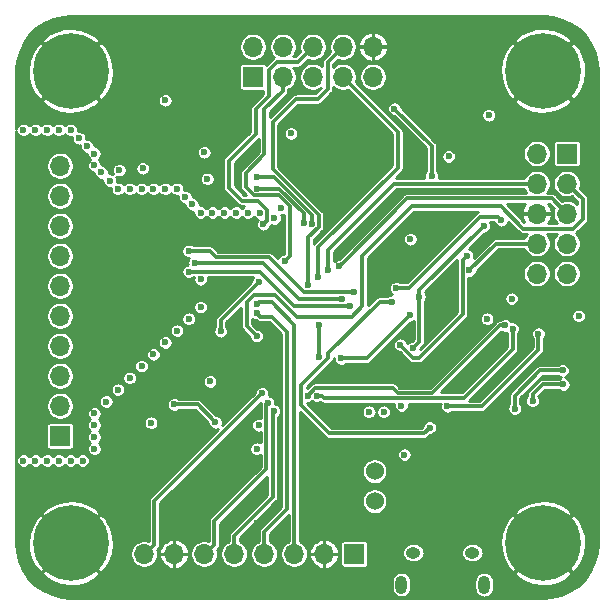
<source format=gbl>
%TF.GenerationSoftware,KiCad,Pcbnew,(5.1.6-0-10_14)*%
%TF.CreationDate,2020-09-29T23:50:48-07:00*%
%TF.ProjectId,BetsyBoardBig,42657473-7942-46f6-9172-644269672e6b,rev?*%
%TF.SameCoordinates,Original*%
%TF.FileFunction,Copper,L4,Bot*%
%TF.FilePolarity,Positive*%
%FSLAX46Y46*%
G04 Gerber Fmt 4.6, Leading zero omitted, Abs format (unit mm)*
G04 Created by KiCad (PCBNEW (5.1.6-0-10_14)) date 2020-09-29 23:50:48*
%MOMM*%
%LPD*%
G01*
G04 APERTURE LIST*
%TA.AperFunction,ComponentPad*%
%ADD10O,1.000000X1.550000*%
%TD*%
%TA.AperFunction,ComponentPad*%
%ADD11O,1.250000X0.950000*%
%TD*%
%TA.AperFunction,ComponentPad*%
%ADD12O,1.700000X1.700000*%
%TD*%
%TA.AperFunction,ComponentPad*%
%ADD13R,1.700000X1.700000*%
%TD*%
%TA.AperFunction,ComponentPad*%
%ADD14C,0.800000*%
%TD*%
%TA.AperFunction,ComponentPad*%
%ADD15C,6.400000*%
%TD*%
%TA.AperFunction,ComponentPad*%
%ADD16C,1.524000*%
%TD*%
%TA.AperFunction,ViaPad*%
%ADD17C,0.600000*%
%TD*%
%TA.AperFunction,Conductor*%
%ADD18C,0.300000*%
%TD*%
%TA.AperFunction,Conductor*%
%ADD19C,0.250000*%
%TD*%
G04 APERTURE END LIST*
D10*
%TO.P,J1,6*%
%TO.N,Net-(J1-Pad6)*%
X135000000Y-98500000D03*
X128000000Y-98500000D03*
D11*
X134000000Y-95800000D03*
X129000000Y-95800000D03*
%TD*%
D12*
%TO.P,J7,10*%
%TO.N,VDDA*%
X99100000Y-63040000D03*
%TO.P,J7,9*%
%TO.N,/OPAMP_IN-*%
X99100000Y-65580000D03*
%TO.P,J7,8*%
%TO.N,/OPAMP_IN+*%
X99100000Y-68120000D03*
%TO.P,J7,7*%
%TO.N,/OPAMP_OUT*%
X99100000Y-70660000D03*
%TO.P,J7,6*%
%TO.N,/COMP_IN-*%
X99100000Y-73200000D03*
%TO.P,J7,5*%
%TO.N,/COMP_IN+*%
X99100000Y-75740000D03*
%TO.P,J7,4*%
%TO.N,/COMP_OUT*%
X99100000Y-78280000D03*
%TO.P,J7,3*%
%TO.N,/DAC_OUT1*%
X99100000Y-80820000D03*
%TO.P,J7,2*%
%TO.N,/DAC_OUT2*%
X99100000Y-83360000D03*
D13*
%TO.P,J7,1*%
%TO.N,VSSA*%
X99100000Y-85900000D03*
%TD*%
D12*
%TO.P,J3,10*%
%TO.N,GND*%
X125580000Y-52960000D03*
%TO.P,J3,9*%
%TO.N,/JTCK_SWCLK*%
X125580000Y-55500000D03*
%TO.P,J3,8*%
%TO.N,/OCLK_M*%
X123040000Y-52960000D03*
%TO.P,J3,7*%
%TO.N,/RTC_REFIN*%
X123040000Y-55500000D03*
%TO.P,J3,6*%
%TO.N,/OCLK_LS*%
X120500000Y-52960000D03*
%TO.P,J3,5*%
%TO.N,/RTC_TS*%
X120500000Y-55500000D03*
%TO.P,J3,4*%
%TO.N,/I2C_SDA*%
X117960000Y-52960000D03*
%TO.P,J3,3*%
%TO.N,/RTC_OUT*%
X117960000Y-55500000D03*
%TO.P,J3,2*%
%TO.N,/I2C_SCL*%
X115420000Y-52960000D03*
D13*
%TO.P,J3,1*%
%TO.N,VDD*%
X115420000Y-55500000D03*
%TD*%
D14*
%TO.P,H4,1*%
%TO.N,GND*%
X101697056Y-93302944D03*
X100000000Y-92600000D03*
X98302944Y-93302944D03*
X97600000Y-95000000D03*
X98302944Y-96697056D03*
X100000000Y-97400000D03*
X101697056Y-96697056D03*
X102400000Y-95000000D03*
D15*
X100000000Y-95000000D03*
%TD*%
D14*
%TO.P,H3,1*%
%TO.N,GND*%
X141697056Y-93302944D03*
X140000000Y-92600000D03*
X138302944Y-93302944D03*
X137600000Y-95000000D03*
X138302944Y-96697056D03*
X140000000Y-97400000D03*
X141697056Y-96697056D03*
X142400000Y-95000000D03*
D15*
X140000000Y-95000000D03*
%TD*%
D14*
%TO.P,H2,1*%
%TO.N,GND*%
X141697056Y-53302944D03*
X140000000Y-52600000D03*
X138302944Y-53302944D03*
X137600000Y-55000000D03*
X138302944Y-56697056D03*
X140000000Y-57400000D03*
X141697056Y-56697056D03*
X142400000Y-55000000D03*
D15*
X140000000Y-55000000D03*
%TD*%
D14*
%TO.P,H1,1*%
%TO.N,GND*%
X101697056Y-53302944D03*
X100000000Y-52600000D03*
X98302944Y-53302944D03*
X97600000Y-55000000D03*
X98302944Y-56697056D03*
X100000000Y-57400000D03*
X101697056Y-56697056D03*
X102400000Y-55000000D03*
D15*
X100000000Y-55000000D03*
%TD*%
D12*
%TO.P,J5,10*%
%TO.N,/USART1_TX*%
X139460000Y-72160000D03*
%TO.P,J5,9*%
%TO.N,/USART1_RX*%
X142000000Y-72160000D03*
%TO.P,J5,8*%
%TO.N,/JTDO_SWO*%
X139460000Y-69620000D03*
%TO.P,J5,7*%
%TO.N,/JTMS_SWDIO*%
X142000000Y-69620000D03*
%TO.P,J5,6*%
%TO.N,GND*%
X139460000Y-67080000D03*
%TO.P,J5,5*%
%TO.N,/SPI_MISO*%
X142000000Y-67080000D03*
%TO.P,J5,4*%
%TO.N,/SPI_MOSI*%
X139460000Y-64540000D03*
%TO.P,J5,3*%
%TO.N,/SPI_SCK*%
X142000000Y-64540000D03*
%TO.P,J5,2*%
%TO.N,/SPI_SS#*%
X139460000Y-62000000D03*
D13*
%TO.P,J5,1*%
%TO.N,VDD*%
X142000000Y-62000000D03*
%TD*%
D12*
%TO.P,J4,8*%
%TO.N,/USART3_CK*%
X106220000Y-95900000D03*
%TO.P,J4,7*%
%TO.N,GND*%
X108760000Y-95900000D03*
%TO.P,J4,6*%
%TO.N,/USART3_CTS*%
X111300000Y-95900000D03*
%TO.P,J4,5*%
%TO.N,/USART3_RTS*%
X113840000Y-95900000D03*
%TO.P,J4,4*%
%TO.N,/USART3_RXD*%
X116380000Y-95900000D03*
%TO.P,J4,3*%
%TO.N,/USART3_TXD*%
X118920000Y-95900000D03*
%TO.P,J4,2*%
%TO.N,GND*%
X121460000Y-95900000D03*
D13*
%TO.P,J4,1*%
%TO.N,VDD*%
X124000000Y-95900000D03*
%TD*%
D16*
%TO.P,P1,1*%
%TO.N,VDD*%
X125730000Y-88900000D03*
%TD*%
%TO.P,P2,1*%
%TO.N,/VBUS*%
X125730000Y-91440000D03*
%TD*%
D17*
%TO.N,GND*%
X137250000Y-71750000D03*
X137300000Y-73000000D03*
X108200000Y-62950000D03*
X110750000Y-63100000D03*
X114250000Y-63350000D03*
X113450000Y-61450000D03*
X113250000Y-70250000D03*
X107000000Y-57500000D03*
X119249997Y-63250003D03*
X134000000Y-63500000D03*
X131750000Y-76250000D03*
X135250000Y-78750000D03*
X138750000Y-77750000D03*
X140250000Y-76500000D03*
X141750000Y-85750000D03*
X140250000Y-90500000D03*
X137250000Y-90500000D03*
X135000000Y-93000000D03*
X128000000Y-94000000D03*
X132000000Y-92000000D03*
X120500000Y-90750000D03*
X119750000Y-87500000D03*
X117750000Y-87750000D03*
X115750000Y-93250000D03*
X112500000Y-90750000D03*
X128000000Y-81750000D03*
X124000000Y-83922590D03*
X111100000Y-79400000D03*
X128093719Y-72685285D03*
X131500000Y-56550000D03*
X132300000Y-54650000D03*
X121500000Y-66700000D03*
X126913916Y-66200010D03*
X120500000Y-61000000D03*
X122600000Y-61000000D03*
X124600000Y-59700000D03*
X126200000Y-59700000D03*
X133100000Y-94500000D03*
X137200000Y-69069990D03*
X119300000Y-64700000D03*
%TO.N,VDD*%
X104100000Y-63400000D03*
X106100000Y-63250000D03*
X111300000Y-61900000D03*
X111550000Y-64150000D03*
X111000000Y-72650010D03*
X108000000Y-57500000D03*
X132000000Y-62250000D03*
X128750000Y-69250000D03*
X135250000Y-76000000D03*
X143000000Y-75750000D03*
X128250000Y-87500000D03*
X115750000Y-87000000D03*
X128000000Y-83350022D03*
X125250000Y-83874990D03*
X126500000Y-83874990D03*
X115900000Y-85000000D03*
X111800000Y-81300000D03*
X106800000Y-84800000D03*
X137341131Y-74289616D03*
X135400000Y-58750000D03*
X118650000Y-60300000D03*
%TO.N,/SDMMC_D2*%
X141650000Y-80350000D03*
X137600000Y-83600000D03*
%TO.N,/SDMMC_D3*%
X139100000Y-82950000D03*
X141700000Y-81550000D03*
%TO.N,/JTDI*%
X127900000Y-78199990D03*
X133549998Y-70650000D03*
%TO.N,/~RST*%
X130550000Y-63900000D03*
X127399999Y-58200001D03*
%TO.N,VDDA*%
X117250000Y-67500000D03*
%TO.N,/SDMMC_DET*%
X139600000Y-77250000D03*
X131896766Y-83403234D03*
%TO.N,VSSA*%
X98000000Y-60000000D03*
X99000000Y-60000000D03*
X100700000Y-60700000D03*
X102600000Y-63600000D03*
X105000000Y-65000000D03*
X106000000Y-65000000D03*
X107000000Y-65000000D03*
X108000000Y-65000000D03*
X110300000Y-66300000D03*
X112000000Y-67000000D03*
X115000000Y-67000000D03*
X116000000Y-67000000D03*
X113000000Y-67000000D03*
X114000000Y-67000000D03*
X101400000Y-61400000D03*
X103300000Y-64300000D03*
X109700000Y-65700000D03*
X109000000Y-65000000D03*
X102000000Y-63000000D03*
X96000000Y-60000000D03*
X97000000Y-60000000D03*
X100000000Y-60000000D03*
X102000000Y-62000000D03*
X111000000Y-67000000D03*
X104000000Y-65000000D03*
X96000000Y-60000000D03*
X96000000Y-88000000D03*
X97000000Y-88000000D03*
X98000000Y-88000000D03*
X99000000Y-88000000D03*
X100000000Y-88000000D03*
X101000000Y-88000000D03*
X102000000Y-87000000D03*
X102000000Y-86000000D03*
X102000000Y-85000000D03*
X102000000Y-84000000D03*
X103000000Y-83000000D03*
X104000000Y-82000000D03*
X105000000Y-81000000D03*
X106000000Y-80000000D03*
X107000000Y-79000000D03*
X108000000Y-78000000D03*
X109000000Y-77000000D03*
X110000000Y-76000000D03*
X111000000Y-75000000D03*
X117844472Y-66594462D03*
%TO.N,/QSPI_IO0*%
X112250000Y-84750000D03*
X108750000Y-83250000D03*
%TO.N,/LED_RED*%
X127202858Y-74550010D03*
X130400000Y-85200000D03*
%TO.N,/RTC_REFIN*%
X120942829Y-72444195D03*
%TO.N,/RTC_OUT*%
X112700000Y-77050000D03*
X115900000Y-72900000D03*
X118100000Y-71100000D03*
%TO.N,/USART3_CK*%
X116200000Y-82300000D03*
%TO.N,/USART3_CTS*%
X116700000Y-83100000D03*
%TO.N,/USART3_RTS*%
X117200000Y-83800000D03*
%TO.N,/USART3_RXD*%
X115750000Y-75500000D03*
%TO.N,/COMP_OUT*%
X123686945Y-74876110D03*
%TO.N,/COMP_IN-*%
X124000000Y-73750000D03*
%TO.N,/COMP_IN+*%
X123000000Y-74300010D03*
%TO.N,/USART3_TXD*%
X115750000Y-74750000D03*
%TO.N,/USART1_TX*%
X120050010Y-82500000D03*
X136772539Y-76555293D03*
%TO.N,/USART1_RX*%
X120850000Y-82500000D03*
X137416768Y-76829129D03*
%TO.N,/SPI_MISO*%
X122750000Y-71550000D03*
%TO.N,/SPI_MOSI*%
X121800019Y-71850000D03*
%TO.N,/SPI_SCK*%
X115750000Y-77450000D03*
%TO.N,/SPI_SS#*%
X127557447Y-73394626D03*
X136450000Y-67650000D03*
%TO.N,/I2C_SDA*%
X119733322Y-67914508D03*
X115788916Y-64988916D03*
%TO.N,/I2C_SCL*%
X115750000Y-64000000D03*
X120432631Y-67945873D03*
%TO.N,/COMP_OUT*%
X110000000Y-72000000D03*
%TO.N,/COMP_IN-*%
X110000000Y-70250000D03*
%TO.N,/COMP_IN+*%
X110500000Y-71250000D03*
%TO.N,/OCLK_M*%
X120100000Y-73150000D03*
X120999997Y-76500003D03*
X121000000Y-79200002D03*
%TO.N,/OCLK_LS*%
X116300000Y-68000000D03*
%TO.N,/JTMS_SWDIO*%
X122900000Y-79350000D03*
X128700000Y-75700000D03*
%TO.N,/JTCK_SWCLK*%
X129517150Y-74117150D03*
X128963916Y-78486074D03*
X134950000Y-68150000D03*
%TO.N,/JTDO_SWO*%
X133750000Y-71900000D03*
%TD*%
D18*
%TO.N,GND*%
X122600000Y-61000000D02*
X124200000Y-61000000D01*
X124200000Y-61000000D02*
X124600000Y-60600000D01*
X124600000Y-60600000D02*
X124500000Y-60700000D01*
%TO.N,/SDMMC_D2*%
X139750000Y-80350000D02*
X137600000Y-82500000D01*
X137600000Y-82500000D02*
X137600000Y-83600000D01*
X141650000Y-80350000D02*
X139750000Y-80350000D01*
%TO.N,/SDMMC_D3*%
X139950000Y-81550000D02*
X141700000Y-81550000D01*
X139100000Y-82400000D02*
X139950000Y-81550000D01*
X139100000Y-82950000D02*
X139100000Y-82400000D01*
%TO.N,/JTDI*%
X133199999Y-70999999D02*
X133549998Y-70650000D01*
X129000010Y-79300000D02*
X129500000Y-79300000D01*
X127900000Y-78199990D02*
X129000010Y-79300000D01*
X129500000Y-79300000D02*
X133199999Y-75600001D01*
X133199999Y-75600001D02*
X133199999Y-70999999D01*
%TO.N,/~RST*%
X130550000Y-63900000D02*
X130550000Y-61350002D01*
X130550000Y-61350002D02*
X127399999Y-58200001D01*
%TO.N,/SDMMC_DET*%
X132321030Y-83403234D02*
X131896766Y-83403234D01*
X134796766Y-83403234D02*
X132321030Y-83403234D01*
X139600000Y-78600000D02*
X134796766Y-83403234D01*
X139600000Y-77250000D02*
X139600000Y-78600000D01*
%TO.N,/QSPI_IO0*%
X112250000Y-84750000D02*
X110750000Y-83250000D01*
X110750000Y-83250000D02*
X108750000Y-83250000D01*
%TO.N,/LED_RED*%
X127202858Y-74550010D02*
X126149990Y-74550010D01*
X126149990Y-74550010D02*
X121800000Y-78900000D01*
X121800000Y-78900000D02*
X121800000Y-79300000D01*
X121800000Y-79300000D02*
X119500000Y-81600000D01*
X119500000Y-81600000D02*
X119500000Y-83300000D01*
X119500000Y-83300000D02*
X121900000Y-85700000D01*
X129900000Y-85700000D02*
X130400000Y-85200000D01*
X121900000Y-85700000D02*
X129900000Y-85700000D01*
%TO.N,/RTC_REFIN*%
X127700000Y-63200000D02*
X127700000Y-60160000D01*
X120942829Y-72444195D02*
X120942829Y-69957171D01*
X120942829Y-69957171D02*
X127700000Y-63200000D01*
X127700000Y-60160000D02*
X123040000Y-55500000D01*
%TO.N,/RTC_OUT*%
X112700000Y-76100000D02*
X115900000Y-72900000D01*
X112700000Y-77050000D02*
X112700000Y-76100000D01*
%TO.N,/USART3_CK*%
X107069999Y-95150001D02*
X106220000Y-96000000D01*
X116200000Y-82300000D02*
X107069999Y-91430001D01*
X107069999Y-91430001D02*
X107069999Y-95150001D01*
%TO.N,/USART3_CTS*%
X112149999Y-93150001D02*
X112149999Y-95150001D01*
X116550001Y-88749999D02*
X112149999Y-93150001D01*
X116550001Y-83249999D02*
X116550001Y-88749999D01*
X112149999Y-95150001D02*
X111300000Y-96000000D01*
X116700000Y-83100000D02*
X116550001Y-83249999D01*
%TO.N,/USART3_RTS*%
X117100000Y-83900000D02*
X117200000Y-83800000D01*
X117100000Y-91100000D02*
X117100000Y-83900000D01*
X113840000Y-94360000D02*
X117100000Y-91100000D01*
X113840000Y-96000000D02*
X113840000Y-94360000D01*
%TO.N,/USART3_RXD*%
X116049999Y-75799999D02*
X115750000Y-75500000D01*
X118300001Y-77100001D02*
X116999999Y-75799999D01*
X118300001Y-92099999D02*
X118300001Y-77100001D01*
X116380000Y-96000000D02*
X116380000Y-94020000D01*
X116999999Y-75799999D02*
X116049999Y-75799999D01*
X116380000Y-94020000D02*
X118300001Y-92099999D01*
%TO.N,/USART3_TXD*%
X118920000Y-96000000D02*
X118920000Y-76520000D01*
X118920000Y-76520000D02*
X117000000Y-74600000D01*
X115900000Y-74600000D02*
X115750000Y-74750000D01*
X117000000Y-74600000D02*
X115900000Y-74600000D01*
%TO.N,/USART1_TX*%
X127735999Y-82300001D02*
X130603567Y-82300001D01*
X120700010Y-81850000D02*
X127285998Y-81850000D01*
X120050010Y-82500000D02*
X120700010Y-81850000D01*
X130603567Y-82300001D02*
X136348275Y-76555293D01*
X136348275Y-76555293D02*
X136772539Y-76555293D01*
X127285998Y-81850000D02*
X127735999Y-82300001D01*
%TO.N,/USART1_RX*%
X137416768Y-78583232D02*
X137416768Y-76829129D01*
X121274264Y-82500000D02*
X121474276Y-82700012D01*
X133299988Y-82700012D02*
X137416768Y-78583232D01*
X121474276Y-82700012D02*
X133299988Y-82700012D01*
X120850000Y-82500000D02*
X121274264Y-82500000D01*
%TO.N,/SPI_MISO*%
X123049999Y-71250001D02*
X122750000Y-71550000D01*
X128500011Y-65799989D02*
X123049999Y-71250001D01*
X140719989Y-65799989D02*
X128500011Y-65799989D01*
X142000000Y-67080000D02*
X140719989Y-65799989D01*
%TO.N,/SPI_MOSI*%
X121800019Y-71425736D02*
X121800019Y-71850000D01*
X139460000Y-64540000D02*
X127395998Y-64540000D01*
X127395998Y-64540000D02*
X121800019Y-70135979D01*
X121800019Y-70135979D02*
X121800019Y-71425736D01*
%TO.N,/SPI_SCK*%
X143350000Y-67550000D02*
X143350000Y-65890000D01*
X143350000Y-65890000D02*
X142000000Y-64540000D01*
X142550000Y-68350000D02*
X143350000Y-67550000D01*
X138300000Y-68350000D02*
X142550000Y-68350000D01*
X124700000Y-74900000D02*
X124700000Y-70650000D01*
X136400000Y-66450000D02*
X138300000Y-68350000D01*
X128900000Y-66450000D02*
X136400000Y-66450000D01*
X124700000Y-70650000D02*
X128900000Y-66450000D01*
X123800000Y-75800000D02*
X124700000Y-74900000D01*
X119150000Y-75800000D02*
X123800000Y-75800000D01*
X117300000Y-73950000D02*
X119150000Y-75800000D01*
X115750000Y-77450000D02*
X114900000Y-76600000D01*
X114900000Y-76600000D02*
X114900000Y-74550000D01*
X115500000Y-73950000D02*
X117300000Y-73950000D01*
X114900000Y-74550000D02*
X115500000Y-73950000D01*
%TO.N,/SPI_SS#*%
X127557447Y-73394626D02*
X128639674Y-73394626D01*
X134684299Y-67350001D02*
X136150001Y-67350001D01*
X128639674Y-73394626D02*
X134684299Y-67350001D01*
X136150001Y-67350001D02*
X136450000Y-67650000D01*
%TO.N,/COMP_OUT*%
X116000000Y-72000000D02*
X111462002Y-72000000D01*
X118876110Y-74876110D02*
X116000000Y-72000000D01*
X111462002Y-72000000D02*
X110000000Y-72000000D01*
X123686945Y-74876110D02*
X118876110Y-74876110D01*
%TO.N,/COMP_IN-*%
X111750000Y-70250000D02*
X110000000Y-70250000D01*
X116800001Y-70800001D02*
X112300001Y-70800001D01*
X119750000Y-73750000D02*
X116800001Y-70800001D01*
X112300001Y-70800001D02*
X111750000Y-70250000D01*
X124000000Y-73750000D02*
X119750000Y-73750000D01*
%TO.N,/COMP_IN+*%
X119300010Y-74300010D02*
X116250000Y-71250000D01*
X116250000Y-71250000D02*
X110500000Y-71250000D01*
X123000000Y-74300010D02*
X119300010Y-74300010D01*
%TO.N,/OCLK_M*%
X120999997Y-76500003D02*
X120999997Y-79199999D01*
X120999997Y-79199999D02*
X121000000Y-79200002D01*
%TO.N,/JTMS_SWDIO*%
X122900000Y-79350000D02*
X125050000Y-79350000D01*
X125050000Y-79350000D02*
X128700000Y-75700000D01*
%TO.N,/JTCK_SWCLK*%
X129517150Y-74117150D02*
X129517150Y-77932840D01*
X129517150Y-77932840D02*
X128963916Y-78486074D01*
X129517150Y-74117150D02*
X129517150Y-73582850D01*
X129517150Y-73582850D02*
X134950000Y-68150000D01*
%TO.N,/JTDO_SWO*%
X136030000Y-69620000D02*
X139460000Y-69620000D01*
X133750000Y-71900000D02*
X136030000Y-69620000D01*
%TO.N,/RTC_OUT*%
X116400000Y-58262081D02*
X117960000Y-56702081D01*
X114800000Y-64814002D02*
X114800000Y-63651700D01*
X114800000Y-63651700D02*
X116400000Y-62051700D01*
X117627815Y-65538917D02*
X115524915Y-65538917D01*
X118550001Y-66461103D02*
X117627815Y-65538917D01*
X118100000Y-71100000D02*
X118550001Y-70649999D01*
X117960000Y-56702081D02*
X117960000Y-55500000D01*
X116400000Y-62051700D02*
X116400000Y-58262081D01*
X118550001Y-70649999D02*
X118550001Y-66461103D01*
X115524915Y-65538917D02*
X114800000Y-64814002D01*
%TO.N,/I2C_SDA*%
X119733322Y-67078724D02*
X117643514Y-64988916D01*
X117643514Y-64988916D02*
X115788916Y-64988916D01*
X119733322Y-67914508D02*
X119733322Y-67078724D01*
%TO.N,/I2C_SCL*%
X117220298Y-64000000D02*
X120432631Y-67212333D01*
X120432631Y-67212333D02*
X120432631Y-67945873D01*
X115750000Y-64000000D02*
X117220298Y-64000000D01*
%TO.N,/OCLK_M*%
X120100000Y-73150000D02*
X120100000Y-69092508D01*
X121750000Y-56550000D02*
X121750000Y-54250000D01*
X117100000Y-59350000D02*
X119060001Y-57389999D01*
X117100000Y-63314002D02*
X117100000Y-59350000D01*
X120982633Y-67196635D02*
X117100000Y-63314002D01*
X120100000Y-69092508D02*
X120982633Y-68209875D01*
X120910001Y-57389999D02*
X121750000Y-56550000D01*
X121750000Y-54250000D02*
X123040000Y-52960000D01*
X120982633Y-68209875D02*
X120982633Y-67196635D01*
X119060001Y-57389999D02*
X120910001Y-57389999D01*
%TO.N,/OCLK_LS*%
X119210000Y-54250000D02*
X120500000Y-52960000D01*
X116750000Y-54950000D02*
X117450000Y-54250000D01*
X115650000Y-58250000D02*
X116750000Y-57150000D01*
X113400000Y-64900000D02*
X113400000Y-62600000D01*
X114500000Y-66000000D02*
X113400000Y-64900000D01*
X116300000Y-68000000D02*
X116599999Y-67700001D01*
X113400000Y-62600000D02*
X115650000Y-60350000D01*
X115849996Y-66000000D02*
X114500000Y-66000000D01*
X116599999Y-66750003D02*
X115849996Y-66000000D01*
X116750000Y-57150000D02*
X116750000Y-54950000D01*
X116599999Y-67700001D02*
X116599999Y-66750003D01*
X117450000Y-54250000D02*
X119210000Y-54250000D01*
X115650000Y-60350000D02*
X115650000Y-58250000D01*
%TD*%
D19*
%TO.N,GND*%
G36*
X140818752Y-50449562D02*
G01*
X141611628Y-50666468D01*
X142353558Y-51020351D01*
X143021098Y-51500027D01*
X143593140Y-52090329D01*
X144051613Y-52772609D01*
X144382016Y-53525289D01*
X144574603Y-54327470D01*
X144625000Y-55013751D01*
X144625001Y-94983293D01*
X144550438Y-95818752D01*
X144333533Y-96611622D01*
X143979649Y-97353558D01*
X143499973Y-98021098D01*
X142909671Y-98593140D01*
X142227391Y-99051613D01*
X141474714Y-99382015D01*
X140672530Y-99574603D01*
X139986249Y-99625000D01*
X100016696Y-99625000D01*
X99181248Y-99550438D01*
X98388378Y-99333533D01*
X97646442Y-98979649D01*
X96978902Y-98499973D01*
X96406860Y-97909671D01*
X96143769Y-97518150D01*
X97517205Y-97518150D01*
X97879245Y-97961502D01*
X98497756Y-98318336D01*
X99173997Y-98547649D01*
X99881980Y-98640627D01*
X100594499Y-98593698D01*
X101284171Y-98408665D01*
X101738407Y-98184480D01*
X127175000Y-98184480D01*
X127175000Y-98815521D01*
X127186938Y-98936728D01*
X127234112Y-99092241D01*
X127310720Y-99235563D01*
X127413816Y-99361185D01*
X127539438Y-99464281D01*
X127682760Y-99540888D01*
X127838273Y-99588062D01*
X128000000Y-99603991D01*
X128161728Y-99588062D01*
X128317241Y-99540888D01*
X128460563Y-99464281D01*
X128586185Y-99361185D01*
X128689281Y-99235563D01*
X128765888Y-99092241D01*
X128813062Y-98936728D01*
X128825000Y-98815521D01*
X128825000Y-98184480D01*
X134175000Y-98184480D01*
X134175000Y-98815521D01*
X134186938Y-98936728D01*
X134234112Y-99092241D01*
X134310720Y-99235563D01*
X134413816Y-99361185D01*
X134539438Y-99464281D01*
X134682760Y-99540888D01*
X134838273Y-99588062D01*
X135000000Y-99603991D01*
X135161728Y-99588062D01*
X135317241Y-99540888D01*
X135460563Y-99464281D01*
X135586185Y-99361185D01*
X135689281Y-99235563D01*
X135765888Y-99092241D01*
X135813062Y-98936728D01*
X135825000Y-98815521D01*
X135825000Y-98184479D01*
X135813062Y-98063272D01*
X135765888Y-97907759D01*
X135689281Y-97764437D01*
X135586185Y-97638815D01*
X135460562Y-97535719D01*
X135427693Y-97518150D01*
X137517205Y-97518150D01*
X137879245Y-97961502D01*
X138497756Y-98318336D01*
X139173997Y-98547649D01*
X139881980Y-98640627D01*
X140594499Y-98593698D01*
X141284171Y-98408665D01*
X141924493Y-98092639D01*
X142120755Y-97961502D01*
X142482795Y-97518150D01*
X140000000Y-95035355D01*
X137517205Y-97518150D01*
X135427693Y-97518150D01*
X135317240Y-97459112D01*
X135161727Y-97411938D01*
X135000000Y-97396009D01*
X134838272Y-97411938D01*
X134682759Y-97459112D01*
X134539437Y-97535719D01*
X134413815Y-97638815D01*
X134310719Y-97764438D01*
X134234112Y-97907760D01*
X134186938Y-98063273D01*
X134175000Y-98184480D01*
X128825000Y-98184480D01*
X128825000Y-98184479D01*
X128813062Y-98063272D01*
X128765888Y-97907759D01*
X128689281Y-97764437D01*
X128586185Y-97638815D01*
X128460562Y-97535719D01*
X128317240Y-97459112D01*
X128161727Y-97411938D01*
X128000000Y-97396009D01*
X127838272Y-97411938D01*
X127682759Y-97459112D01*
X127539437Y-97535719D01*
X127413815Y-97638815D01*
X127310719Y-97764438D01*
X127234112Y-97907760D01*
X127186938Y-98063273D01*
X127175000Y-98184480D01*
X101738407Y-98184480D01*
X101924493Y-98092639D01*
X102120755Y-97961502D01*
X102482795Y-97518150D01*
X100000000Y-95035355D01*
X97517205Y-97518150D01*
X96143769Y-97518150D01*
X95948387Y-97227391D01*
X95617985Y-96474714D01*
X95425397Y-95672530D01*
X95375000Y-94986249D01*
X95375000Y-94881980D01*
X96359373Y-94881980D01*
X96406302Y-95594499D01*
X96591335Y-96284171D01*
X96907361Y-96924493D01*
X97038498Y-97120755D01*
X97481850Y-97482795D01*
X99964645Y-95000000D01*
X100035355Y-95000000D01*
X102518150Y-97482795D01*
X102961502Y-97120755D01*
X103318336Y-96502244D01*
X103547649Y-95826003D01*
X103553129Y-95784273D01*
X105045000Y-95784273D01*
X105045000Y-96015727D01*
X105090155Y-96242735D01*
X105178729Y-96456571D01*
X105307318Y-96649019D01*
X105470981Y-96812682D01*
X105663429Y-96941271D01*
X105877265Y-97029845D01*
X106104273Y-97075000D01*
X106335727Y-97075000D01*
X106562735Y-97029845D01*
X106776571Y-96941271D01*
X106969019Y-96812682D01*
X107132682Y-96649019D01*
X107261271Y-96456571D01*
X107349845Y-96242735D01*
X107373441Y-96124108D01*
X107504849Y-96124108D01*
X107572688Y-96364670D01*
X107686154Y-96587375D01*
X107840888Y-96783664D01*
X108030943Y-96945995D01*
X108249015Y-97068128D01*
X108486724Y-97145371D01*
X108535892Y-97155150D01*
X108735000Y-97068483D01*
X108735000Y-95925000D01*
X108785000Y-95925000D01*
X108785000Y-97068483D01*
X108984108Y-97155150D01*
X109033276Y-97145371D01*
X109270985Y-97068128D01*
X109489057Y-96945995D01*
X109679112Y-96783664D01*
X109833846Y-96587375D01*
X109947312Y-96364670D01*
X110015151Y-96124108D01*
X109928506Y-95925000D01*
X108785000Y-95925000D01*
X108735000Y-95925000D01*
X107591494Y-95925000D01*
X107504849Y-96124108D01*
X107373441Y-96124108D01*
X107395000Y-96015727D01*
X107395000Y-95784273D01*
X107373442Y-95675892D01*
X107504849Y-95675892D01*
X107591494Y-95875000D01*
X108735000Y-95875000D01*
X108735000Y-94731517D01*
X108785000Y-94731517D01*
X108785000Y-95875000D01*
X109928506Y-95875000D01*
X110015151Y-95675892D01*
X109947312Y-95435330D01*
X109833846Y-95212625D01*
X109679112Y-95016336D01*
X109489057Y-94854005D01*
X109270985Y-94731872D01*
X109033276Y-94654629D01*
X108984108Y-94644850D01*
X108785000Y-94731517D01*
X108735000Y-94731517D01*
X108535892Y-94644850D01*
X108486724Y-94654629D01*
X108249015Y-94731872D01*
X108030943Y-94854005D01*
X107840888Y-95016336D01*
X107686154Y-95212625D01*
X107572688Y-95435330D01*
X107504849Y-95675892D01*
X107373442Y-95675892D01*
X107349845Y-95557265D01*
X107345346Y-95546404D01*
X107389370Y-95502381D01*
X107407500Y-95487502D01*
X107466858Y-95415174D01*
X107510965Y-95332655D01*
X107538126Y-95243117D01*
X107547297Y-95150002D01*
X107544999Y-95126670D01*
X107544999Y-91626751D01*
X116075000Y-83096751D01*
X116075000Y-83161557D01*
X116079290Y-83183122D01*
X116072703Y-83249999D01*
X116075001Y-83273331D01*
X116075001Y-84397566D01*
X115961557Y-84375000D01*
X115838443Y-84375000D01*
X115717694Y-84399019D01*
X115603952Y-84446132D01*
X115501586Y-84514531D01*
X115414531Y-84601586D01*
X115346132Y-84703952D01*
X115299019Y-84817694D01*
X115275000Y-84938443D01*
X115275000Y-85061557D01*
X115299019Y-85182306D01*
X115346132Y-85296048D01*
X115414531Y-85398414D01*
X115501586Y-85485469D01*
X115603952Y-85553868D01*
X115717694Y-85600981D01*
X115838443Y-85625000D01*
X115961557Y-85625000D01*
X116075001Y-85602434D01*
X116075002Y-86465478D01*
X116046048Y-86446132D01*
X115932306Y-86399019D01*
X115811557Y-86375000D01*
X115688443Y-86375000D01*
X115567694Y-86399019D01*
X115453952Y-86446132D01*
X115351586Y-86514531D01*
X115264531Y-86601586D01*
X115196132Y-86703952D01*
X115149019Y-86817694D01*
X115125000Y-86938443D01*
X115125000Y-87061557D01*
X115149019Y-87182306D01*
X115196132Y-87296048D01*
X115264531Y-87398414D01*
X115351586Y-87485469D01*
X115453952Y-87553868D01*
X115567694Y-87600981D01*
X115688443Y-87625000D01*
X115811557Y-87625000D01*
X115932306Y-87600981D01*
X116046048Y-87553868D01*
X116075002Y-87534522D01*
X116075002Y-88553246D01*
X111830633Y-92797617D01*
X111812498Y-92812500D01*
X111753140Y-92884828D01*
X111709033Y-92967348D01*
X111690111Y-93029724D01*
X111681872Y-93056885D01*
X111672701Y-93150001D01*
X111674999Y-93173334D01*
X111675000Y-94783520D01*
X111642735Y-94770155D01*
X111415727Y-94725000D01*
X111184273Y-94725000D01*
X110957265Y-94770155D01*
X110743429Y-94858729D01*
X110550981Y-94987318D01*
X110387318Y-95150981D01*
X110258729Y-95343429D01*
X110170155Y-95557265D01*
X110125000Y-95784273D01*
X110125000Y-96015727D01*
X110170155Y-96242735D01*
X110258729Y-96456571D01*
X110387318Y-96649019D01*
X110550981Y-96812682D01*
X110743429Y-96941271D01*
X110957265Y-97029845D01*
X111184273Y-97075000D01*
X111415727Y-97075000D01*
X111642735Y-97029845D01*
X111856571Y-96941271D01*
X112049019Y-96812682D01*
X112212682Y-96649019D01*
X112341271Y-96456571D01*
X112429845Y-96242735D01*
X112475000Y-96015727D01*
X112475000Y-95784273D01*
X112429845Y-95557265D01*
X112425346Y-95546404D01*
X112469370Y-95502381D01*
X112487500Y-95487502D01*
X112546858Y-95415174D01*
X112590965Y-95332655D01*
X112618126Y-95243117D01*
X112627297Y-95150002D01*
X112624999Y-95126670D01*
X112624999Y-93346751D01*
X116625000Y-89346752D01*
X116625000Y-90903249D01*
X113520629Y-94007621D01*
X113502500Y-94022499D01*
X113443142Y-94094827D01*
X113423325Y-94131902D01*
X113399035Y-94177346D01*
X113371873Y-94266884D01*
X113362702Y-94360000D01*
X113365001Y-94383342D01*
X113365001Y-94824941D01*
X113283429Y-94858729D01*
X113090981Y-94987318D01*
X112927318Y-95150981D01*
X112798729Y-95343429D01*
X112710155Y-95557265D01*
X112665000Y-95784273D01*
X112665000Y-96015727D01*
X112710155Y-96242735D01*
X112798729Y-96456571D01*
X112927318Y-96649019D01*
X113090981Y-96812682D01*
X113283429Y-96941271D01*
X113497265Y-97029845D01*
X113724273Y-97075000D01*
X113955727Y-97075000D01*
X114182735Y-97029845D01*
X114396571Y-96941271D01*
X114589019Y-96812682D01*
X114752682Y-96649019D01*
X114881271Y-96456571D01*
X114969845Y-96242735D01*
X115015000Y-96015727D01*
X115015000Y-95784273D01*
X114969845Y-95557265D01*
X114881271Y-95343429D01*
X114752682Y-95150981D01*
X114589019Y-94987318D01*
X114396571Y-94858729D01*
X114315000Y-94824941D01*
X114315000Y-94556750D01*
X117419372Y-91452379D01*
X117437501Y-91437501D01*
X117496859Y-91365173D01*
X117540966Y-91282654D01*
X117568127Y-91193116D01*
X117575000Y-91123332D01*
X117575000Y-91123331D01*
X117577298Y-91100001D01*
X117575000Y-91076669D01*
X117575000Y-84301114D01*
X117598414Y-84285469D01*
X117685469Y-84198414D01*
X117753868Y-84096048D01*
X117800981Y-83982306D01*
X117825000Y-83861557D01*
X117825000Y-83738443D01*
X117800981Y-83617694D01*
X117753868Y-83503952D01*
X117685469Y-83401586D01*
X117598414Y-83314531D01*
X117496048Y-83246132D01*
X117382306Y-83199019D01*
X117320013Y-83186628D01*
X117325000Y-83161557D01*
X117325000Y-83038443D01*
X117300981Y-82917694D01*
X117253868Y-82803952D01*
X117185469Y-82701586D01*
X117098414Y-82614531D01*
X116996048Y-82546132D01*
X116882306Y-82499019D01*
X116800776Y-82482801D01*
X116800981Y-82482306D01*
X116825000Y-82361557D01*
X116825000Y-82238443D01*
X116800981Y-82117694D01*
X116753868Y-82003952D01*
X116685469Y-81901586D01*
X116598414Y-81814531D01*
X116496048Y-81746132D01*
X116382306Y-81699019D01*
X116261557Y-81675000D01*
X116138443Y-81675000D01*
X116017694Y-81699019D01*
X115903952Y-81746132D01*
X115801586Y-81814531D01*
X115714531Y-81901586D01*
X115646132Y-82003952D01*
X115599019Y-82117694D01*
X115575000Y-82238443D01*
X115575000Y-82253249D01*
X112819188Y-85009061D01*
X112850981Y-84932306D01*
X112875000Y-84811557D01*
X112875000Y-84688443D01*
X112850981Y-84567694D01*
X112803868Y-84453952D01*
X112735469Y-84351586D01*
X112648414Y-84264531D01*
X112546048Y-84196132D01*
X112432306Y-84149019D01*
X112311557Y-84125000D01*
X112296751Y-84125000D01*
X111102384Y-82930634D01*
X111087501Y-82912499D01*
X111015173Y-82853141D01*
X110932654Y-82809034D01*
X110843116Y-82781873D01*
X110773332Y-82775000D01*
X110750000Y-82772702D01*
X110726668Y-82775000D01*
X109158883Y-82775000D01*
X109148414Y-82764531D01*
X109046048Y-82696132D01*
X108932306Y-82649019D01*
X108811557Y-82625000D01*
X108688443Y-82625000D01*
X108567694Y-82649019D01*
X108453952Y-82696132D01*
X108351586Y-82764531D01*
X108264531Y-82851586D01*
X108196132Y-82953952D01*
X108149019Y-83067694D01*
X108125000Y-83188443D01*
X108125000Y-83311557D01*
X108149019Y-83432306D01*
X108196132Y-83546048D01*
X108264531Y-83648414D01*
X108351586Y-83735469D01*
X108453952Y-83803868D01*
X108567694Y-83850981D01*
X108688443Y-83875000D01*
X108811557Y-83875000D01*
X108932306Y-83850981D01*
X109046048Y-83803868D01*
X109148414Y-83735469D01*
X109158883Y-83725000D01*
X110553250Y-83725000D01*
X111625000Y-84796751D01*
X111625000Y-84811557D01*
X111649019Y-84932306D01*
X111696132Y-85046048D01*
X111764531Y-85148414D01*
X111851586Y-85235469D01*
X111953952Y-85303868D01*
X112067694Y-85350981D01*
X112188443Y-85375000D01*
X112311557Y-85375000D01*
X112432306Y-85350981D01*
X112509061Y-85319188D01*
X106750633Y-91077617D01*
X106732498Y-91092500D01*
X106673140Y-91164828D01*
X106629033Y-91247348D01*
X106618323Y-91282654D01*
X106601872Y-91336885D01*
X106592701Y-91430001D01*
X106594999Y-91453333D01*
X106595000Y-94783520D01*
X106562735Y-94770155D01*
X106335727Y-94725000D01*
X106104273Y-94725000D01*
X105877265Y-94770155D01*
X105663429Y-94858729D01*
X105470981Y-94987318D01*
X105307318Y-95150981D01*
X105178729Y-95343429D01*
X105090155Y-95557265D01*
X105045000Y-95784273D01*
X103553129Y-95784273D01*
X103640627Y-95118020D01*
X103593698Y-94405501D01*
X103408665Y-93715829D01*
X103092639Y-93075507D01*
X102961502Y-92879245D01*
X102518150Y-92517205D01*
X100035355Y-95000000D01*
X99964645Y-95000000D01*
X97481850Y-92517205D01*
X97038498Y-92879245D01*
X96681664Y-93497756D01*
X96452351Y-94173997D01*
X96359373Y-94881980D01*
X95375000Y-94881980D01*
X95375000Y-92481850D01*
X97517205Y-92481850D01*
X100000000Y-94964645D01*
X102482795Y-92481850D01*
X102120755Y-92038498D01*
X101502244Y-91681664D01*
X100826003Y-91452351D01*
X100118020Y-91359373D01*
X99405501Y-91406302D01*
X98715829Y-91591335D01*
X98075507Y-91907361D01*
X97879245Y-92038498D01*
X97517205Y-92481850D01*
X95375000Y-92481850D01*
X95375000Y-88061557D01*
X95399019Y-88182306D01*
X95446132Y-88296048D01*
X95514531Y-88398414D01*
X95601586Y-88485469D01*
X95703952Y-88553868D01*
X95817694Y-88600981D01*
X95938443Y-88625000D01*
X96061557Y-88625000D01*
X96182306Y-88600981D01*
X96296048Y-88553868D01*
X96398414Y-88485469D01*
X96485469Y-88398414D01*
X96500000Y-88376667D01*
X96514531Y-88398414D01*
X96601586Y-88485469D01*
X96703952Y-88553868D01*
X96817694Y-88600981D01*
X96938443Y-88625000D01*
X97061557Y-88625000D01*
X97182306Y-88600981D01*
X97296048Y-88553868D01*
X97398414Y-88485469D01*
X97485469Y-88398414D01*
X97500000Y-88376667D01*
X97514531Y-88398414D01*
X97601586Y-88485469D01*
X97703952Y-88553868D01*
X97817694Y-88600981D01*
X97938443Y-88625000D01*
X98061557Y-88625000D01*
X98182306Y-88600981D01*
X98296048Y-88553868D01*
X98398414Y-88485469D01*
X98485469Y-88398414D01*
X98500000Y-88376667D01*
X98514531Y-88398414D01*
X98601586Y-88485469D01*
X98703952Y-88553868D01*
X98817694Y-88600981D01*
X98938443Y-88625000D01*
X99061557Y-88625000D01*
X99182306Y-88600981D01*
X99296048Y-88553868D01*
X99398414Y-88485469D01*
X99485469Y-88398414D01*
X99500000Y-88376667D01*
X99514531Y-88398414D01*
X99601586Y-88485469D01*
X99703952Y-88553868D01*
X99817694Y-88600981D01*
X99938443Y-88625000D01*
X100061557Y-88625000D01*
X100182306Y-88600981D01*
X100296048Y-88553868D01*
X100398414Y-88485469D01*
X100485469Y-88398414D01*
X100500000Y-88376667D01*
X100514531Y-88398414D01*
X100601586Y-88485469D01*
X100703952Y-88553868D01*
X100817694Y-88600981D01*
X100938443Y-88625000D01*
X101061557Y-88625000D01*
X101182306Y-88600981D01*
X101296048Y-88553868D01*
X101398414Y-88485469D01*
X101485469Y-88398414D01*
X101553868Y-88296048D01*
X101600981Y-88182306D01*
X101625000Y-88061557D01*
X101625000Y-87938443D01*
X101600981Y-87817694D01*
X101553868Y-87703952D01*
X101485469Y-87601586D01*
X101398414Y-87514531D01*
X101296048Y-87446132D01*
X101182306Y-87399019D01*
X101061557Y-87375000D01*
X100938443Y-87375000D01*
X100817694Y-87399019D01*
X100703952Y-87446132D01*
X100601586Y-87514531D01*
X100514531Y-87601586D01*
X100500000Y-87623333D01*
X100485469Y-87601586D01*
X100398414Y-87514531D01*
X100296048Y-87446132D01*
X100182306Y-87399019D01*
X100061557Y-87375000D01*
X99938443Y-87375000D01*
X99817694Y-87399019D01*
X99703952Y-87446132D01*
X99601586Y-87514531D01*
X99514531Y-87601586D01*
X99500000Y-87623333D01*
X99485469Y-87601586D01*
X99398414Y-87514531D01*
X99296048Y-87446132D01*
X99182306Y-87399019D01*
X99061557Y-87375000D01*
X98938443Y-87375000D01*
X98817694Y-87399019D01*
X98703952Y-87446132D01*
X98601586Y-87514531D01*
X98514531Y-87601586D01*
X98500000Y-87623333D01*
X98485469Y-87601586D01*
X98398414Y-87514531D01*
X98296048Y-87446132D01*
X98182306Y-87399019D01*
X98061557Y-87375000D01*
X97938443Y-87375000D01*
X97817694Y-87399019D01*
X97703952Y-87446132D01*
X97601586Y-87514531D01*
X97514531Y-87601586D01*
X97500000Y-87623333D01*
X97485469Y-87601586D01*
X97398414Y-87514531D01*
X97296048Y-87446132D01*
X97182306Y-87399019D01*
X97061557Y-87375000D01*
X96938443Y-87375000D01*
X96817694Y-87399019D01*
X96703952Y-87446132D01*
X96601586Y-87514531D01*
X96514531Y-87601586D01*
X96500000Y-87623333D01*
X96485469Y-87601586D01*
X96398414Y-87514531D01*
X96296048Y-87446132D01*
X96182306Y-87399019D01*
X96061557Y-87375000D01*
X95938443Y-87375000D01*
X95817694Y-87399019D01*
X95703952Y-87446132D01*
X95601586Y-87514531D01*
X95514531Y-87601586D01*
X95446132Y-87703952D01*
X95399019Y-87817694D01*
X95375000Y-87938443D01*
X95375000Y-85050000D01*
X97923428Y-85050000D01*
X97923428Y-86750000D01*
X97929703Y-86813711D01*
X97948287Y-86874974D01*
X97978465Y-86931434D01*
X98019079Y-86980921D01*
X98068566Y-87021535D01*
X98125026Y-87051713D01*
X98186289Y-87070297D01*
X98250000Y-87076572D01*
X99950000Y-87076572D01*
X100013711Y-87070297D01*
X100074974Y-87051713D01*
X100131434Y-87021535D01*
X100180921Y-86980921D01*
X100221535Y-86931434D01*
X100251713Y-86874974D01*
X100270297Y-86813711D01*
X100276572Y-86750000D01*
X100276572Y-85050000D01*
X100270297Y-84986289D01*
X100251713Y-84925026D01*
X100221535Y-84868566D01*
X100180921Y-84819079D01*
X100131434Y-84778465D01*
X100074974Y-84748287D01*
X100013711Y-84729703D01*
X99950000Y-84723428D01*
X98250000Y-84723428D01*
X98186289Y-84729703D01*
X98125026Y-84748287D01*
X98068566Y-84778465D01*
X98019079Y-84819079D01*
X97978465Y-84868566D01*
X97948287Y-84925026D01*
X97929703Y-84986289D01*
X97923428Y-85050000D01*
X95375000Y-85050000D01*
X95375000Y-83244273D01*
X97925000Y-83244273D01*
X97925000Y-83475727D01*
X97970155Y-83702735D01*
X98058729Y-83916571D01*
X98187318Y-84109019D01*
X98350981Y-84272682D01*
X98543429Y-84401271D01*
X98757265Y-84489845D01*
X98984273Y-84535000D01*
X99215727Y-84535000D01*
X99442735Y-84489845D01*
X99656571Y-84401271D01*
X99849019Y-84272682D01*
X100012682Y-84109019D01*
X100126656Y-83938443D01*
X101375000Y-83938443D01*
X101375000Y-84061557D01*
X101399019Y-84182306D01*
X101446132Y-84296048D01*
X101514531Y-84398414D01*
X101601586Y-84485469D01*
X101623333Y-84500000D01*
X101601586Y-84514531D01*
X101514531Y-84601586D01*
X101446132Y-84703952D01*
X101399019Y-84817694D01*
X101375000Y-84938443D01*
X101375000Y-85061557D01*
X101399019Y-85182306D01*
X101446132Y-85296048D01*
X101514531Y-85398414D01*
X101601586Y-85485469D01*
X101623333Y-85500000D01*
X101601586Y-85514531D01*
X101514531Y-85601586D01*
X101446132Y-85703952D01*
X101399019Y-85817694D01*
X101375000Y-85938443D01*
X101375000Y-86061557D01*
X101399019Y-86182306D01*
X101446132Y-86296048D01*
X101514531Y-86398414D01*
X101601586Y-86485469D01*
X101623333Y-86500000D01*
X101601586Y-86514531D01*
X101514531Y-86601586D01*
X101446132Y-86703952D01*
X101399019Y-86817694D01*
X101375000Y-86938443D01*
X101375000Y-87061557D01*
X101399019Y-87182306D01*
X101446132Y-87296048D01*
X101514531Y-87398414D01*
X101601586Y-87485469D01*
X101703952Y-87553868D01*
X101817694Y-87600981D01*
X101938443Y-87625000D01*
X102061557Y-87625000D01*
X102182306Y-87600981D01*
X102296048Y-87553868D01*
X102398414Y-87485469D01*
X102485469Y-87398414D01*
X102553868Y-87296048D01*
X102600981Y-87182306D01*
X102625000Y-87061557D01*
X102625000Y-86938443D01*
X102600981Y-86817694D01*
X102553868Y-86703952D01*
X102485469Y-86601586D01*
X102398414Y-86514531D01*
X102376667Y-86500000D01*
X102398414Y-86485469D01*
X102485469Y-86398414D01*
X102553868Y-86296048D01*
X102600981Y-86182306D01*
X102625000Y-86061557D01*
X102625000Y-85938443D01*
X102600981Y-85817694D01*
X102553868Y-85703952D01*
X102485469Y-85601586D01*
X102398414Y-85514531D01*
X102376667Y-85500000D01*
X102398414Y-85485469D01*
X102485469Y-85398414D01*
X102553868Y-85296048D01*
X102600981Y-85182306D01*
X102625000Y-85061557D01*
X102625000Y-84938443D01*
X102600981Y-84817694D01*
X102568155Y-84738443D01*
X106175000Y-84738443D01*
X106175000Y-84861557D01*
X106199019Y-84982306D01*
X106246132Y-85096048D01*
X106314531Y-85198414D01*
X106401586Y-85285469D01*
X106503952Y-85353868D01*
X106617694Y-85400981D01*
X106738443Y-85425000D01*
X106861557Y-85425000D01*
X106982306Y-85400981D01*
X107096048Y-85353868D01*
X107198414Y-85285469D01*
X107285469Y-85198414D01*
X107353868Y-85096048D01*
X107400981Y-84982306D01*
X107425000Y-84861557D01*
X107425000Y-84738443D01*
X107400981Y-84617694D01*
X107353868Y-84503952D01*
X107285469Y-84401586D01*
X107198414Y-84314531D01*
X107096048Y-84246132D01*
X106982306Y-84199019D01*
X106861557Y-84175000D01*
X106738443Y-84175000D01*
X106617694Y-84199019D01*
X106503952Y-84246132D01*
X106401586Y-84314531D01*
X106314531Y-84401586D01*
X106246132Y-84503952D01*
X106199019Y-84617694D01*
X106175000Y-84738443D01*
X102568155Y-84738443D01*
X102553868Y-84703952D01*
X102485469Y-84601586D01*
X102398414Y-84514531D01*
X102376667Y-84500000D01*
X102398414Y-84485469D01*
X102485469Y-84398414D01*
X102553868Y-84296048D01*
X102600981Y-84182306D01*
X102625000Y-84061557D01*
X102625000Y-83938443D01*
X102600981Y-83817694D01*
X102553868Y-83703952D01*
X102485469Y-83601586D01*
X102398414Y-83514531D01*
X102296048Y-83446132D01*
X102182306Y-83399019D01*
X102061557Y-83375000D01*
X101938443Y-83375000D01*
X101817694Y-83399019D01*
X101703952Y-83446132D01*
X101601586Y-83514531D01*
X101514531Y-83601586D01*
X101446132Y-83703952D01*
X101399019Y-83817694D01*
X101375000Y-83938443D01*
X100126656Y-83938443D01*
X100141271Y-83916571D01*
X100229845Y-83702735D01*
X100275000Y-83475727D01*
X100275000Y-83244273D01*
X100229845Y-83017265D01*
X100197196Y-82938443D01*
X102375000Y-82938443D01*
X102375000Y-83061557D01*
X102399019Y-83182306D01*
X102446132Y-83296048D01*
X102514531Y-83398414D01*
X102601586Y-83485469D01*
X102703952Y-83553868D01*
X102817694Y-83600981D01*
X102938443Y-83625000D01*
X103061557Y-83625000D01*
X103182306Y-83600981D01*
X103296048Y-83553868D01*
X103398414Y-83485469D01*
X103485469Y-83398414D01*
X103553868Y-83296048D01*
X103600981Y-83182306D01*
X103625000Y-83061557D01*
X103625000Y-82938443D01*
X103600981Y-82817694D01*
X103553868Y-82703952D01*
X103485469Y-82601586D01*
X103398414Y-82514531D01*
X103296048Y-82446132D01*
X103182306Y-82399019D01*
X103061557Y-82375000D01*
X102938443Y-82375000D01*
X102817694Y-82399019D01*
X102703952Y-82446132D01*
X102601586Y-82514531D01*
X102514531Y-82601586D01*
X102446132Y-82703952D01*
X102399019Y-82817694D01*
X102375000Y-82938443D01*
X100197196Y-82938443D01*
X100141271Y-82803429D01*
X100012682Y-82610981D01*
X99849019Y-82447318D01*
X99656571Y-82318729D01*
X99442735Y-82230155D01*
X99215727Y-82185000D01*
X98984273Y-82185000D01*
X98757265Y-82230155D01*
X98543429Y-82318729D01*
X98350981Y-82447318D01*
X98187318Y-82610981D01*
X98058729Y-82803429D01*
X97970155Y-83017265D01*
X97925000Y-83244273D01*
X95375000Y-83244273D01*
X95375000Y-80704273D01*
X97925000Y-80704273D01*
X97925000Y-80935727D01*
X97970155Y-81162735D01*
X98058729Y-81376571D01*
X98187318Y-81569019D01*
X98350981Y-81732682D01*
X98543429Y-81861271D01*
X98757265Y-81949845D01*
X98984273Y-81995000D01*
X99215727Y-81995000D01*
X99442735Y-81949845D01*
X99470261Y-81938443D01*
X103375000Y-81938443D01*
X103375000Y-82061557D01*
X103399019Y-82182306D01*
X103446132Y-82296048D01*
X103514531Y-82398414D01*
X103601586Y-82485469D01*
X103703952Y-82553868D01*
X103817694Y-82600981D01*
X103938443Y-82625000D01*
X104061557Y-82625000D01*
X104182306Y-82600981D01*
X104296048Y-82553868D01*
X104398414Y-82485469D01*
X104485469Y-82398414D01*
X104553868Y-82296048D01*
X104600981Y-82182306D01*
X104625000Y-82061557D01*
X104625000Y-81938443D01*
X104600981Y-81817694D01*
X104553868Y-81703952D01*
X104485469Y-81601586D01*
X104398414Y-81514531D01*
X104296048Y-81446132D01*
X104182306Y-81399019D01*
X104061557Y-81375000D01*
X103938443Y-81375000D01*
X103817694Y-81399019D01*
X103703952Y-81446132D01*
X103601586Y-81514531D01*
X103514531Y-81601586D01*
X103446132Y-81703952D01*
X103399019Y-81817694D01*
X103375000Y-81938443D01*
X99470261Y-81938443D01*
X99656571Y-81861271D01*
X99849019Y-81732682D01*
X100012682Y-81569019D01*
X100141271Y-81376571D01*
X100229845Y-81162735D01*
X100274459Y-80938443D01*
X104375000Y-80938443D01*
X104375000Y-81061557D01*
X104399019Y-81182306D01*
X104446132Y-81296048D01*
X104514531Y-81398414D01*
X104601586Y-81485469D01*
X104703952Y-81553868D01*
X104817694Y-81600981D01*
X104938443Y-81625000D01*
X105061557Y-81625000D01*
X105182306Y-81600981D01*
X105296048Y-81553868D01*
X105398414Y-81485469D01*
X105485469Y-81398414D01*
X105553868Y-81296048D01*
X105577728Y-81238443D01*
X111175000Y-81238443D01*
X111175000Y-81361557D01*
X111199019Y-81482306D01*
X111246132Y-81596048D01*
X111314531Y-81698414D01*
X111401586Y-81785469D01*
X111503952Y-81853868D01*
X111617694Y-81900981D01*
X111738443Y-81925000D01*
X111861557Y-81925000D01*
X111982306Y-81900981D01*
X112096048Y-81853868D01*
X112198414Y-81785469D01*
X112285469Y-81698414D01*
X112353868Y-81596048D01*
X112400981Y-81482306D01*
X112425000Y-81361557D01*
X112425000Y-81238443D01*
X112400981Y-81117694D01*
X112353868Y-81003952D01*
X112285469Y-80901586D01*
X112198414Y-80814531D01*
X112096048Y-80746132D01*
X111982306Y-80699019D01*
X111861557Y-80675000D01*
X111738443Y-80675000D01*
X111617694Y-80699019D01*
X111503952Y-80746132D01*
X111401586Y-80814531D01*
X111314531Y-80901586D01*
X111246132Y-81003952D01*
X111199019Y-81117694D01*
X111175000Y-81238443D01*
X105577728Y-81238443D01*
X105600981Y-81182306D01*
X105625000Y-81061557D01*
X105625000Y-80938443D01*
X105600981Y-80817694D01*
X105553868Y-80703952D01*
X105485469Y-80601586D01*
X105398414Y-80514531D01*
X105296048Y-80446132D01*
X105182306Y-80399019D01*
X105061557Y-80375000D01*
X104938443Y-80375000D01*
X104817694Y-80399019D01*
X104703952Y-80446132D01*
X104601586Y-80514531D01*
X104514531Y-80601586D01*
X104446132Y-80703952D01*
X104399019Y-80817694D01*
X104375000Y-80938443D01*
X100274459Y-80938443D01*
X100275000Y-80935727D01*
X100275000Y-80704273D01*
X100229845Y-80477265D01*
X100141271Y-80263429D01*
X100012682Y-80070981D01*
X99880144Y-79938443D01*
X105375000Y-79938443D01*
X105375000Y-80061557D01*
X105399019Y-80182306D01*
X105446132Y-80296048D01*
X105514531Y-80398414D01*
X105601586Y-80485469D01*
X105703952Y-80553868D01*
X105817694Y-80600981D01*
X105938443Y-80625000D01*
X106061557Y-80625000D01*
X106182306Y-80600981D01*
X106296048Y-80553868D01*
X106398414Y-80485469D01*
X106485469Y-80398414D01*
X106553868Y-80296048D01*
X106600981Y-80182306D01*
X106625000Y-80061557D01*
X106625000Y-79938443D01*
X106600981Y-79817694D01*
X106553868Y-79703952D01*
X106485469Y-79601586D01*
X106398414Y-79514531D01*
X106296048Y-79446132D01*
X106182306Y-79399019D01*
X106061557Y-79375000D01*
X105938443Y-79375000D01*
X105817694Y-79399019D01*
X105703952Y-79446132D01*
X105601586Y-79514531D01*
X105514531Y-79601586D01*
X105446132Y-79703952D01*
X105399019Y-79817694D01*
X105375000Y-79938443D01*
X99880144Y-79938443D01*
X99849019Y-79907318D01*
X99656571Y-79778729D01*
X99442735Y-79690155D01*
X99215727Y-79645000D01*
X98984273Y-79645000D01*
X98757265Y-79690155D01*
X98543429Y-79778729D01*
X98350981Y-79907318D01*
X98187318Y-80070981D01*
X98058729Y-80263429D01*
X97970155Y-80477265D01*
X97925000Y-80704273D01*
X95375000Y-80704273D01*
X95375000Y-78164273D01*
X97925000Y-78164273D01*
X97925000Y-78395727D01*
X97970155Y-78622735D01*
X98058729Y-78836571D01*
X98187318Y-79029019D01*
X98350981Y-79192682D01*
X98543429Y-79321271D01*
X98757265Y-79409845D01*
X98984273Y-79455000D01*
X99215727Y-79455000D01*
X99442735Y-79409845D01*
X99656571Y-79321271D01*
X99849019Y-79192682D01*
X100012682Y-79029019D01*
X100073202Y-78938443D01*
X106375000Y-78938443D01*
X106375000Y-79061557D01*
X106399019Y-79182306D01*
X106446132Y-79296048D01*
X106514531Y-79398414D01*
X106601586Y-79485469D01*
X106703952Y-79553868D01*
X106817694Y-79600981D01*
X106938443Y-79625000D01*
X107061557Y-79625000D01*
X107182306Y-79600981D01*
X107296048Y-79553868D01*
X107398414Y-79485469D01*
X107485469Y-79398414D01*
X107553868Y-79296048D01*
X107600981Y-79182306D01*
X107625000Y-79061557D01*
X107625000Y-78938443D01*
X107600981Y-78817694D01*
X107553868Y-78703952D01*
X107485469Y-78601586D01*
X107398414Y-78514531D01*
X107296048Y-78446132D01*
X107182306Y-78399019D01*
X107061557Y-78375000D01*
X106938443Y-78375000D01*
X106817694Y-78399019D01*
X106703952Y-78446132D01*
X106601586Y-78514531D01*
X106514531Y-78601586D01*
X106446132Y-78703952D01*
X106399019Y-78817694D01*
X106375000Y-78938443D01*
X100073202Y-78938443D01*
X100141271Y-78836571D01*
X100229845Y-78622735D01*
X100275000Y-78395727D01*
X100275000Y-78164273D01*
X100230080Y-77938443D01*
X107375000Y-77938443D01*
X107375000Y-78061557D01*
X107399019Y-78182306D01*
X107446132Y-78296048D01*
X107514531Y-78398414D01*
X107601586Y-78485469D01*
X107703952Y-78553868D01*
X107817694Y-78600981D01*
X107938443Y-78625000D01*
X108061557Y-78625000D01*
X108182306Y-78600981D01*
X108296048Y-78553868D01*
X108398414Y-78485469D01*
X108485469Y-78398414D01*
X108553868Y-78296048D01*
X108600981Y-78182306D01*
X108625000Y-78061557D01*
X108625000Y-77938443D01*
X108600981Y-77817694D01*
X108553868Y-77703952D01*
X108485469Y-77601586D01*
X108398414Y-77514531D01*
X108296048Y-77446132D01*
X108182306Y-77399019D01*
X108061557Y-77375000D01*
X107938443Y-77375000D01*
X107817694Y-77399019D01*
X107703952Y-77446132D01*
X107601586Y-77514531D01*
X107514531Y-77601586D01*
X107446132Y-77703952D01*
X107399019Y-77817694D01*
X107375000Y-77938443D01*
X100230080Y-77938443D01*
X100229845Y-77937265D01*
X100141271Y-77723429D01*
X100012682Y-77530981D01*
X99849019Y-77367318D01*
X99656571Y-77238729D01*
X99442735Y-77150155D01*
X99215727Y-77105000D01*
X98984273Y-77105000D01*
X98757265Y-77150155D01*
X98543429Y-77238729D01*
X98350981Y-77367318D01*
X98187318Y-77530981D01*
X98058729Y-77723429D01*
X97970155Y-77937265D01*
X97925000Y-78164273D01*
X95375000Y-78164273D01*
X95375000Y-76938443D01*
X108375000Y-76938443D01*
X108375000Y-77061557D01*
X108399019Y-77182306D01*
X108446132Y-77296048D01*
X108514531Y-77398414D01*
X108601586Y-77485469D01*
X108703952Y-77553868D01*
X108817694Y-77600981D01*
X108938443Y-77625000D01*
X109061557Y-77625000D01*
X109182306Y-77600981D01*
X109296048Y-77553868D01*
X109398414Y-77485469D01*
X109485469Y-77398414D01*
X109553868Y-77296048D01*
X109600981Y-77182306D01*
X109625000Y-77061557D01*
X109625000Y-76938443D01*
X109600981Y-76817694D01*
X109553868Y-76703952D01*
X109485469Y-76601586D01*
X109398414Y-76514531D01*
X109296048Y-76446132D01*
X109182306Y-76399019D01*
X109061557Y-76375000D01*
X108938443Y-76375000D01*
X108817694Y-76399019D01*
X108703952Y-76446132D01*
X108601586Y-76514531D01*
X108514531Y-76601586D01*
X108446132Y-76703952D01*
X108399019Y-76817694D01*
X108375000Y-76938443D01*
X95375000Y-76938443D01*
X95375000Y-75624273D01*
X97925000Y-75624273D01*
X97925000Y-75855727D01*
X97970155Y-76082735D01*
X98058729Y-76296571D01*
X98187318Y-76489019D01*
X98350981Y-76652682D01*
X98543429Y-76781271D01*
X98757265Y-76869845D01*
X98984273Y-76915000D01*
X99215727Y-76915000D01*
X99442735Y-76869845D01*
X99656571Y-76781271D01*
X99849019Y-76652682D01*
X100012682Y-76489019D01*
X100141271Y-76296571D01*
X100229845Y-76082735D01*
X100258546Y-75938443D01*
X109375000Y-75938443D01*
X109375000Y-76061557D01*
X109399019Y-76182306D01*
X109446132Y-76296048D01*
X109514531Y-76398414D01*
X109601586Y-76485469D01*
X109703952Y-76553868D01*
X109817694Y-76600981D01*
X109938443Y-76625000D01*
X110061557Y-76625000D01*
X110182306Y-76600981D01*
X110296048Y-76553868D01*
X110398414Y-76485469D01*
X110485469Y-76398414D01*
X110553868Y-76296048D01*
X110600981Y-76182306D01*
X110625000Y-76061557D01*
X110625000Y-75938443D01*
X110600981Y-75817694D01*
X110553868Y-75703952D01*
X110485469Y-75601586D01*
X110398414Y-75514531D01*
X110296048Y-75446132D01*
X110182306Y-75399019D01*
X110061557Y-75375000D01*
X109938443Y-75375000D01*
X109817694Y-75399019D01*
X109703952Y-75446132D01*
X109601586Y-75514531D01*
X109514531Y-75601586D01*
X109446132Y-75703952D01*
X109399019Y-75817694D01*
X109375000Y-75938443D01*
X100258546Y-75938443D01*
X100275000Y-75855727D01*
X100275000Y-75624273D01*
X100229845Y-75397265D01*
X100141271Y-75183429D01*
X100012682Y-74990981D01*
X99960144Y-74938443D01*
X110375000Y-74938443D01*
X110375000Y-75061557D01*
X110399019Y-75182306D01*
X110446132Y-75296048D01*
X110514531Y-75398414D01*
X110601586Y-75485469D01*
X110703952Y-75553868D01*
X110817694Y-75600981D01*
X110938443Y-75625000D01*
X111061557Y-75625000D01*
X111182306Y-75600981D01*
X111296048Y-75553868D01*
X111398414Y-75485469D01*
X111485469Y-75398414D01*
X111553868Y-75296048D01*
X111600981Y-75182306D01*
X111625000Y-75061557D01*
X111625000Y-74938443D01*
X111600981Y-74817694D01*
X111553868Y-74703952D01*
X111485469Y-74601586D01*
X111398414Y-74514531D01*
X111296048Y-74446132D01*
X111182306Y-74399019D01*
X111061557Y-74375000D01*
X110938443Y-74375000D01*
X110817694Y-74399019D01*
X110703952Y-74446132D01*
X110601586Y-74514531D01*
X110514531Y-74601586D01*
X110446132Y-74703952D01*
X110399019Y-74817694D01*
X110375000Y-74938443D01*
X99960144Y-74938443D01*
X99849019Y-74827318D01*
X99656571Y-74698729D01*
X99442735Y-74610155D01*
X99215727Y-74565000D01*
X98984273Y-74565000D01*
X98757265Y-74610155D01*
X98543429Y-74698729D01*
X98350981Y-74827318D01*
X98187318Y-74990981D01*
X98058729Y-75183429D01*
X97970155Y-75397265D01*
X97925000Y-75624273D01*
X95375000Y-75624273D01*
X95375000Y-73084273D01*
X97925000Y-73084273D01*
X97925000Y-73315727D01*
X97970155Y-73542735D01*
X98058729Y-73756571D01*
X98187318Y-73949019D01*
X98350981Y-74112682D01*
X98543429Y-74241271D01*
X98757265Y-74329845D01*
X98984273Y-74375000D01*
X99215727Y-74375000D01*
X99442735Y-74329845D01*
X99656571Y-74241271D01*
X99849019Y-74112682D01*
X100012682Y-73949019D01*
X100141271Y-73756571D01*
X100229845Y-73542735D01*
X100275000Y-73315727D01*
X100275000Y-73084273D01*
X100229845Y-72857265D01*
X100141271Y-72643429D01*
X100012682Y-72450981D01*
X99849019Y-72287318D01*
X99656571Y-72158729D01*
X99442735Y-72070155D01*
X99215727Y-72025000D01*
X98984273Y-72025000D01*
X98757265Y-72070155D01*
X98543429Y-72158729D01*
X98350981Y-72287318D01*
X98187318Y-72450981D01*
X98058729Y-72643429D01*
X97970155Y-72857265D01*
X97925000Y-73084273D01*
X95375000Y-73084273D01*
X95375000Y-70544273D01*
X97925000Y-70544273D01*
X97925000Y-70775727D01*
X97970155Y-71002735D01*
X98058729Y-71216571D01*
X98187318Y-71409019D01*
X98350981Y-71572682D01*
X98543429Y-71701271D01*
X98757265Y-71789845D01*
X98984273Y-71835000D01*
X99215727Y-71835000D01*
X99442735Y-71789845D01*
X99656571Y-71701271D01*
X99849019Y-71572682D01*
X100012682Y-71409019D01*
X100141271Y-71216571D01*
X100229845Y-71002735D01*
X100275000Y-70775727D01*
X100275000Y-70544273D01*
X100229845Y-70317265D01*
X100141271Y-70103429D01*
X100012682Y-69910981D01*
X99849019Y-69747318D01*
X99656571Y-69618729D01*
X99442735Y-69530155D01*
X99215727Y-69485000D01*
X98984273Y-69485000D01*
X98757265Y-69530155D01*
X98543429Y-69618729D01*
X98350981Y-69747318D01*
X98187318Y-69910981D01*
X98058729Y-70103429D01*
X97970155Y-70317265D01*
X97925000Y-70544273D01*
X95375000Y-70544273D01*
X95375000Y-68004273D01*
X97925000Y-68004273D01*
X97925000Y-68235727D01*
X97970155Y-68462735D01*
X98058729Y-68676571D01*
X98187318Y-68869019D01*
X98350981Y-69032682D01*
X98543429Y-69161271D01*
X98757265Y-69249845D01*
X98984273Y-69295000D01*
X99215727Y-69295000D01*
X99442735Y-69249845D01*
X99656571Y-69161271D01*
X99849019Y-69032682D01*
X100012682Y-68869019D01*
X100141271Y-68676571D01*
X100229845Y-68462735D01*
X100275000Y-68235727D01*
X100275000Y-68004273D01*
X100229845Y-67777265D01*
X100141271Y-67563429D01*
X100012682Y-67370981D01*
X99849019Y-67207318D01*
X99656571Y-67078729D01*
X99442735Y-66990155D01*
X99215727Y-66945000D01*
X98984273Y-66945000D01*
X98757265Y-66990155D01*
X98543429Y-67078729D01*
X98350981Y-67207318D01*
X98187318Y-67370981D01*
X98058729Y-67563429D01*
X97970155Y-67777265D01*
X97925000Y-68004273D01*
X95375000Y-68004273D01*
X95375000Y-65464273D01*
X97925000Y-65464273D01*
X97925000Y-65695727D01*
X97970155Y-65922735D01*
X98058729Y-66136571D01*
X98187318Y-66329019D01*
X98350981Y-66492682D01*
X98543429Y-66621271D01*
X98757265Y-66709845D01*
X98984273Y-66755000D01*
X99215727Y-66755000D01*
X99442735Y-66709845D01*
X99656571Y-66621271D01*
X99849019Y-66492682D01*
X100012682Y-66329019D01*
X100141271Y-66136571D01*
X100229845Y-65922735D01*
X100275000Y-65695727D01*
X100275000Y-65464273D01*
X100229845Y-65237265D01*
X100141271Y-65023429D01*
X100012682Y-64830981D01*
X99849019Y-64667318D01*
X99656571Y-64538729D01*
X99442735Y-64450155D01*
X99215727Y-64405000D01*
X98984273Y-64405000D01*
X98757265Y-64450155D01*
X98543429Y-64538729D01*
X98350981Y-64667318D01*
X98187318Y-64830981D01*
X98058729Y-65023429D01*
X97970155Y-65237265D01*
X97925000Y-65464273D01*
X95375000Y-65464273D01*
X95375000Y-62924273D01*
X97925000Y-62924273D01*
X97925000Y-63155727D01*
X97970155Y-63382735D01*
X98058729Y-63596571D01*
X98187318Y-63789019D01*
X98350981Y-63952682D01*
X98543429Y-64081271D01*
X98757265Y-64169845D01*
X98984273Y-64215000D01*
X99215727Y-64215000D01*
X99442735Y-64169845D01*
X99656571Y-64081271D01*
X99849019Y-63952682D01*
X100012682Y-63789019D01*
X100141271Y-63596571D01*
X100229845Y-63382735D01*
X100275000Y-63155727D01*
X100275000Y-62924273D01*
X100229845Y-62697265D01*
X100141271Y-62483429D01*
X100012682Y-62290981D01*
X99849019Y-62127318D01*
X99656571Y-61998729D01*
X99442735Y-61910155D01*
X99215727Y-61865000D01*
X98984273Y-61865000D01*
X98757265Y-61910155D01*
X98543429Y-61998729D01*
X98350981Y-62127318D01*
X98187318Y-62290981D01*
X98058729Y-62483429D01*
X97970155Y-62697265D01*
X97925000Y-62924273D01*
X95375000Y-62924273D01*
X95375000Y-60061557D01*
X95399019Y-60182306D01*
X95446132Y-60296048D01*
X95514531Y-60398414D01*
X95601586Y-60485469D01*
X95703952Y-60553868D01*
X95817694Y-60600981D01*
X95938443Y-60625000D01*
X96061557Y-60625000D01*
X96182306Y-60600981D01*
X96296048Y-60553868D01*
X96398414Y-60485469D01*
X96485469Y-60398414D01*
X96500000Y-60376667D01*
X96514531Y-60398414D01*
X96601586Y-60485469D01*
X96703952Y-60553868D01*
X96817694Y-60600981D01*
X96938443Y-60625000D01*
X97061557Y-60625000D01*
X97182306Y-60600981D01*
X97296048Y-60553868D01*
X97398414Y-60485469D01*
X97485469Y-60398414D01*
X97500000Y-60376667D01*
X97514531Y-60398414D01*
X97601586Y-60485469D01*
X97703952Y-60553868D01*
X97817694Y-60600981D01*
X97938443Y-60625000D01*
X98061557Y-60625000D01*
X98182306Y-60600981D01*
X98296048Y-60553868D01*
X98398414Y-60485469D01*
X98485469Y-60398414D01*
X98500000Y-60376667D01*
X98514531Y-60398414D01*
X98601586Y-60485469D01*
X98703952Y-60553868D01*
X98817694Y-60600981D01*
X98938443Y-60625000D01*
X99061557Y-60625000D01*
X99182306Y-60600981D01*
X99296048Y-60553868D01*
X99398414Y-60485469D01*
X99485469Y-60398414D01*
X99500000Y-60376667D01*
X99514531Y-60398414D01*
X99601586Y-60485469D01*
X99703952Y-60553868D01*
X99817694Y-60600981D01*
X99938443Y-60625000D01*
X100061557Y-60625000D01*
X100078338Y-60621662D01*
X100075000Y-60638443D01*
X100075000Y-60761557D01*
X100099019Y-60882306D01*
X100146132Y-60996048D01*
X100214531Y-61098414D01*
X100301586Y-61185469D01*
X100403952Y-61253868D01*
X100517694Y-61300981D01*
X100638443Y-61325000D01*
X100761557Y-61325000D01*
X100778338Y-61321662D01*
X100775000Y-61338443D01*
X100775000Y-61461557D01*
X100799019Y-61582306D01*
X100846132Y-61696048D01*
X100914531Y-61798414D01*
X101001586Y-61885469D01*
X101103952Y-61953868D01*
X101217694Y-62000981D01*
X101338443Y-62025000D01*
X101375000Y-62025000D01*
X101375000Y-62061557D01*
X101399019Y-62182306D01*
X101446132Y-62296048D01*
X101514531Y-62398414D01*
X101601586Y-62485469D01*
X101623333Y-62500000D01*
X101601586Y-62514531D01*
X101514531Y-62601586D01*
X101446132Y-62703952D01*
X101399019Y-62817694D01*
X101375000Y-62938443D01*
X101375000Y-63061557D01*
X101399019Y-63182306D01*
X101446132Y-63296048D01*
X101514531Y-63398414D01*
X101601586Y-63485469D01*
X101703952Y-63553868D01*
X101817694Y-63600981D01*
X101938443Y-63625000D01*
X101975000Y-63625000D01*
X101975000Y-63661557D01*
X101999019Y-63782306D01*
X102046132Y-63896048D01*
X102114531Y-63998414D01*
X102201586Y-64085469D01*
X102303952Y-64153868D01*
X102417694Y-64200981D01*
X102538443Y-64225000D01*
X102661557Y-64225000D01*
X102678338Y-64221662D01*
X102675000Y-64238443D01*
X102675000Y-64361557D01*
X102699019Y-64482306D01*
X102746132Y-64596048D01*
X102814531Y-64698414D01*
X102901586Y-64785469D01*
X103003952Y-64853868D01*
X103117694Y-64900981D01*
X103238443Y-64925000D01*
X103361557Y-64925000D01*
X103378338Y-64921662D01*
X103375000Y-64938443D01*
X103375000Y-65061557D01*
X103399019Y-65182306D01*
X103446132Y-65296048D01*
X103514531Y-65398414D01*
X103601586Y-65485469D01*
X103703952Y-65553868D01*
X103817694Y-65600981D01*
X103938443Y-65625000D01*
X104061557Y-65625000D01*
X104182306Y-65600981D01*
X104296048Y-65553868D01*
X104398414Y-65485469D01*
X104485469Y-65398414D01*
X104500000Y-65376667D01*
X104514531Y-65398414D01*
X104601586Y-65485469D01*
X104703952Y-65553868D01*
X104817694Y-65600981D01*
X104938443Y-65625000D01*
X105061557Y-65625000D01*
X105182306Y-65600981D01*
X105296048Y-65553868D01*
X105398414Y-65485469D01*
X105485469Y-65398414D01*
X105500000Y-65376667D01*
X105514531Y-65398414D01*
X105601586Y-65485469D01*
X105703952Y-65553868D01*
X105817694Y-65600981D01*
X105938443Y-65625000D01*
X106061557Y-65625000D01*
X106182306Y-65600981D01*
X106296048Y-65553868D01*
X106398414Y-65485469D01*
X106485469Y-65398414D01*
X106500000Y-65376667D01*
X106514531Y-65398414D01*
X106601586Y-65485469D01*
X106703952Y-65553868D01*
X106817694Y-65600981D01*
X106938443Y-65625000D01*
X107061557Y-65625000D01*
X107182306Y-65600981D01*
X107296048Y-65553868D01*
X107398414Y-65485469D01*
X107485469Y-65398414D01*
X107500000Y-65376667D01*
X107514531Y-65398414D01*
X107601586Y-65485469D01*
X107703952Y-65553868D01*
X107817694Y-65600981D01*
X107938443Y-65625000D01*
X108061557Y-65625000D01*
X108182306Y-65600981D01*
X108296048Y-65553868D01*
X108398414Y-65485469D01*
X108485469Y-65398414D01*
X108500000Y-65376667D01*
X108514531Y-65398414D01*
X108601586Y-65485469D01*
X108703952Y-65553868D01*
X108817694Y-65600981D01*
X108938443Y-65625000D01*
X109061557Y-65625000D01*
X109078338Y-65621662D01*
X109075000Y-65638443D01*
X109075000Y-65761557D01*
X109099019Y-65882306D01*
X109146132Y-65996048D01*
X109214531Y-66098414D01*
X109301586Y-66185469D01*
X109403952Y-66253868D01*
X109517694Y-66300981D01*
X109638443Y-66325000D01*
X109675000Y-66325000D01*
X109675000Y-66361557D01*
X109699019Y-66482306D01*
X109746132Y-66596048D01*
X109814531Y-66698414D01*
X109901586Y-66785469D01*
X110003952Y-66853868D01*
X110117694Y-66900981D01*
X110238443Y-66925000D01*
X110361557Y-66925000D01*
X110378338Y-66921662D01*
X110375000Y-66938443D01*
X110375000Y-67061557D01*
X110399019Y-67182306D01*
X110446132Y-67296048D01*
X110514531Y-67398414D01*
X110601586Y-67485469D01*
X110703952Y-67553868D01*
X110817694Y-67600981D01*
X110938443Y-67625000D01*
X111061557Y-67625000D01*
X111182306Y-67600981D01*
X111296048Y-67553868D01*
X111398414Y-67485469D01*
X111485469Y-67398414D01*
X111500000Y-67376667D01*
X111514531Y-67398414D01*
X111601586Y-67485469D01*
X111703952Y-67553868D01*
X111817694Y-67600981D01*
X111938443Y-67625000D01*
X112061557Y-67625000D01*
X112182306Y-67600981D01*
X112296048Y-67553868D01*
X112398414Y-67485469D01*
X112485469Y-67398414D01*
X112500000Y-67376667D01*
X112514531Y-67398414D01*
X112601586Y-67485469D01*
X112703952Y-67553868D01*
X112817694Y-67600981D01*
X112938443Y-67625000D01*
X113061557Y-67625000D01*
X113182306Y-67600981D01*
X113296048Y-67553868D01*
X113398414Y-67485469D01*
X113485469Y-67398414D01*
X113500000Y-67376667D01*
X113514531Y-67398414D01*
X113601586Y-67485469D01*
X113703952Y-67553868D01*
X113817694Y-67600981D01*
X113938443Y-67625000D01*
X114061557Y-67625000D01*
X114182306Y-67600981D01*
X114296048Y-67553868D01*
X114398414Y-67485469D01*
X114485469Y-67398414D01*
X114500000Y-67376667D01*
X114514531Y-67398414D01*
X114601586Y-67485469D01*
X114703952Y-67553868D01*
X114817694Y-67600981D01*
X114938443Y-67625000D01*
X115061557Y-67625000D01*
X115182306Y-67600981D01*
X115296048Y-67553868D01*
X115398414Y-67485469D01*
X115485469Y-67398414D01*
X115500000Y-67376667D01*
X115514531Y-67398414D01*
X115601586Y-67485469D01*
X115703952Y-67553868D01*
X115815885Y-67600232D01*
X115814531Y-67601586D01*
X115746132Y-67703952D01*
X115699019Y-67817694D01*
X115675000Y-67938443D01*
X115675000Y-68061557D01*
X115699019Y-68182306D01*
X115746132Y-68296048D01*
X115814531Y-68398414D01*
X115901586Y-68485469D01*
X116003952Y-68553868D01*
X116117694Y-68600981D01*
X116238443Y-68625000D01*
X116361557Y-68625000D01*
X116482306Y-68600981D01*
X116596048Y-68553868D01*
X116698414Y-68485469D01*
X116785469Y-68398414D01*
X116853868Y-68296048D01*
X116900981Y-68182306D01*
X116925000Y-68061557D01*
X116925000Y-68047760D01*
X116933891Y-68040464D01*
X116953952Y-68053868D01*
X117067694Y-68100981D01*
X117188443Y-68125000D01*
X117311557Y-68125000D01*
X117432306Y-68100981D01*
X117546048Y-68053868D01*
X117648414Y-67985469D01*
X117735469Y-67898414D01*
X117803868Y-67796048D01*
X117850981Y-67682306D01*
X117875000Y-67561557D01*
X117875000Y-67438443D01*
X117850981Y-67317694D01*
X117810292Y-67219462D01*
X117906029Y-67219462D01*
X118026778Y-67195443D01*
X118075002Y-67175468D01*
X118075001Y-70453248D01*
X118053249Y-70475000D01*
X118038443Y-70475000D01*
X117917694Y-70499019D01*
X117803952Y-70546132D01*
X117701586Y-70614531D01*
X117614531Y-70701586D01*
X117546132Y-70803952D01*
X117525504Y-70853753D01*
X117152385Y-70480635D01*
X117137502Y-70462500D01*
X117065174Y-70403142D01*
X116982655Y-70359035D01*
X116893117Y-70331874D01*
X116823333Y-70325001D01*
X116800001Y-70322703D01*
X116776669Y-70325001D01*
X112496752Y-70325001D01*
X112102383Y-69930633D01*
X112087501Y-69912499D01*
X112015173Y-69853141D01*
X111932654Y-69809034D01*
X111843116Y-69781873D01*
X111773332Y-69775000D01*
X111750000Y-69772702D01*
X111726668Y-69775000D01*
X110408883Y-69775000D01*
X110398414Y-69764531D01*
X110296048Y-69696132D01*
X110182306Y-69649019D01*
X110061557Y-69625000D01*
X109938443Y-69625000D01*
X109817694Y-69649019D01*
X109703952Y-69696132D01*
X109601586Y-69764531D01*
X109514531Y-69851586D01*
X109446132Y-69953952D01*
X109399019Y-70067694D01*
X109375000Y-70188443D01*
X109375000Y-70311557D01*
X109399019Y-70432306D01*
X109446132Y-70546048D01*
X109514531Y-70648414D01*
X109601586Y-70735469D01*
X109703952Y-70803868D01*
X109817694Y-70850981D01*
X109938443Y-70875000D01*
X109998886Y-70875000D01*
X109946132Y-70953952D01*
X109899019Y-71067694D01*
X109875000Y-71188443D01*
X109875000Y-71311557D01*
X109889554Y-71384725D01*
X109817694Y-71399019D01*
X109703952Y-71446132D01*
X109601586Y-71514531D01*
X109514531Y-71601586D01*
X109446132Y-71703952D01*
X109399019Y-71817694D01*
X109375000Y-71938443D01*
X109375000Y-72061557D01*
X109399019Y-72182306D01*
X109446132Y-72296048D01*
X109514531Y-72398414D01*
X109601586Y-72485469D01*
X109703952Y-72553868D01*
X109817694Y-72600981D01*
X109938443Y-72625000D01*
X110061557Y-72625000D01*
X110182306Y-72600981D01*
X110296048Y-72553868D01*
X110395036Y-72487726D01*
X110375000Y-72588453D01*
X110375000Y-72711567D01*
X110399019Y-72832316D01*
X110446132Y-72946058D01*
X110514531Y-73048424D01*
X110601586Y-73135479D01*
X110703952Y-73203878D01*
X110817694Y-73250991D01*
X110938443Y-73275010D01*
X111061557Y-73275010D01*
X111182306Y-73250991D01*
X111296048Y-73203878D01*
X111398414Y-73135479D01*
X111485469Y-73048424D01*
X111553868Y-72946058D01*
X111600981Y-72832316D01*
X111625000Y-72711567D01*
X111625000Y-72588453D01*
X111602432Y-72475000D01*
X115441117Y-72475000D01*
X115414531Y-72501586D01*
X115346132Y-72603952D01*
X115299019Y-72717694D01*
X115275000Y-72838443D01*
X115275000Y-72853249D01*
X112380629Y-75747621D01*
X112362500Y-75762499D01*
X112303142Y-75834827D01*
X112281668Y-75875003D01*
X112259035Y-75917346D01*
X112231873Y-76006884D01*
X112222702Y-76100000D01*
X112225001Y-76123342D01*
X112225000Y-76641117D01*
X112214531Y-76651586D01*
X112146132Y-76753952D01*
X112099019Y-76867694D01*
X112075000Y-76988443D01*
X112075000Y-77111557D01*
X112099019Y-77232306D01*
X112146132Y-77346048D01*
X112214531Y-77448414D01*
X112301586Y-77535469D01*
X112403952Y-77603868D01*
X112517694Y-77650981D01*
X112638443Y-77675000D01*
X112761557Y-77675000D01*
X112882306Y-77650981D01*
X112996048Y-77603868D01*
X113098414Y-77535469D01*
X113185469Y-77448414D01*
X113253868Y-77346048D01*
X113300981Y-77232306D01*
X113325000Y-77111557D01*
X113325000Y-76988443D01*
X113300981Y-76867694D01*
X113253868Y-76753952D01*
X113185469Y-76651586D01*
X113175000Y-76641117D01*
X113175000Y-76296750D01*
X114425001Y-75046750D01*
X114425000Y-76576667D01*
X114422702Y-76600000D01*
X114431873Y-76693116D01*
X114435160Y-76703952D01*
X114459034Y-76782653D01*
X114503141Y-76865173D01*
X114562499Y-76937501D01*
X114580634Y-76952384D01*
X115125000Y-77496751D01*
X115125000Y-77511557D01*
X115149019Y-77632306D01*
X115196132Y-77746048D01*
X115264531Y-77848414D01*
X115351586Y-77935469D01*
X115453952Y-78003868D01*
X115567694Y-78050981D01*
X115688443Y-78075000D01*
X115811557Y-78075000D01*
X115932306Y-78050981D01*
X116046048Y-78003868D01*
X116148414Y-77935469D01*
X116235469Y-77848414D01*
X116303868Y-77746048D01*
X116350981Y-77632306D01*
X116375000Y-77511557D01*
X116375000Y-77388443D01*
X116350981Y-77267694D01*
X116303868Y-77153952D01*
X116235469Y-77051586D01*
X116148414Y-76964531D01*
X116046048Y-76896132D01*
X115932306Y-76849019D01*
X115811557Y-76825000D01*
X115796751Y-76825000D01*
X115375000Y-76403250D01*
X115375000Y-76001114D01*
X115453952Y-76053868D01*
X115567694Y-76100981D01*
X115688443Y-76125000D01*
X115702240Y-76125000D01*
X115712498Y-76137500D01*
X115784826Y-76196858D01*
X115843366Y-76228148D01*
X115867345Y-76240965D01*
X115956883Y-76268126D01*
X116049999Y-76277297D01*
X116073331Y-76274999D01*
X116803249Y-76274999D01*
X117825002Y-77296753D01*
X117825001Y-91903248D01*
X116060629Y-93667621D01*
X116042500Y-93682499D01*
X115983142Y-93754827D01*
X115961126Y-93796016D01*
X115939035Y-93837346D01*
X115911873Y-93926884D01*
X115902702Y-94020000D01*
X115905001Y-94043342D01*
X115905001Y-94824941D01*
X115823429Y-94858729D01*
X115630981Y-94987318D01*
X115467318Y-95150981D01*
X115338729Y-95343429D01*
X115250155Y-95557265D01*
X115205000Y-95784273D01*
X115205000Y-96015727D01*
X115250155Y-96242735D01*
X115338729Y-96456571D01*
X115467318Y-96649019D01*
X115630981Y-96812682D01*
X115823429Y-96941271D01*
X116037265Y-97029845D01*
X116264273Y-97075000D01*
X116495727Y-97075000D01*
X116722735Y-97029845D01*
X116936571Y-96941271D01*
X117129019Y-96812682D01*
X117292682Y-96649019D01*
X117421271Y-96456571D01*
X117509845Y-96242735D01*
X117555000Y-96015727D01*
X117555000Y-95784273D01*
X117509845Y-95557265D01*
X117421271Y-95343429D01*
X117292682Y-95150981D01*
X117129019Y-94987318D01*
X116936571Y-94858729D01*
X116855000Y-94824941D01*
X116855000Y-94216750D01*
X118445000Y-92626751D01*
X118445000Y-94824941D01*
X118363429Y-94858729D01*
X118170981Y-94987318D01*
X118007318Y-95150981D01*
X117878729Y-95343429D01*
X117790155Y-95557265D01*
X117745000Y-95784273D01*
X117745000Y-96015727D01*
X117790155Y-96242735D01*
X117878729Y-96456571D01*
X118007318Y-96649019D01*
X118170981Y-96812682D01*
X118363429Y-96941271D01*
X118577265Y-97029845D01*
X118804273Y-97075000D01*
X119035727Y-97075000D01*
X119262735Y-97029845D01*
X119476571Y-96941271D01*
X119669019Y-96812682D01*
X119832682Y-96649019D01*
X119961271Y-96456571D01*
X120049845Y-96242735D01*
X120073441Y-96124108D01*
X120204849Y-96124108D01*
X120272688Y-96364670D01*
X120386154Y-96587375D01*
X120540888Y-96783664D01*
X120730943Y-96945995D01*
X120949015Y-97068128D01*
X121186724Y-97145371D01*
X121235892Y-97155150D01*
X121435000Y-97068483D01*
X121435000Y-95925000D01*
X121485000Y-95925000D01*
X121485000Y-97068483D01*
X121684108Y-97155150D01*
X121733276Y-97145371D01*
X121970985Y-97068128D01*
X122189057Y-96945995D01*
X122379112Y-96783664D01*
X122533846Y-96587375D01*
X122647312Y-96364670D01*
X122715151Y-96124108D01*
X122628506Y-95925000D01*
X121485000Y-95925000D01*
X121435000Y-95925000D01*
X120291494Y-95925000D01*
X120204849Y-96124108D01*
X120073441Y-96124108D01*
X120095000Y-96015727D01*
X120095000Y-95784273D01*
X120073442Y-95675892D01*
X120204849Y-95675892D01*
X120291494Y-95875000D01*
X121435000Y-95875000D01*
X121435000Y-94731517D01*
X121485000Y-94731517D01*
X121485000Y-95875000D01*
X122628506Y-95875000D01*
X122715151Y-95675892D01*
X122647312Y-95435330D01*
X122533846Y-95212625D01*
X122405650Y-95050000D01*
X122823428Y-95050000D01*
X122823428Y-96750000D01*
X122829703Y-96813711D01*
X122848287Y-96874974D01*
X122878465Y-96931434D01*
X122919079Y-96980921D01*
X122968566Y-97021535D01*
X123025026Y-97051713D01*
X123086289Y-97070297D01*
X123150000Y-97076572D01*
X124850000Y-97076572D01*
X124913711Y-97070297D01*
X124974974Y-97051713D01*
X125031434Y-97021535D01*
X125080921Y-96980921D01*
X125121535Y-96931434D01*
X125151713Y-96874974D01*
X125170297Y-96813711D01*
X125176572Y-96750000D01*
X125176572Y-95800000D01*
X128046130Y-95800000D01*
X128061576Y-95956827D01*
X128107321Y-96107628D01*
X128181607Y-96246606D01*
X128281578Y-96368422D01*
X128403394Y-96468393D01*
X128542372Y-96542679D01*
X128693173Y-96588424D01*
X128810707Y-96600000D01*
X129189293Y-96600000D01*
X129306827Y-96588424D01*
X129457628Y-96542679D01*
X129596606Y-96468393D01*
X129718422Y-96368422D01*
X129818393Y-96246606D01*
X129892679Y-96107628D01*
X129938424Y-95956827D01*
X129953870Y-95800000D01*
X133046130Y-95800000D01*
X133061576Y-95956827D01*
X133107321Y-96107628D01*
X133181607Y-96246606D01*
X133281578Y-96368422D01*
X133403394Y-96468393D01*
X133542372Y-96542679D01*
X133693173Y-96588424D01*
X133810707Y-96600000D01*
X134189293Y-96600000D01*
X134306827Y-96588424D01*
X134457628Y-96542679D01*
X134596606Y-96468393D01*
X134718422Y-96368422D01*
X134818393Y-96246606D01*
X134892679Y-96107628D01*
X134938424Y-95956827D01*
X134953870Y-95800000D01*
X134938424Y-95643173D01*
X134892679Y-95492372D01*
X134818393Y-95353394D01*
X134718422Y-95231578D01*
X134596606Y-95131607D01*
X134457628Y-95057321D01*
X134306827Y-95011576D01*
X134189293Y-95000000D01*
X133810707Y-95000000D01*
X133693173Y-95011576D01*
X133542372Y-95057321D01*
X133403394Y-95131607D01*
X133281578Y-95231578D01*
X133181607Y-95353394D01*
X133107321Y-95492372D01*
X133061576Y-95643173D01*
X133046130Y-95800000D01*
X129953870Y-95800000D01*
X129938424Y-95643173D01*
X129892679Y-95492372D01*
X129818393Y-95353394D01*
X129718422Y-95231578D01*
X129596606Y-95131607D01*
X129457628Y-95057321D01*
X129306827Y-95011576D01*
X129189293Y-95000000D01*
X128810707Y-95000000D01*
X128693173Y-95011576D01*
X128542372Y-95057321D01*
X128403394Y-95131607D01*
X128281578Y-95231578D01*
X128181607Y-95353394D01*
X128107321Y-95492372D01*
X128061576Y-95643173D01*
X128046130Y-95800000D01*
X125176572Y-95800000D01*
X125176572Y-95050000D01*
X125170297Y-94986289D01*
X125151713Y-94925026D01*
X125128705Y-94881980D01*
X136359373Y-94881980D01*
X136406302Y-95594499D01*
X136591335Y-96284171D01*
X136907361Y-96924493D01*
X137038498Y-97120755D01*
X137481850Y-97482795D01*
X139964645Y-95000000D01*
X140035355Y-95000000D01*
X142518150Y-97482795D01*
X142961502Y-97120755D01*
X143318336Y-96502244D01*
X143547649Y-95826003D01*
X143640627Y-95118020D01*
X143593698Y-94405501D01*
X143408665Y-93715829D01*
X143092639Y-93075507D01*
X142961502Y-92879245D01*
X142518150Y-92517205D01*
X140035355Y-95000000D01*
X139964645Y-95000000D01*
X137481850Y-92517205D01*
X137038498Y-92879245D01*
X136681664Y-93497756D01*
X136452351Y-94173997D01*
X136359373Y-94881980D01*
X125128705Y-94881980D01*
X125121535Y-94868566D01*
X125080921Y-94819079D01*
X125031434Y-94778465D01*
X124974974Y-94748287D01*
X124913711Y-94729703D01*
X124850000Y-94723428D01*
X123150000Y-94723428D01*
X123086289Y-94729703D01*
X123025026Y-94748287D01*
X122968566Y-94778465D01*
X122919079Y-94819079D01*
X122878465Y-94868566D01*
X122848287Y-94925026D01*
X122829703Y-94986289D01*
X122823428Y-95050000D01*
X122405650Y-95050000D01*
X122379112Y-95016336D01*
X122189057Y-94854005D01*
X121970985Y-94731872D01*
X121733276Y-94654629D01*
X121684108Y-94644850D01*
X121485000Y-94731517D01*
X121435000Y-94731517D01*
X121235892Y-94644850D01*
X121186724Y-94654629D01*
X120949015Y-94731872D01*
X120730943Y-94854005D01*
X120540888Y-95016336D01*
X120386154Y-95212625D01*
X120272688Y-95435330D01*
X120204849Y-95675892D01*
X120073442Y-95675892D01*
X120049845Y-95557265D01*
X119961271Y-95343429D01*
X119832682Y-95150981D01*
X119669019Y-94987318D01*
X119476571Y-94858729D01*
X119395000Y-94824941D01*
X119395000Y-91332940D01*
X124643000Y-91332940D01*
X124643000Y-91547060D01*
X124684772Y-91757066D01*
X124766713Y-91954888D01*
X124885672Y-92132922D01*
X125037078Y-92284328D01*
X125215112Y-92403287D01*
X125412934Y-92485228D01*
X125622940Y-92527000D01*
X125837060Y-92527000D01*
X126047066Y-92485228D01*
X126055221Y-92481850D01*
X137517205Y-92481850D01*
X140000000Y-94964645D01*
X142482795Y-92481850D01*
X142120755Y-92038498D01*
X141502244Y-91681664D01*
X140826003Y-91452351D01*
X140118020Y-91359373D01*
X139405501Y-91406302D01*
X138715829Y-91591335D01*
X138075507Y-91907361D01*
X137879245Y-92038498D01*
X137517205Y-92481850D01*
X126055221Y-92481850D01*
X126244888Y-92403287D01*
X126422922Y-92284328D01*
X126574328Y-92132922D01*
X126693287Y-91954888D01*
X126775228Y-91757066D01*
X126817000Y-91547060D01*
X126817000Y-91332940D01*
X126775228Y-91122934D01*
X126693287Y-90925112D01*
X126574328Y-90747078D01*
X126422922Y-90595672D01*
X126244888Y-90476713D01*
X126047066Y-90394772D01*
X125837060Y-90353000D01*
X125622940Y-90353000D01*
X125412934Y-90394772D01*
X125215112Y-90476713D01*
X125037078Y-90595672D01*
X124885672Y-90747078D01*
X124766713Y-90925112D01*
X124684772Y-91122934D01*
X124643000Y-91332940D01*
X119395000Y-91332940D01*
X119395000Y-88792940D01*
X124643000Y-88792940D01*
X124643000Y-89007060D01*
X124684772Y-89217066D01*
X124766713Y-89414888D01*
X124885672Y-89592922D01*
X125037078Y-89744328D01*
X125215112Y-89863287D01*
X125412934Y-89945228D01*
X125622940Y-89987000D01*
X125837060Y-89987000D01*
X126047066Y-89945228D01*
X126244888Y-89863287D01*
X126422922Y-89744328D01*
X126574328Y-89592922D01*
X126693287Y-89414888D01*
X126775228Y-89217066D01*
X126817000Y-89007060D01*
X126817000Y-88792940D01*
X126775228Y-88582934D01*
X126693287Y-88385112D01*
X126574328Y-88207078D01*
X126422922Y-88055672D01*
X126244888Y-87936713D01*
X126047066Y-87854772D01*
X125837060Y-87813000D01*
X125622940Y-87813000D01*
X125412934Y-87854772D01*
X125215112Y-87936713D01*
X125037078Y-88055672D01*
X124885672Y-88207078D01*
X124766713Y-88385112D01*
X124684772Y-88582934D01*
X124643000Y-88792940D01*
X119395000Y-88792940D01*
X119395000Y-87438443D01*
X127625000Y-87438443D01*
X127625000Y-87561557D01*
X127649019Y-87682306D01*
X127696132Y-87796048D01*
X127764531Y-87898414D01*
X127851586Y-87985469D01*
X127953952Y-88053868D01*
X128067694Y-88100981D01*
X128188443Y-88125000D01*
X128311557Y-88125000D01*
X128432306Y-88100981D01*
X128546048Y-88053868D01*
X128648414Y-87985469D01*
X128735469Y-87898414D01*
X128803868Y-87796048D01*
X128850981Y-87682306D01*
X128875000Y-87561557D01*
X128875000Y-87438443D01*
X128850981Y-87317694D01*
X128803868Y-87203952D01*
X128735469Y-87101586D01*
X128648414Y-87014531D01*
X128546048Y-86946132D01*
X128432306Y-86899019D01*
X128311557Y-86875000D01*
X128188443Y-86875000D01*
X128067694Y-86899019D01*
X127953952Y-86946132D01*
X127851586Y-87014531D01*
X127764531Y-87101586D01*
X127696132Y-87203952D01*
X127649019Y-87317694D01*
X127625000Y-87438443D01*
X119395000Y-87438443D01*
X119395000Y-83866750D01*
X121547625Y-86019377D01*
X121562499Y-86037501D01*
X121580621Y-86052373D01*
X121580622Y-86052374D01*
X121634827Y-86096859D01*
X121717346Y-86140966D01*
X121806884Y-86168127D01*
X121900000Y-86177298D01*
X121923332Y-86175000D01*
X129876668Y-86175000D01*
X129900000Y-86177298D01*
X129923332Y-86175000D01*
X129993116Y-86168127D01*
X130082654Y-86140966D01*
X130165173Y-86096859D01*
X130237501Y-86037501D01*
X130252383Y-86019367D01*
X130446751Y-85825000D01*
X130461557Y-85825000D01*
X130582306Y-85800981D01*
X130696048Y-85753868D01*
X130798414Y-85685469D01*
X130885469Y-85598414D01*
X130953868Y-85496048D01*
X131000981Y-85382306D01*
X131025000Y-85261557D01*
X131025000Y-85138443D01*
X131000981Y-85017694D01*
X130953868Y-84903952D01*
X130885469Y-84801586D01*
X130798414Y-84714531D01*
X130696048Y-84646132D01*
X130582306Y-84599019D01*
X130461557Y-84575000D01*
X130338443Y-84575000D01*
X130217694Y-84599019D01*
X130103952Y-84646132D01*
X130001586Y-84714531D01*
X129914531Y-84801586D01*
X129846132Y-84903952D01*
X129799019Y-85017694D01*
X129775000Y-85138443D01*
X129775000Y-85153249D01*
X129703249Y-85225000D01*
X122096752Y-85225000D01*
X120685184Y-83813433D01*
X124625000Y-83813433D01*
X124625000Y-83936547D01*
X124649019Y-84057296D01*
X124696132Y-84171038D01*
X124764531Y-84273404D01*
X124851586Y-84360459D01*
X124953952Y-84428858D01*
X125067694Y-84475971D01*
X125188443Y-84499990D01*
X125311557Y-84499990D01*
X125432306Y-84475971D01*
X125546048Y-84428858D01*
X125648414Y-84360459D01*
X125735469Y-84273404D01*
X125803868Y-84171038D01*
X125850981Y-84057296D01*
X125875000Y-83936547D01*
X125899019Y-84057296D01*
X125946132Y-84171038D01*
X126014531Y-84273404D01*
X126101586Y-84360459D01*
X126203952Y-84428858D01*
X126317694Y-84475971D01*
X126438443Y-84499990D01*
X126561557Y-84499990D01*
X126682306Y-84475971D01*
X126796048Y-84428858D01*
X126898414Y-84360459D01*
X126985469Y-84273404D01*
X127053868Y-84171038D01*
X127100981Y-84057296D01*
X127125000Y-83936547D01*
X127125000Y-83813433D01*
X127100981Y-83692684D01*
X127053868Y-83578942D01*
X126985469Y-83476576D01*
X126898414Y-83389521D01*
X126796048Y-83321122D01*
X126682306Y-83274009D01*
X126561557Y-83249990D01*
X126438443Y-83249990D01*
X126317694Y-83274009D01*
X126203952Y-83321122D01*
X126101586Y-83389521D01*
X126014531Y-83476576D01*
X125946132Y-83578942D01*
X125899019Y-83692684D01*
X125875000Y-83813433D01*
X125850981Y-83692684D01*
X125803868Y-83578942D01*
X125735469Y-83476576D01*
X125648414Y-83389521D01*
X125546048Y-83321122D01*
X125432306Y-83274009D01*
X125311557Y-83249990D01*
X125188443Y-83249990D01*
X125067694Y-83274009D01*
X124953952Y-83321122D01*
X124851586Y-83389521D01*
X124764531Y-83476576D01*
X124696132Y-83578942D01*
X124649019Y-83692684D01*
X124625000Y-83813433D01*
X120685184Y-83813433D01*
X119996750Y-83125000D01*
X120111567Y-83125000D01*
X120232316Y-83100981D01*
X120346058Y-83053868D01*
X120448424Y-82985469D01*
X120450005Y-82983888D01*
X120451586Y-82985469D01*
X120553952Y-83053868D01*
X120667694Y-83100981D01*
X120788443Y-83125000D01*
X120911557Y-83125000D01*
X121032306Y-83100981D01*
X121146048Y-83053868D01*
X121151922Y-83049943D01*
X121209103Y-83096871D01*
X121275398Y-83132306D01*
X121291622Y-83140978D01*
X121381160Y-83168139D01*
X121474276Y-83177310D01*
X121497608Y-83175012D01*
X127397568Y-83175012D01*
X127375000Y-83288465D01*
X127375000Y-83411579D01*
X127399019Y-83532328D01*
X127446132Y-83646070D01*
X127514531Y-83748436D01*
X127601586Y-83835491D01*
X127703952Y-83903890D01*
X127817694Y-83951003D01*
X127938443Y-83975022D01*
X128061557Y-83975022D01*
X128182306Y-83951003D01*
X128296048Y-83903890D01*
X128398414Y-83835491D01*
X128485469Y-83748436D01*
X128553868Y-83646070D01*
X128600981Y-83532328D01*
X128625000Y-83411579D01*
X128625000Y-83288465D01*
X128602432Y-83175012D01*
X131314804Y-83175012D01*
X131295785Y-83220928D01*
X131271766Y-83341677D01*
X131271766Y-83464791D01*
X131295785Y-83585540D01*
X131342898Y-83699282D01*
X131411297Y-83801648D01*
X131498352Y-83888703D01*
X131600718Y-83957102D01*
X131714460Y-84004215D01*
X131835209Y-84028234D01*
X131958323Y-84028234D01*
X132079072Y-84004215D01*
X132192814Y-83957102D01*
X132295180Y-83888703D01*
X132305649Y-83878234D01*
X134773434Y-83878234D01*
X134796766Y-83880532D01*
X134820098Y-83878234D01*
X134889882Y-83871361D01*
X134979420Y-83844200D01*
X135061939Y-83800093D01*
X135134267Y-83740735D01*
X135149150Y-83722600D01*
X135333307Y-83538443D01*
X136975000Y-83538443D01*
X136975000Y-83661557D01*
X136999019Y-83782306D01*
X137046132Y-83896048D01*
X137114531Y-83998414D01*
X137201586Y-84085469D01*
X137303952Y-84153868D01*
X137417694Y-84200981D01*
X137538443Y-84225000D01*
X137661557Y-84225000D01*
X137782306Y-84200981D01*
X137896048Y-84153868D01*
X137998414Y-84085469D01*
X138085469Y-83998414D01*
X138153868Y-83896048D01*
X138200981Y-83782306D01*
X138225000Y-83661557D01*
X138225000Y-83538443D01*
X138200981Y-83417694D01*
X138153868Y-83303952D01*
X138085469Y-83201586D01*
X138075000Y-83191117D01*
X138075000Y-82696750D01*
X139946751Y-80825000D01*
X141241117Y-80825000D01*
X141251586Y-80835469D01*
X141353952Y-80903868D01*
X141467694Y-80950981D01*
X141498272Y-80957064D01*
X141403952Y-80996132D01*
X141301586Y-81064531D01*
X141291117Y-81075000D01*
X139973332Y-81075000D01*
X139950000Y-81072702D01*
X139926668Y-81075000D01*
X139856884Y-81081873D01*
X139767346Y-81109034D01*
X139684827Y-81153141D01*
X139612499Y-81212499D01*
X139597625Y-81230623D01*
X138780629Y-82047621D01*
X138762500Y-82062499D01*
X138703142Y-82134827D01*
X138659035Y-82217346D01*
X138631873Y-82306884D01*
X138622702Y-82400000D01*
X138625001Y-82423342D01*
X138625001Y-82541116D01*
X138614531Y-82551586D01*
X138546132Y-82653952D01*
X138499019Y-82767694D01*
X138475000Y-82888443D01*
X138475000Y-83011557D01*
X138499019Y-83132306D01*
X138546132Y-83246048D01*
X138614531Y-83348414D01*
X138701586Y-83435469D01*
X138803952Y-83503868D01*
X138917694Y-83550981D01*
X139038443Y-83575000D01*
X139161557Y-83575000D01*
X139282306Y-83550981D01*
X139396048Y-83503868D01*
X139498414Y-83435469D01*
X139585469Y-83348414D01*
X139653868Y-83246048D01*
X139700981Y-83132306D01*
X139725000Y-83011557D01*
X139725000Y-82888443D01*
X139700981Y-82767694D01*
X139653868Y-82653952D01*
X139599366Y-82572384D01*
X140146752Y-82025000D01*
X141291117Y-82025000D01*
X141301586Y-82035469D01*
X141403952Y-82103868D01*
X141517694Y-82150981D01*
X141638443Y-82175000D01*
X141761557Y-82175000D01*
X141882306Y-82150981D01*
X141996048Y-82103868D01*
X142098414Y-82035469D01*
X142185469Y-81948414D01*
X142253868Y-81846048D01*
X142300981Y-81732306D01*
X142325000Y-81611557D01*
X142325000Y-81488443D01*
X142300981Y-81367694D01*
X142253868Y-81253952D01*
X142185469Y-81151586D01*
X142098414Y-81064531D01*
X141996048Y-80996132D01*
X141882306Y-80949019D01*
X141851728Y-80942936D01*
X141946048Y-80903868D01*
X142048414Y-80835469D01*
X142135469Y-80748414D01*
X142203868Y-80646048D01*
X142250981Y-80532306D01*
X142275000Y-80411557D01*
X142275000Y-80288443D01*
X142250981Y-80167694D01*
X142203868Y-80053952D01*
X142135469Y-79951586D01*
X142048414Y-79864531D01*
X141946048Y-79796132D01*
X141832306Y-79749019D01*
X141711557Y-79725000D01*
X141588443Y-79725000D01*
X141467694Y-79749019D01*
X141353952Y-79796132D01*
X141251586Y-79864531D01*
X141241117Y-79875000D01*
X139773331Y-79875000D01*
X139749999Y-79872702D01*
X139656883Y-79881873D01*
X139629722Y-79890112D01*
X139567346Y-79909034D01*
X139484827Y-79953141D01*
X139412499Y-80012499D01*
X139397621Y-80030628D01*
X137280634Y-82147616D01*
X137262499Y-82162499D01*
X137203141Y-82234827D01*
X137159034Y-82317347D01*
X137145623Y-82361557D01*
X137131873Y-82406884D01*
X137122702Y-82500000D01*
X137125000Y-82523333D01*
X137125001Y-83191116D01*
X137114531Y-83201586D01*
X137046132Y-83303952D01*
X136999019Y-83417694D01*
X136975000Y-83538443D01*
X135333307Y-83538443D01*
X139919377Y-78952375D01*
X139937501Y-78937501D01*
X139996859Y-78865173D01*
X140040966Y-78782654D01*
X140068127Y-78693116D01*
X140075000Y-78623332D01*
X140077298Y-78600000D01*
X140075000Y-78576668D01*
X140075000Y-77658883D01*
X140085469Y-77648414D01*
X140153868Y-77546048D01*
X140200981Y-77432306D01*
X140225000Y-77311557D01*
X140225000Y-77188443D01*
X140200981Y-77067694D01*
X140153868Y-76953952D01*
X140085469Y-76851586D01*
X139998414Y-76764531D01*
X139896048Y-76696132D01*
X139782306Y-76649019D01*
X139661557Y-76625000D01*
X139538443Y-76625000D01*
X139417694Y-76649019D01*
X139303952Y-76696132D01*
X139201586Y-76764531D01*
X139114531Y-76851586D01*
X139046132Y-76953952D01*
X138999019Y-77067694D01*
X138975000Y-77188443D01*
X138975000Y-77311557D01*
X138999019Y-77432306D01*
X139046132Y-77546048D01*
X139114531Y-77648414D01*
X139125000Y-77658883D01*
X139125001Y-78403247D01*
X134600016Y-82928234D01*
X133743516Y-82928234D01*
X137736140Y-78935611D01*
X137754269Y-78920733D01*
X137813627Y-78848405D01*
X137857734Y-78765886D01*
X137876656Y-78703510D01*
X137884895Y-78676349D01*
X137894066Y-78583233D01*
X137891768Y-78559901D01*
X137891768Y-77238012D01*
X137902237Y-77227543D01*
X137970636Y-77125177D01*
X138017749Y-77011435D01*
X138041768Y-76890686D01*
X138041768Y-76767572D01*
X138017749Y-76646823D01*
X137970636Y-76533081D01*
X137902237Y-76430715D01*
X137815182Y-76343660D01*
X137712816Y-76275261D01*
X137599074Y-76228148D01*
X137478325Y-76204129D01*
X137355211Y-76204129D01*
X137297279Y-76215653D01*
X137258008Y-76156879D01*
X137170953Y-76069824D01*
X137068587Y-76001425D01*
X136954845Y-75954312D01*
X136834096Y-75930293D01*
X136710982Y-75930293D01*
X136590233Y-75954312D01*
X136476491Y-76001425D01*
X136374125Y-76069824D01*
X136364369Y-76079580D01*
X136348275Y-76077995D01*
X136255158Y-76087166D01*
X136227997Y-76095405D01*
X136165621Y-76114327D01*
X136083102Y-76158434D01*
X136010774Y-76217792D01*
X135995896Y-76235921D01*
X130406817Y-81825001D01*
X127932750Y-81825001D01*
X127638381Y-81530633D01*
X127623499Y-81512499D01*
X127551171Y-81453141D01*
X127468652Y-81409034D01*
X127379114Y-81381873D01*
X127309330Y-81375000D01*
X127285998Y-81372702D01*
X127262666Y-81375000D01*
X120723342Y-81375000D01*
X120700010Y-81372702D01*
X120606894Y-81381873D01*
X120517355Y-81409034D01*
X120501805Y-81417346D01*
X120434837Y-81453141D01*
X120362509Y-81512499D01*
X120347635Y-81530623D01*
X120003259Y-81875000D01*
X119988453Y-81875000D01*
X119975000Y-81877676D01*
X119975000Y-81796750D01*
X122119372Y-79652379D01*
X122137501Y-79637501D01*
X122196859Y-79565173D01*
X122240966Y-79482654D01*
X122263052Y-79409845D01*
X122268127Y-79393117D01*
X122275000Y-79323332D01*
X122275000Y-79411557D01*
X122299019Y-79532306D01*
X122346132Y-79646048D01*
X122414531Y-79748414D01*
X122501586Y-79835469D01*
X122603952Y-79903868D01*
X122717694Y-79950981D01*
X122838443Y-79975000D01*
X122961557Y-79975000D01*
X123082306Y-79950981D01*
X123196048Y-79903868D01*
X123298414Y-79835469D01*
X123308883Y-79825000D01*
X125026668Y-79825000D01*
X125050000Y-79827298D01*
X125073332Y-79825000D01*
X125143116Y-79818127D01*
X125232654Y-79790966D01*
X125315173Y-79746859D01*
X125387501Y-79687501D01*
X125402384Y-79669366D01*
X128746752Y-76325000D01*
X128761557Y-76325000D01*
X128882306Y-76300981D01*
X128996048Y-76253868D01*
X129042151Y-76223063D01*
X129042151Y-77736088D01*
X128917165Y-77861074D01*
X128902359Y-77861074D01*
X128781610Y-77885093D01*
X128667868Y-77932206D01*
X128565502Y-78000605D01*
X128508852Y-78057255D01*
X128500981Y-78017684D01*
X128453868Y-77903942D01*
X128385469Y-77801576D01*
X128298414Y-77714521D01*
X128196048Y-77646122D01*
X128082306Y-77599009D01*
X127961557Y-77574990D01*
X127838443Y-77574990D01*
X127717694Y-77599009D01*
X127603952Y-77646122D01*
X127501586Y-77714521D01*
X127414531Y-77801576D01*
X127346132Y-77903942D01*
X127299019Y-78017684D01*
X127275000Y-78138433D01*
X127275000Y-78261547D01*
X127299019Y-78382296D01*
X127346132Y-78496038D01*
X127414531Y-78598404D01*
X127501586Y-78685459D01*
X127603952Y-78753858D01*
X127717694Y-78800971D01*
X127838443Y-78824990D01*
X127853250Y-78824990D01*
X128647630Y-79619371D01*
X128662509Y-79637501D01*
X128734837Y-79696859D01*
X128817356Y-79740966D01*
X128879732Y-79759888D01*
X128906893Y-79768127D01*
X129000009Y-79777298D01*
X129023342Y-79775000D01*
X129476668Y-79775000D01*
X129500000Y-79777298D01*
X129523332Y-79775000D01*
X129593116Y-79768127D01*
X129682654Y-79740966D01*
X129765173Y-79696859D01*
X129837501Y-79637501D01*
X129852384Y-79619366D01*
X133519376Y-75952376D01*
X133536353Y-75938443D01*
X134625000Y-75938443D01*
X134625000Y-76061557D01*
X134649019Y-76182306D01*
X134696132Y-76296048D01*
X134764531Y-76398414D01*
X134851586Y-76485469D01*
X134953952Y-76553868D01*
X135067694Y-76600981D01*
X135188443Y-76625000D01*
X135311557Y-76625000D01*
X135432306Y-76600981D01*
X135546048Y-76553868D01*
X135648414Y-76485469D01*
X135735469Y-76398414D01*
X135803868Y-76296048D01*
X135850981Y-76182306D01*
X135875000Y-76061557D01*
X135875000Y-75938443D01*
X135850981Y-75817694D01*
X135803868Y-75703952D01*
X135793506Y-75688443D01*
X142375000Y-75688443D01*
X142375000Y-75811557D01*
X142399019Y-75932306D01*
X142446132Y-76046048D01*
X142514531Y-76148414D01*
X142601586Y-76235469D01*
X142703952Y-76303868D01*
X142817694Y-76350981D01*
X142938443Y-76375000D01*
X143061557Y-76375000D01*
X143182306Y-76350981D01*
X143296048Y-76303868D01*
X143398414Y-76235469D01*
X143485469Y-76148414D01*
X143553868Y-76046048D01*
X143600981Y-75932306D01*
X143625000Y-75811557D01*
X143625000Y-75688443D01*
X143600981Y-75567694D01*
X143553868Y-75453952D01*
X143485469Y-75351586D01*
X143398414Y-75264531D01*
X143296048Y-75196132D01*
X143182306Y-75149019D01*
X143061557Y-75125000D01*
X142938443Y-75125000D01*
X142817694Y-75149019D01*
X142703952Y-75196132D01*
X142601586Y-75264531D01*
X142514531Y-75351586D01*
X142446132Y-75453952D01*
X142399019Y-75567694D01*
X142375000Y-75688443D01*
X135793506Y-75688443D01*
X135735469Y-75601586D01*
X135648414Y-75514531D01*
X135546048Y-75446132D01*
X135432306Y-75399019D01*
X135311557Y-75375000D01*
X135188443Y-75375000D01*
X135067694Y-75399019D01*
X134953952Y-75446132D01*
X134851586Y-75514531D01*
X134764531Y-75601586D01*
X134696132Y-75703952D01*
X134649019Y-75817694D01*
X134625000Y-75938443D01*
X133536353Y-75938443D01*
X133537500Y-75937502D01*
X133596858Y-75865174D01*
X133631695Y-75799999D01*
X133640965Y-75782656D01*
X133668126Y-75693117D01*
X133677297Y-75600001D01*
X133674999Y-75576669D01*
X133674999Y-74228059D01*
X136716131Y-74228059D01*
X136716131Y-74351173D01*
X136740150Y-74471922D01*
X136787263Y-74585664D01*
X136855662Y-74688030D01*
X136942717Y-74775085D01*
X137045083Y-74843484D01*
X137158825Y-74890597D01*
X137279574Y-74914616D01*
X137402688Y-74914616D01*
X137523437Y-74890597D01*
X137637179Y-74843484D01*
X137739545Y-74775085D01*
X137826600Y-74688030D01*
X137894999Y-74585664D01*
X137942112Y-74471922D01*
X137966131Y-74351173D01*
X137966131Y-74228059D01*
X137942112Y-74107310D01*
X137894999Y-73993568D01*
X137826600Y-73891202D01*
X137739545Y-73804147D01*
X137637179Y-73735748D01*
X137523437Y-73688635D01*
X137402688Y-73664616D01*
X137279574Y-73664616D01*
X137158825Y-73688635D01*
X137045083Y-73735748D01*
X136942717Y-73804147D01*
X136855662Y-73891202D01*
X136787263Y-73993568D01*
X136740150Y-74107310D01*
X136716131Y-74228059D01*
X133674999Y-74228059D01*
X133674999Y-72522326D01*
X133688443Y-72525000D01*
X133811557Y-72525000D01*
X133932306Y-72500981D01*
X134046048Y-72453868D01*
X134148414Y-72385469D01*
X134235469Y-72298414D01*
X134303868Y-72196048D01*
X134350981Y-72082306D01*
X134358546Y-72044273D01*
X138285000Y-72044273D01*
X138285000Y-72275727D01*
X138330155Y-72502735D01*
X138418729Y-72716571D01*
X138547318Y-72909019D01*
X138710981Y-73072682D01*
X138903429Y-73201271D01*
X139117265Y-73289845D01*
X139344273Y-73335000D01*
X139575727Y-73335000D01*
X139802735Y-73289845D01*
X140016571Y-73201271D01*
X140209019Y-73072682D01*
X140372682Y-72909019D01*
X140501271Y-72716571D01*
X140589845Y-72502735D01*
X140635000Y-72275727D01*
X140635000Y-72044273D01*
X140825000Y-72044273D01*
X140825000Y-72275727D01*
X140870155Y-72502735D01*
X140958729Y-72716571D01*
X141087318Y-72909019D01*
X141250981Y-73072682D01*
X141443429Y-73201271D01*
X141657265Y-73289845D01*
X141884273Y-73335000D01*
X142115727Y-73335000D01*
X142342735Y-73289845D01*
X142556571Y-73201271D01*
X142749019Y-73072682D01*
X142912682Y-72909019D01*
X143041271Y-72716571D01*
X143129845Y-72502735D01*
X143175000Y-72275727D01*
X143175000Y-72044273D01*
X143129845Y-71817265D01*
X143041271Y-71603429D01*
X142912682Y-71410981D01*
X142749019Y-71247318D01*
X142556571Y-71118729D01*
X142342735Y-71030155D01*
X142115727Y-70985000D01*
X141884273Y-70985000D01*
X141657265Y-71030155D01*
X141443429Y-71118729D01*
X141250981Y-71247318D01*
X141087318Y-71410981D01*
X140958729Y-71603429D01*
X140870155Y-71817265D01*
X140825000Y-72044273D01*
X140635000Y-72044273D01*
X140589845Y-71817265D01*
X140501271Y-71603429D01*
X140372682Y-71410981D01*
X140209019Y-71247318D01*
X140016571Y-71118729D01*
X139802735Y-71030155D01*
X139575727Y-70985000D01*
X139344273Y-70985000D01*
X139117265Y-71030155D01*
X138903429Y-71118729D01*
X138710981Y-71247318D01*
X138547318Y-71410981D01*
X138418729Y-71603429D01*
X138330155Y-71817265D01*
X138285000Y-72044273D01*
X134358546Y-72044273D01*
X134375000Y-71961557D01*
X134375000Y-71946750D01*
X136226751Y-70095000D01*
X138384941Y-70095000D01*
X138418729Y-70176571D01*
X138547318Y-70369019D01*
X138710981Y-70532682D01*
X138903429Y-70661271D01*
X139117265Y-70749845D01*
X139344273Y-70795000D01*
X139575727Y-70795000D01*
X139802735Y-70749845D01*
X140016571Y-70661271D01*
X140209019Y-70532682D01*
X140372682Y-70369019D01*
X140501271Y-70176571D01*
X140589845Y-69962735D01*
X140635000Y-69735727D01*
X140635000Y-69504273D01*
X140589845Y-69277265D01*
X140501271Y-69063429D01*
X140372682Y-68870981D01*
X140326701Y-68825000D01*
X141133299Y-68825000D01*
X141087318Y-68870981D01*
X140958729Y-69063429D01*
X140870155Y-69277265D01*
X140825000Y-69504273D01*
X140825000Y-69735727D01*
X140870155Y-69962735D01*
X140958729Y-70176571D01*
X141087318Y-70369019D01*
X141250981Y-70532682D01*
X141443429Y-70661271D01*
X141657265Y-70749845D01*
X141884273Y-70795000D01*
X142115727Y-70795000D01*
X142342735Y-70749845D01*
X142556571Y-70661271D01*
X142749019Y-70532682D01*
X142912682Y-70369019D01*
X143041271Y-70176571D01*
X143129845Y-69962735D01*
X143175000Y-69735727D01*
X143175000Y-69504273D01*
X143129845Y-69277265D01*
X143041271Y-69063429D01*
X142912682Y-68870981D01*
X142797830Y-68756129D01*
X142815173Y-68746859D01*
X142887501Y-68687501D01*
X142902384Y-68669366D01*
X143669377Y-67902375D01*
X143687501Y-67887501D01*
X143746859Y-67815173D01*
X143785374Y-67743116D01*
X143790966Y-67732655D01*
X143818127Y-67643116D01*
X143827298Y-67550000D01*
X143825000Y-67526668D01*
X143825000Y-65913331D01*
X143827298Y-65889999D01*
X143818127Y-65796883D01*
X143807411Y-65761557D01*
X143790966Y-65707346D01*
X143746859Y-65624827D01*
X143687501Y-65552499D01*
X143669371Y-65537620D01*
X143096057Y-64964306D01*
X143129845Y-64882735D01*
X143175000Y-64655727D01*
X143175000Y-64424273D01*
X143129845Y-64197265D01*
X143041271Y-63983429D01*
X142912682Y-63790981D01*
X142749019Y-63627318D01*
X142556571Y-63498729D01*
X142342735Y-63410155D01*
X142115727Y-63365000D01*
X141884273Y-63365000D01*
X141657265Y-63410155D01*
X141443429Y-63498729D01*
X141250981Y-63627318D01*
X141087318Y-63790981D01*
X140958729Y-63983429D01*
X140870155Y-64197265D01*
X140825000Y-64424273D01*
X140825000Y-64655727D01*
X140870155Y-64882735D01*
X140958729Y-65096571D01*
X141087318Y-65289019D01*
X141250981Y-65452682D01*
X141443429Y-65581271D01*
X141657265Y-65669845D01*
X141884273Y-65715000D01*
X142115727Y-65715000D01*
X142342735Y-65669845D01*
X142424306Y-65636057D01*
X142875001Y-66086752D01*
X142875001Y-66293300D01*
X142749019Y-66167318D01*
X142556571Y-66038729D01*
X142342735Y-65950155D01*
X142115727Y-65905000D01*
X141884273Y-65905000D01*
X141657265Y-65950155D01*
X141575694Y-65983943D01*
X141072373Y-65480623D01*
X141057490Y-65462488D01*
X140985162Y-65403130D01*
X140902643Y-65359023D01*
X140813105Y-65331862D01*
X140743321Y-65324989D01*
X140719989Y-65322691D01*
X140696657Y-65324989D01*
X140336712Y-65324989D01*
X140372682Y-65289019D01*
X140501271Y-65096571D01*
X140589845Y-64882735D01*
X140635000Y-64655727D01*
X140635000Y-64424273D01*
X140589845Y-64197265D01*
X140501271Y-63983429D01*
X140372682Y-63790981D01*
X140209019Y-63627318D01*
X140016571Y-63498729D01*
X139802735Y-63410155D01*
X139575727Y-63365000D01*
X139344273Y-63365000D01*
X139117265Y-63410155D01*
X138903429Y-63498729D01*
X138710981Y-63627318D01*
X138547318Y-63790981D01*
X138418729Y-63983429D01*
X138384941Y-64065000D01*
X131154423Y-64065000D01*
X131175000Y-63961557D01*
X131175000Y-63838443D01*
X131150981Y-63717694D01*
X131103868Y-63603952D01*
X131035469Y-63501586D01*
X131025000Y-63491117D01*
X131025000Y-62188443D01*
X131375000Y-62188443D01*
X131375000Y-62311557D01*
X131399019Y-62432306D01*
X131446132Y-62546048D01*
X131514531Y-62648414D01*
X131601586Y-62735469D01*
X131703952Y-62803868D01*
X131817694Y-62850981D01*
X131938443Y-62875000D01*
X132061557Y-62875000D01*
X132182306Y-62850981D01*
X132296048Y-62803868D01*
X132398414Y-62735469D01*
X132485469Y-62648414D01*
X132553868Y-62546048D01*
X132600981Y-62432306D01*
X132625000Y-62311557D01*
X132625000Y-62188443D01*
X132600981Y-62067694D01*
X132553868Y-61953952D01*
X132507310Y-61884273D01*
X138285000Y-61884273D01*
X138285000Y-62115727D01*
X138330155Y-62342735D01*
X138418729Y-62556571D01*
X138547318Y-62749019D01*
X138710981Y-62912682D01*
X138903429Y-63041271D01*
X139117265Y-63129845D01*
X139344273Y-63175000D01*
X139575727Y-63175000D01*
X139802735Y-63129845D01*
X140016571Y-63041271D01*
X140209019Y-62912682D01*
X140372682Y-62749019D01*
X140501271Y-62556571D01*
X140589845Y-62342735D01*
X140635000Y-62115727D01*
X140635000Y-61884273D01*
X140589845Y-61657265D01*
X140501271Y-61443429D01*
X140372682Y-61250981D01*
X140271701Y-61150000D01*
X140823428Y-61150000D01*
X140823428Y-62850000D01*
X140829703Y-62913711D01*
X140848287Y-62974974D01*
X140878465Y-63031434D01*
X140919079Y-63080921D01*
X140968566Y-63121535D01*
X141025026Y-63151713D01*
X141086289Y-63170297D01*
X141150000Y-63176572D01*
X142850000Y-63176572D01*
X142913711Y-63170297D01*
X142974974Y-63151713D01*
X143031434Y-63121535D01*
X143080921Y-63080921D01*
X143121535Y-63031434D01*
X143151713Y-62974974D01*
X143170297Y-62913711D01*
X143176572Y-62850000D01*
X143176572Y-61150000D01*
X143170297Y-61086289D01*
X143151713Y-61025026D01*
X143121535Y-60968566D01*
X143080921Y-60919079D01*
X143031434Y-60878465D01*
X142974974Y-60848287D01*
X142913711Y-60829703D01*
X142850000Y-60823428D01*
X141150000Y-60823428D01*
X141086289Y-60829703D01*
X141025026Y-60848287D01*
X140968566Y-60878465D01*
X140919079Y-60919079D01*
X140878465Y-60968566D01*
X140848287Y-61025026D01*
X140829703Y-61086289D01*
X140823428Y-61150000D01*
X140271701Y-61150000D01*
X140209019Y-61087318D01*
X140016571Y-60958729D01*
X139802735Y-60870155D01*
X139575727Y-60825000D01*
X139344273Y-60825000D01*
X139117265Y-60870155D01*
X138903429Y-60958729D01*
X138710981Y-61087318D01*
X138547318Y-61250981D01*
X138418729Y-61443429D01*
X138330155Y-61657265D01*
X138285000Y-61884273D01*
X132507310Y-61884273D01*
X132485469Y-61851586D01*
X132398414Y-61764531D01*
X132296048Y-61696132D01*
X132182306Y-61649019D01*
X132061557Y-61625000D01*
X131938443Y-61625000D01*
X131817694Y-61649019D01*
X131703952Y-61696132D01*
X131601586Y-61764531D01*
X131514531Y-61851586D01*
X131446132Y-61953952D01*
X131399019Y-62067694D01*
X131375000Y-62188443D01*
X131025000Y-62188443D01*
X131025000Y-61373333D01*
X131027298Y-61350001D01*
X131018127Y-61256885D01*
X131006238Y-61217694D01*
X130990966Y-61167348D01*
X130946859Y-61084829D01*
X130887501Y-61012501D01*
X130869372Y-60997623D01*
X128560192Y-58688443D01*
X134775000Y-58688443D01*
X134775000Y-58811557D01*
X134799019Y-58932306D01*
X134846132Y-59046048D01*
X134914531Y-59148414D01*
X135001586Y-59235469D01*
X135103952Y-59303868D01*
X135217694Y-59350981D01*
X135338443Y-59375000D01*
X135461557Y-59375000D01*
X135582306Y-59350981D01*
X135696048Y-59303868D01*
X135798414Y-59235469D01*
X135885469Y-59148414D01*
X135953868Y-59046048D01*
X136000981Y-58932306D01*
X136025000Y-58811557D01*
X136025000Y-58688443D01*
X136000981Y-58567694D01*
X135953868Y-58453952D01*
X135885469Y-58351586D01*
X135798414Y-58264531D01*
X135696048Y-58196132D01*
X135582306Y-58149019D01*
X135461557Y-58125000D01*
X135338443Y-58125000D01*
X135217694Y-58149019D01*
X135103952Y-58196132D01*
X135001586Y-58264531D01*
X134914531Y-58351586D01*
X134846132Y-58453952D01*
X134799019Y-58567694D01*
X134775000Y-58688443D01*
X128560192Y-58688443D01*
X128024999Y-58153251D01*
X128024999Y-58138444D01*
X128000980Y-58017695D01*
X127953867Y-57903953D01*
X127885468Y-57801587D01*
X127798413Y-57714532D01*
X127696047Y-57646133D01*
X127582305Y-57599020D01*
X127461556Y-57575001D01*
X127338442Y-57575001D01*
X127217693Y-57599020D01*
X127103951Y-57646133D01*
X127001585Y-57714532D01*
X126914530Y-57801587D01*
X126846131Y-57903953D01*
X126799018Y-58017695D01*
X126774999Y-58138444D01*
X126774999Y-58261558D01*
X126799018Y-58382307D01*
X126846131Y-58496049D01*
X126914530Y-58598415D01*
X127001585Y-58685470D01*
X127103951Y-58753869D01*
X127217693Y-58800982D01*
X127338442Y-58825001D01*
X127353249Y-58825001D01*
X130075001Y-61546754D01*
X130075000Y-63491117D01*
X130064531Y-63501586D01*
X129996132Y-63603952D01*
X129949019Y-63717694D01*
X129925000Y-63838443D01*
X129925000Y-63961557D01*
X129945577Y-64065000D01*
X127506752Y-64065000D01*
X128019377Y-63552375D01*
X128037501Y-63537501D01*
X128096859Y-63465173D01*
X128132542Y-63398414D01*
X128140966Y-63382655D01*
X128168127Y-63293116D01*
X128177298Y-63200000D01*
X128175000Y-63176668D01*
X128175000Y-60183331D01*
X128177298Y-60159999D01*
X128168127Y-60066883D01*
X128151630Y-60012500D01*
X128140966Y-59977346D01*
X128096859Y-59894827D01*
X128037501Y-59822499D01*
X128019372Y-59807621D01*
X125729901Y-57518150D01*
X137517205Y-57518150D01*
X137879245Y-57961502D01*
X138497756Y-58318336D01*
X139173997Y-58547649D01*
X139881980Y-58640627D01*
X140594499Y-58593698D01*
X141284171Y-58408665D01*
X141924493Y-58092639D01*
X142120755Y-57961502D01*
X142482795Y-57518150D01*
X140000000Y-55035355D01*
X137517205Y-57518150D01*
X125729901Y-57518150D01*
X124136057Y-55924307D01*
X124169845Y-55842735D01*
X124215000Y-55615727D01*
X124215000Y-55384273D01*
X124405000Y-55384273D01*
X124405000Y-55615727D01*
X124450155Y-55842735D01*
X124538729Y-56056571D01*
X124667318Y-56249019D01*
X124830981Y-56412682D01*
X125023429Y-56541271D01*
X125237265Y-56629845D01*
X125464273Y-56675000D01*
X125695727Y-56675000D01*
X125922735Y-56629845D01*
X126136571Y-56541271D01*
X126329019Y-56412682D01*
X126492682Y-56249019D01*
X126621271Y-56056571D01*
X126709845Y-55842735D01*
X126755000Y-55615727D01*
X126755000Y-55384273D01*
X126709845Y-55157265D01*
X126621271Y-54943429D01*
X126580213Y-54881980D01*
X136359373Y-54881980D01*
X136406302Y-55594499D01*
X136591335Y-56284171D01*
X136907361Y-56924493D01*
X137038498Y-57120755D01*
X137481850Y-57482795D01*
X139964645Y-55000000D01*
X140035355Y-55000000D01*
X142518150Y-57482795D01*
X142961502Y-57120755D01*
X143318336Y-56502244D01*
X143547649Y-55826003D01*
X143640627Y-55118020D01*
X143593698Y-54405501D01*
X143408665Y-53715829D01*
X143092639Y-53075507D01*
X142961502Y-52879245D01*
X142518150Y-52517205D01*
X140035355Y-55000000D01*
X139964645Y-55000000D01*
X137481850Y-52517205D01*
X137038498Y-52879245D01*
X136681664Y-53497756D01*
X136452351Y-54173997D01*
X136359373Y-54881980D01*
X126580213Y-54881980D01*
X126492682Y-54750981D01*
X126329019Y-54587318D01*
X126136571Y-54458729D01*
X125922735Y-54370155D01*
X125695727Y-54325000D01*
X125464273Y-54325000D01*
X125237265Y-54370155D01*
X125023429Y-54458729D01*
X124830981Y-54587318D01*
X124667318Y-54750981D01*
X124538729Y-54943429D01*
X124450155Y-55157265D01*
X124405000Y-55384273D01*
X124215000Y-55384273D01*
X124169845Y-55157265D01*
X124081271Y-54943429D01*
X123952682Y-54750981D01*
X123789019Y-54587318D01*
X123596571Y-54458729D01*
X123382735Y-54370155D01*
X123155727Y-54325000D01*
X122924273Y-54325000D01*
X122697265Y-54370155D01*
X122483429Y-54458729D01*
X122290981Y-54587318D01*
X122225000Y-54653299D01*
X122225000Y-54446750D01*
X122615694Y-54056057D01*
X122697265Y-54089845D01*
X122924273Y-54135000D01*
X123155727Y-54135000D01*
X123382735Y-54089845D01*
X123596571Y-54001271D01*
X123789019Y-53872682D01*
X123952682Y-53709019D01*
X124081271Y-53516571D01*
X124169845Y-53302735D01*
X124193441Y-53184108D01*
X124324849Y-53184108D01*
X124392688Y-53424670D01*
X124506154Y-53647375D01*
X124660888Y-53843664D01*
X124850943Y-54005995D01*
X125069015Y-54128128D01*
X125306724Y-54205371D01*
X125355892Y-54215150D01*
X125555000Y-54128483D01*
X125555000Y-52985000D01*
X125605000Y-52985000D01*
X125605000Y-54128483D01*
X125804108Y-54215150D01*
X125853276Y-54205371D01*
X126090985Y-54128128D01*
X126309057Y-54005995D01*
X126499112Y-53843664D01*
X126653846Y-53647375D01*
X126767312Y-53424670D01*
X126835151Y-53184108D01*
X126748506Y-52985000D01*
X125605000Y-52985000D01*
X125555000Y-52985000D01*
X124411494Y-52985000D01*
X124324849Y-53184108D01*
X124193441Y-53184108D01*
X124215000Y-53075727D01*
X124215000Y-52844273D01*
X124193442Y-52735892D01*
X124324849Y-52735892D01*
X124411494Y-52935000D01*
X125555000Y-52935000D01*
X125555000Y-51791517D01*
X125605000Y-51791517D01*
X125605000Y-52935000D01*
X126748506Y-52935000D01*
X126835151Y-52735892D01*
X126767312Y-52495330D01*
X126760445Y-52481850D01*
X137517205Y-52481850D01*
X140000000Y-54964645D01*
X142482795Y-52481850D01*
X142120755Y-52038498D01*
X141502244Y-51681664D01*
X140826003Y-51452351D01*
X140118020Y-51359373D01*
X139405501Y-51406302D01*
X138715829Y-51591335D01*
X138075507Y-51907361D01*
X137879245Y-52038498D01*
X137517205Y-52481850D01*
X126760445Y-52481850D01*
X126653846Y-52272625D01*
X126499112Y-52076336D01*
X126309057Y-51914005D01*
X126090985Y-51791872D01*
X125853276Y-51714629D01*
X125804108Y-51704850D01*
X125605000Y-51791517D01*
X125555000Y-51791517D01*
X125355892Y-51704850D01*
X125306724Y-51714629D01*
X125069015Y-51791872D01*
X124850943Y-51914005D01*
X124660888Y-52076336D01*
X124506154Y-52272625D01*
X124392688Y-52495330D01*
X124324849Y-52735892D01*
X124193442Y-52735892D01*
X124169845Y-52617265D01*
X124081271Y-52403429D01*
X123952682Y-52210981D01*
X123789019Y-52047318D01*
X123596571Y-51918729D01*
X123382735Y-51830155D01*
X123155727Y-51785000D01*
X122924273Y-51785000D01*
X122697265Y-51830155D01*
X122483429Y-51918729D01*
X122290981Y-52047318D01*
X122127318Y-52210981D01*
X121998729Y-52403429D01*
X121910155Y-52617265D01*
X121865000Y-52844273D01*
X121865000Y-53075727D01*
X121910155Y-53302735D01*
X121943943Y-53384306D01*
X121430629Y-53897621D01*
X121412500Y-53912499D01*
X121353142Y-53984827D01*
X121336681Y-54015624D01*
X121309035Y-54067346D01*
X121281873Y-54156884D01*
X121272702Y-54250000D01*
X121275001Y-54273342D01*
X121275001Y-54613300D01*
X121249019Y-54587318D01*
X121056571Y-54458729D01*
X120842735Y-54370155D01*
X120615727Y-54325000D01*
X120384273Y-54325000D01*
X120157265Y-54370155D01*
X119943429Y-54458729D01*
X119750981Y-54587318D01*
X119587318Y-54750981D01*
X119458729Y-54943429D01*
X119370155Y-55157265D01*
X119325000Y-55384273D01*
X119325000Y-55615727D01*
X119370155Y-55842735D01*
X119458729Y-56056571D01*
X119587318Y-56249019D01*
X119750981Y-56412682D01*
X119943429Y-56541271D01*
X120157265Y-56629845D01*
X120384273Y-56675000D01*
X120615727Y-56675000D01*
X120842735Y-56629845D01*
X121056571Y-56541271D01*
X121148208Y-56480042D01*
X120713251Y-56914999D01*
X119083333Y-56914999D01*
X119060001Y-56912701D01*
X118966884Y-56921872D01*
X118939723Y-56930111D01*
X118877347Y-56949033D01*
X118794828Y-56993140D01*
X118722500Y-57052498D01*
X118707622Y-57070627D01*
X116875000Y-58903250D01*
X116875000Y-58458831D01*
X118279371Y-57054460D01*
X118297501Y-57039582D01*
X118356859Y-56967254D01*
X118400966Y-56884735D01*
X118428127Y-56795197D01*
X118435000Y-56725413D01*
X118435000Y-56725412D01*
X118437298Y-56702082D01*
X118435000Y-56678750D01*
X118435000Y-56575059D01*
X118516571Y-56541271D01*
X118709019Y-56412682D01*
X118872682Y-56249019D01*
X119001271Y-56056571D01*
X119089845Y-55842735D01*
X119135000Y-55615727D01*
X119135000Y-55384273D01*
X119089845Y-55157265D01*
X119001271Y-54943429D01*
X118872682Y-54750981D01*
X118846701Y-54725000D01*
X119186668Y-54725000D01*
X119210000Y-54727298D01*
X119233332Y-54725000D01*
X119303116Y-54718127D01*
X119392654Y-54690966D01*
X119475173Y-54646859D01*
X119547501Y-54587501D01*
X119562384Y-54569366D01*
X120075694Y-54056057D01*
X120157265Y-54089845D01*
X120384273Y-54135000D01*
X120615727Y-54135000D01*
X120842735Y-54089845D01*
X121056571Y-54001271D01*
X121249019Y-53872682D01*
X121412682Y-53709019D01*
X121541271Y-53516571D01*
X121629845Y-53302735D01*
X121675000Y-53075727D01*
X121675000Y-52844273D01*
X121629845Y-52617265D01*
X121541271Y-52403429D01*
X121412682Y-52210981D01*
X121249019Y-52047318D01*
X121056571Y-51918729D01*
X120842735Y-51830155D01*
X120615727Y-51785000D01*
X120384273Y-51785000D01*
X120157265Y-51830155D01*
X119943429Y-51918729D01*
X119750981Y-52047318D01*
X119587318Y-52210981D01*
X119458729Y-52403429D01*
X119370155Y-52617265D01*
X119325000Y-52844273D01*
X119325000Y-53075727D01*
X119370155Y-53302735D01*
X119403943Y-53384306D01*
X119013250Y-53775000D01*
X118806701Y-53775000D01*
X118872682Y-53709019D01*
X119001271Y-53516571D01*
X119089845Y-53302735D01*
X119135000Y-53075727D01*
X119135000Y-52844273D01*
X119089845Y-52617265D01*
X119001271Y-52403429D01*
X118872682Y-52210981D01*
X118709019Y-52047318D01*
X118516571Y-51918729D01*
X118302735Y-51830155D01*
X118075727Y-51785000D01*
X117844273Y-51785000D01*
X117617265Y-51830155D01*
X117403429Y-51918729D01*
X117210981Y-52047318D01*
X117047318Y-52210981D01*
X116918729Y-52403429D01*
X116830155Y-52617265D01*
X116785000Y-52844273D01*
X116785000Y-53075727D01*
X116830155Y-53302735D01*
X116918729Y-53516571D01*
X117047318Y-53709019D01*
X117189137Y-53850838D01*
X117184827Y-53853141D01*
X117112499Y-53912499D01*
X117097620Y-53930629D01*
X116547857Y-54480393D01*
X116541535Y-54468566D01*
X116500921Y-54419079D01*
X116451434Y-54378465D01*
X116394974Y-54348287D01*
X116333711Y-54329703D01*
X116270000Y-54323428D01*
X114570000Y-54323428D01*
X114506289Y-54329703D01*
X114445026Y-54348287D01*
X114388566Y-54378465D01*
X114339079Y-54419079D01*
X114298465Y-54468566D01*
X114268287Y-54525026D01*
X114249703Y-54586289D01*
X114243428Y-54650000D01*
X114243428Y-56350000D01*
X114249703Y-56413711D01*
X114268287Y-56474974D01*
X114298465Y-56531434D01*
X114339079Y-56580921D01*
X114388566Y-56621535D01*
X114445026Y-56651713D01*
X114506289Y-56670297D01*
X114570000Y-56676572D01*
X116270000Y-56676572D01*
X116275000Y-56676080D01*
X116275000Y-56953249D01*
X115330629Y-57897621D01*
X115312500Y-57912499D01*
X115253142Y-57984827D01*
X115235760Y-58017347D01*
X115209035Y-58067346D01*
X115181873Y-58156884D01*
X115172702Y-58250000D01*
X115175001Y-58273342D01*
X115175000Y-60153248D01*
X113080629Y-62247621D01*
X113062500Y-62262499D01*
X113003142Y-62334827D01*
X112974079Y-62389201D01*
X112959035Y-62417346D01*
X112931873Y-62506884D01*
X112922702Y-62600000D01*
X112925001Y-62623342D01*
X112925000Y-64876667D01*
X112922702Y-64900000D01*
X112925000Y-64923331D01*
X112931873Y-64993115D01*
X112959034Y-65082653D01*
X113003141Y-65165173D01*
X113062499Y-65237501D01*
X113080634Y-65252384D01*
X114147620Y-66319371D01*
X114162499Y-66337501D01*
X114234827Y-66396859D01*
X114317346Y-66440966D01*
X114379722Y-66459888D01*
X114406883Y-66468127D01*
X114500000Y-66477298D01*
X114523332Y-66475000D01*
X114660748Y-66475000D01*
X114601586Y-66514531D01*
X114514531Y-66601586D01*
X114500000Y-66623333D01*
X114485469Y-66601586D01*
X114398414Y-66514531D01*
X114296048Y-66446132D01*
X114182306Y-66399019D01*
X114061557Y-66375000D01*
X113938443Y-66375000D01*
X113817694Y-66399019D01*
X113703952Y-66446132D01*
X113601586Y-66514531D01*
X113514531Y-66601586D01*
X113500000Y-66623333D01*
X113485469Y-66601586D01*
X113398414Y-66514531D01*
X113296048Y-66446132D01*
X113182306Y-66399019D01*
X113061557Y-66375000D01*
X112938443Y-66375000D01*
X112817694Y-66399019D01*
X112703952Y-66446132D01*
X112601586Y-66514531D01*
X112514531Y-66601586D01*
X112500000Y-66623333D01*
X112485469Y-66601586D01*
X112398414Y-66514531D01*
X112296048Y-66446132D01*
X112182306Y-66399019D01*
X112061557Y-66375000D01*
X111938443Y-66375000D01*
X111817694Y-66399019D01*
X111703952Y-66446132D01*
X111601586Y-66514531D01*
X111514531Y-66601586D01*
X111500000Y-66623333D01*
X111485469Y-66601586D01*
X111398414Y-66514531D01*
X111296048Y-66446132D01*
X111182306Y-66399019D01*
X111061557Y-66375000D01*
X110938443Y-66375000D01*
X110921662Y-66378338D01*
X110925000Y-66361557D01*
X110925000Y-66238443D01*
X110900981Y-66117694D01*
X110853868Y-66003952D01*
X110785469Y-65901586D01*
X110698414Y-65814531D01*
X110596048Y-65746132D01*
X110482306Y-65699019D01*
X110361557Y-65675000D01*
X110325000Y-65675000D01*
X110325000Y-65638443D01*
X110300981Y-65517694D01*
X110253868Y-65403952D01*
X110185469Y-65301586D01*
X110098414Y-65214531D01*
X109996048Y-65146132D01*
X109882306Y-65099019D01*
X109761557Y-65075000D01*
X109638443Y-65075000D01*
X109621662Y-65078338D01*
X109625000Y-65061557D01*
X109625000Y-64938443D01*
X109600981Y-64817694D01*
X109553868Y-64703952D01*
X109485469Y-64601586D01*
X109398414Y-64514531D01*
X109296048Y-64446132D01*
X109182306Y-64399019D01*
X109061557Y-64375000D01*
X108938443Y-64375000D01*
X108817694Y-64399019D01*
X108703952Y-64446132D01*
X108601586Y-64514531D01*
X108514531Y-64601586D01*
X108500000Y-64623333D01*
X108485469Y-64601586D01*
X108398414Y-64514531D01*
X108296048Y-64446132D01*
X108182306Y-64399019D01*
X108061557Y-64375000D01*
X107938443Y-64375000D01*
X107817694Y-64399019D01*
X107703952Y-64446132D01*
X107601586Y-64514531D01*
X107514531Y-64601586D01*
X107500000Y-64623333D01*
X107485469Y-64601586D01*
X107398414Y-64514531D01*
X107296048Y-64446132D01*
X107182306Y-64399019D01*
X107061557Y-64375000D01*
X106938443Y-64375000D01*
X106817694Y-64399019D01*
X106703952Y-64446132D01*
X106601586Y-64514531D01*
X106514531Y-64601586D01*
X106500000Y-64623333D01*
X106485469Y-64601586D01*
X106398414Y-64514531D01*
X106296048Y-64446132D01*
X106182306Y-64399019D01*
X106061557Y-64375000D01*
X105938443Y-64375000D01*
X105817694Y-64399019D01*
X105703952Y-64446132D01*
X105601586Y-64514531D01*
X105514531Y-64601586D01*
X105500000Y-64623333D01*
X105485469Y-64601586D01*
X105398414Y-64514531D01*
X105296048Y-64446132D01*
X105182306Y-64399019D01*
X105061557Y-64375000D01*
X104938443Y-64375000D01*
X104817694Y-64399019D01*
X104703952Y-64446132D01*
X104601586Y-64514531D01*
X104514531Y-64601586D01*
X104500000Y-64623333D01*
X104485469Y-64601586D01*
X104398414Y-64514531D01*
X104296048Y-64446132D01*
X104182306Y-64399019D01*
X104061557Y-64375000D01*
X103938443Y-64375000D01*
X103921662Y-64378338D01*
X103925000Y-64361557D01*
X103925000Y-64238443D01*
X103900981Y-64117694D01*
X103888865Y-64088443D01*
X110925000Y-64088443D01*
X110925000Y-64211557D01*
X110949019Y-64332306D01*
X110996132Y-64446048D01*
X111064531Y-64548414D01*
X111151586Y-64635469D01*
X111253952Y-64703868D01*
X111367694Y-64750981D01*
X111488443Y-64775000D01*
X111611557Y-64775000D01*
X111732306Y-64750981D01*
X111846048Y-64703868D01*
X111948414Y-64635469D01*
X112035469Y-64548414D01*
X112103868Y-64446048D01*
X112150981Y-64332306D01*
X112175000Y-64211557D01*
X112175000Y-64088443D01*
X112150981Y-63967694D01*
X112103868Y-63853952D01*
X112035469Y-63751586D01*
X111948414Y-63664531D01*
X111846048Y-63596132D01*
X111732306Y-63549019D01*
X111611557Y-63525000D01*
X111488443Y-63525000D01*
X111367694Y-63549019D01*
X111253952Y-63596132D01*
X111151586Y-63664531D01*
X111064531Y-63751586D01*
X110996132Y-63853952D01*
X110949019Y-63967694D01*
X110925000Y-64088443D01*
X103888865Y-64088443D01*
X103853868Y-64003952D01*
X103826698Y-63963290D01*
X103917694Y-64000981D01*
X104038443Y-64025000D01*
X104161557Y-64025000D01*
X104282306Y-64000981D01*
X104396048Y-63953868D01*
X104498414Y-63885469D01*
X104585469Y-63798414D01*
X104653868Y-63696048D01*
X104700981Y-63582306D01*
X104725000Y-63461557D01*
X104725000Y-63338443D01*
X104700981Y-63217694D01*
X104688865Y-63188443D01*
X105475000Y-63188443D01*
X105475000Y-63311557D01*
X105499019Y-63432306D01*
X105546132Y-63546048D01*
X105614531Y-63648414D01*
X105701586Y-63735469D01*
X105803952Y-63803868D01*
X105917694Y-63850981D01*
X106038443Y-63875000D01*
X106161557Y-63875000D01*
X106282306Y-63850981D01*
X106396048Y-63803868D01*
X106498414Y-63735469D01*
X106585469Y-63648414D01*
X106653868Y-63546048D01*
X106700981Y-63432306D01*
X106725000Y-63311557D01*
X106725000Y-63188443D01*
X106700981Y-63067694D01*
X106653868Y-62953952D01*
X106585469Y-62851586D01*
X106498414Y-62764531D01*
X106396048Y-62696132D01*
X106282306Y-62649019D01*
X106161557Y-62625000D01*
X106038443Y-62625000D01*
X105917694Y-62649019D01*
X105803952Y-62696132D01*
X105701586Y-62764531D01*
X105614531Y-62851586D01*
X105546132Y-62953952D01*
X105499019Y-63067694D01*
X105475000Y-63188443D01*
X104688865Y-63188443D01*
X104653868Y-63103952D01*
X104585469Y-63001586D01*
X104498414Y-62914531D01*
X104396048Y-62846132D01*
X104282306Y-62799019D01*
X104161557Y-62775000D01*
X104038443Y-62775000D01*
X103917694Y-62799019D01*
X103803952Y-62846132D01*
X103701586Y-62914531D01*
X103614531Y-63001586D01*
X103546132Y-63103952D01*
X103499019Y-63217694D01*
X103475000Y-63338443D01*
X103475000Y-63461557D01*
X103499019Y-63582306D01*
X103546132Y-63696048D01*
X103573302Y-63736710D01*
X103482306Y-63699019D01*
X103361557Y-63675000D01*
X103238443Y-63675000D01*
X103221662Y-63678338D01*
X103225000Y-63661557D01*
X103225000Y-63538443D01*
X103200981Y-63417694D01*
X103153868Y-63303952D01*
X103085469Y-63201586D01*
X102998414Y-63114531D01*
X102896048Y-63046132D01*
X102782306Y-62999019D01*
X102661557Y-62975000D01*
X102625000Y-62975000D01*
X102625000Y-62938443D01*
X102600981Y-62817694D01*
X102553868Y-62703952D01*
X102485469Y-62601586D01*
X102398414Y-62514531D01*
X102376667Y-62500000D01*
X102398414Y-62485469D01*
X102485469Y-62398414D01*
X102553868Y-62296048D01*
X102600981Y-62182306D01*
X102625000Y-62061557D01*
X102625000Y-61938443D01*
X102605109Y-61838443D01*
X110675000Y-61838443D01*
X110675000Y-61961557D01*
X110699019Y-62082306D01*
X110746132Y-62196048D01*
X110814531Y-62298414D01*
X110901586Y-62385469D01*
X111003952Y-62453868D01*
X111117694Y-62500981D01*
X111238443Y-62525000D01*
X111361557Y-62525000D01*
X111482306Y-62500981D01*
X111596048Y-62453868D01*
X111698414Y-62385469D01*
X111785469Y-62298414D01*
X111853868Y-62196048D01*
X111900981Y-62082306D01*
X111925000Y-61961557D01*
X111925000Y-61838443D01*
X111900981Y-61717694D01*
X111853868Y-61603952D01*
X111785469Y-61501586D01*
X111698414Y-61414531D01*
X111596048Y-61346132D01*
X111482306Y-61299019D01*
X111361557Y-61275000D01*
X111238443Y-61275000D01*
X111117694Y-61299019D01*
X111003952Y-61346132D01*
X110901586Y-61414531D01*
X110814531Y-61501586D01*
X110746132Y-61603952D01*
X110699019Y-61717694D01*
X110675000Y-61838443D01*
X102605109Y-61838443D01*
X102600981Y-61817694D01*
X102553868Y-61703952D01*
X102485469Y-61601586D01*
X102398414Y-61514531D01*
X102296048Y-61446132D01*
X102182306Y-61399019D01*
X102061557Y-61375000D01*
X102025000Y-61375000D01*
X102025000Y-61338443D01*
X102000981Y-61217694D01*
X101953868Y-61103952D01*
X101885469Y-61001586D01*
X101798414Y-60914531D01*
X101696048Y-60846132D01*
X101582306Y-60799019D01*
X101461557Y-60775000D01*
X101338443Y-60775000D01*
X101321662Y-60778338D01*
X101325000Y-60761557D01*
X101325000Y-60638443D01*
X101300981Y-60517694D01*
X101253868Y-60403952D01*
X101185469Y-60301586D01*
X101098414Y-60214531D01*
X100996048Y-60146132D01*
X100882306Y-60099019D01*
X100761557Y-60075000D01*
X100638443Y-60075000D01*
X100621662Y-60078338D01*
X100625000Y-60061557D01*
X100625000Y-59938443D01*
X100600981Y-59817694D01*
X100553868Y-59703952D01*
X100485469Y-59601586D01*
X100398414Y-59514531D01*
X100296048Y-59446132D01*
X100182306Y-59399019D01*
X100061557Y-59375000D01*
X99938443Y-59375000D01*
X99817694Y-59399019D01*
X99703952Y-59446132D01*
X99601586Y-59514531D01*
X99514531Y-59601586D01*
X99500000Y-59623333D01*
X99485469Y-59601586D01*
X99398414Y-59514531D01*
X99296048Y-59446132D01*
X99182306Y-59399019D01*
X99061557Y-59375000D01*
X98938443Y-59375000D01*
X98817694Y-59399019D01*
X98703952Y-59446132D01*
X98601586Y-59514531D01*
X98514531Y-59601586D01*
X98500000Y-59623333D01*
X98485469Y-59601586D01*
X98398414Y-59514531D01*
X98296048Y-59446132D01*
X98182306Y-59399019D01*
X98061557Y-59375000D01*
X97938443Y-59375000D01*
X97817694Y-59399019D01*
X97703952Y-59446132D01*
X97601586Y-59514531D01*
X97514531Y-59601586D01*
X97500000Y-59623333D01*
X97485469Y-59601586D01*
X97398414Y-59514531D01*
X97296048Y-59446132D01*
X97182306Y-59399019D01*
X97061557Y-59375000D01*
X96938443Y-59375000D01*
X96817694Y-59399019D01*
X96703952Y-59446132D01*
X96601586Y-59514531D01*
X96514531Y-59601586D01*
X96500000Y-59623333D01*
X96485469Y-59601586D01*
X96398414Y-59514531D01*
X96296048Y-59446132D01*
X96182306Y-59399019D01*
X96061557Y-59375000D01*
X95938443Y-59375000D01*
X95817694Y-59399019D01*
X95703952Y-59446132D01*
X95601586Y-59514531D01*
X95514531Y-59601586D01*
X95446132Y-59703952D01*
X95399019Y-59817694D01*
X95375000Y-59938443D01*
X95375000Y-57518150D01*
X97517205Y-57518150D01*
X97879245Y-57961502D01*
X98497756Y-58318336D01*
X99173997Y-58547649D01*
X99881980Y-58640627D01*
X100594499Y-58593698D01*
X101284171Y-58408665D01*
X101924493Y-58092639D01*
X102120755Y-57961502D01*
X102482795Y-57518150D01*
X100000000Y-55035355D01*
X97517205Y-57518150D01*
X95375000Y-57518150D01*
X95375000Y-55016696D01*
X95387023Y-54881980D01*
X96359373Y-54881980D01*
X96406302Y-55594499D01*
X96591335Y-56284171D01*
X96907361Y-56924493D01*
X97038498Y-57120755D01*
X97481850Y-57482795D01*
X99964645Y-55000000D01*
X100035355Y-55000000D01*
X102518150Y-57482795D01*
X102572463Y-57438443D01*
X107375000Y-57438443D01*
X107375000Y-57561557D01*
X107399019Y-57682306D01*
X107446132Y-57796048D01*
X107514531Y-57898414D01*
X107601586Y-57985469D01*
X107703952Y-58053868D01*
X107817694Y-58100981D01*
X107938443Y-58125000D01*
X108061557Y-58125000D01*
X108182306Y-58100981D01*
X108296048Y-58053868D01*
X108398414Y-57985469D01*
X108485469Y-57898414D01*
X108553868Y-57796048D01*
X108600981Y-57682306D01*
X108625000Y-57561557D01*
X108625000Y-57438443D01*
X108600981Y-57317694D01*
X108553868Y-57203952D01*
X108485469Y-57101586D01*
X108398414Y-57014531D01*
X108296048Y-56946132D01*
X108182306Y-56899019D01*
X108061557Y-56875000D01*
X107938443Y-56875000D01*
X107817694Y-56899019D01*
X107703952Y-56946132D01*
X107601586Y-57014531D01*
X107514531Y-57101586D01*
X107446132Y-57203952D01*
X107399019Y-57317694D01*
X107375000Y-57438443D01*
X102572463Y-57438443D01*
X102961502Y-57120755D01*
X103318336Y-56502244D01*
X103547649Y-55826003D01*
X103640627Y-55118020D01*
X103593698Y-54405501D01*
X103408665Y-53715829D01*
X103092639Y-53075507D01*
X102961502Y-52879245D01*
X102918676Y-52844273D01*
X114245000Y-52844273D01*
X114245000Y-53075727D01*
X114290155Y-53302735D01*
X114378729Y-53516571D01*
X114507318Y-53709019D01*
X114670981Y-53872682D01*
X114863429Y-54001271D01*
X115077265Y-54089845D01*
X115304273Y-54135000D01*
X115535727Y-54135000D01*
X115762735Y-54089845D01*
X115976571Y-54001271D01*
X116169019Y-53872682D01*
X116332682Y-53709019D01*
X116461271Y-53516571D01*
X116549845Y-53302735D01*
X116595000Y-53075727D01*
X116595000Y-52844273D01*
X116549845Y-52617265D01*
X116461271Y-52403429D01*
X116332682Y-52210981D01*
X116169019Y-52047318D01*
X115976571Y-51918729D01*
X115762735Y-51830155D01*
X115535727Y-51785000D01*
X115304273Y-51785000D01*
X115077265Y-51830155D01*
X114863429Y-51918729D01*
X114670981Y-52047318D01*
X114507318Y-52210981D01*
X114378729Y-52403429D01*
X114290155Y-52617265D01*
X114245000Y-52844273D01*
X102918676Y-52844273D01*
X102518150Y-52517205D01*
X100035355Y-55000000D01*
X99964645Y-55000000D01*
X97481850Y-52517205D01*
X97038498Y-52879245D01*
X96681664Y-53497756D01*
X96452351Y-54173997D01*
X96359373Y-54881980D01*
X95387023Y-54881980D01*
X95449562Y-54181248D01*
X95666468Y-53388372D01*
X96020351Y-52646442D01*
X96138622Y-52481850D01*
X97517205Y-52481850D01*
X100000000Y-54964645D01*
X102482795Y-52481850D01*
X102120755Y-52038498D01*
X101502244Y-51681664D01*
X100826003Y-51452351D01*
X100118020Y-51359373D01*
X99405501Y-51406302D01*
X98715829Y-51591335D01*
X98075507Y-51907361D01*
X97879245Y-52038498D01*
X97517205Y-52481850D01*
X96138622Y-52481850D01*
X96500027Y-51978902D01*
X97090329Y-51406860D01*
X97772609Y-50948387D01*
X98525289Y-50617984D01*
X99327470Y-50425397D01*
X100013751Y-50375000D01*
X139983304Y-50375000D01*
X140818752Y-50449562D01*
G37*
X140818752Y-50449562D02*
X141611628Y-50666468D01*
X142353558Y-51020351D01*
X143021098Y-51500027D01*
X143593140Y-52090329D01*
X144051613Y-52772609D01*
X144382016Y-53525289D01*
X144574603Y-54327470D01*
X144625000Y-55013751D01*
X144625001Y-94983293D01*
X144550438Y-95818752D01*
X144333533Y-96611622D01*
X143979649Y-97353558D01*
X143499973Y-98021098D01*
X142909671Y-98593140D01*
X142227391Y-99051613D01*
X141474714Y-99382015D01*
X140672530Y-99574603D01*
X139986249Y-99625000D01*
X100016696Y-99625000D01*
X99181248Y-99550438D01*
X98388378Y-99333533D01*
X97646442Y-98979649D01*
X96978902Y-98499973D01*
X96406860Y-97909671D01*
X96143769Y-97518150D01*
X97517205Y-97518150D01*
X97879245Y-97961502D01*
X98497756Y-98318336D01*
X99173997Y-98547649D01*
X99881980Y-98640627D01*
X100594499Y-98593698D01*
X101284171Y-98408665D01*
X101738407Y-98184480D01*
X127175000Y-98184480D01*
X127175000Y-98815521D01*
X127186938Y-98936728D01*
X127234112Y-99092241D01*
X127310720Y-99235563D01*
X127413816Y-99361185D01*
X127539438Y-99464281D01*
X127682760Y-99540888D01*
X127838273Y-99588062D01*
X128000000Y-99603991D01*
X128161728Y-99588062D01*
X128317241Y-99540888D01*
X128460563Y-99464281D01*
X128586185Y-99361185D01*
X128689281Y-99235563D01*
X128765888Y-99092241D01*
X128813062Y-98936728D01*
X128825000Y-98815521D01*
X128825000Y-98184480D01*
X134175000Y-98184480D01*
X134175000Y-98815521D01*
X134186938Y-98936728D01*
X134234112Y-99092241D01*
X134310720Y-99235563D01*
X134413816Y-99361185D01*
X134539438Y-99464281D01*
X134682760Y-99540888D01*
X134838273Y-99588062D01*
X135000000Y-99603991D01*
X135161728Y-99588062D01*
X135317241Y-99540888D01*
X135460563Y-99464281D01*
X135586185Y-99361185D01*
X135689281Y-99235563D01*
X135765888Y-99092241D01*
X135813062Y-98936728D01*
X135825000Y-98815521D01*
X135825000Y-98184479D01*
X135813062Y-98063272D01*
X135765888Y-97907759D01*
X135689281Y-97764437D01*
X135586185Y-97638815D01*
X135460562Y-97535719D01*
X135427693Y-97518150D01*
X137517205Y-97518150D01*
X137879245Y-97961502D01*
X138497756Y-98318336D01*
X139173997Y-98547649D01*
X139881980Y-98640627D01*
X140594499Y-98593698D01*
X141284171Y-98408665D01*
X141924493Y-98092639D01*
X142120755Y-97961502D01*
X142482795Y-97518150D01*
X140000000Y-95035355D01*
X137517205Y-97518150D01*
X135427693Y-97518150D01*
X135317240Y-97459112D01*
X135161727Y-97411938D01*
X135000000Y-97396009D01*
X134838272Y-97411938D01*
X134682759Y-97459112D01*
X134539437Y-97535719D01*
X134413815Y-97638815D01*
X134310719Y-97764438D01*
X134234112Y-97907760D01*
X134186938Y-98063273D01*
X134175000Y-98184480D01*
X128825000Y-98184480D01*
X128825000Y-98184479D01*
X128813062Y-98063272D01*
X128765888Y-97907759D01*
X128689281Y-97764437D01*
X128586185Y-97638815D01*
X128460562Y-97535719D01*
X128317240Y-97459112D01*
X128161727Y-97411938D01*
X128000000Y-97396009D01*
X127838272Y-97411938D01*
X127682759Y-97459112D01*
X127539437Y-97535719D01*
X127413815Y-97638815D01*
X127310719Y-97764438D01*
X127234112Y-97907760D01*
X127186938Y-98063273D01*
X127175000Y-98184480D01*
X101738407Y-98184480D01*
X101924493Y-98092639D01*
X102120755Y-97961502D01*
X102482795Y-97518150D01*
X100000000Y-95035355D01*
X97517205Y-97518150D01*
X96143769Y-97518150D01*
X95948387Y-97227391D01*
X95617985Y-96474714D01*
X95425397Y-95672530D01*
X95375000Y-94986249D01*
X95375000Y-94881980D01*
X96359373Y-94881980D01*
X96406302Y-95594499D01*
X96591335Y-96284171D01*
X96907361Y-96924493D01*
X97038498Y-97120755D01*
X97481850Y-97482795D01*
X99964645Y-95000000D01*
X100035355Y-95000000D01*
X102518150Y-97482795D01*
X102961502Y-97120755D01*
X103318336Y-96502244D01*
X103547649Y-95826003D01*
X103553129Y-95784273D01*
X105045000Y-95784273D01*
X105045000Y-96015727D01*
X105090155Y-96242735D01*
X105178729Y-96456571D01*
X105307318Y-96649019D01*
X105470981Y-96812682D01*
X105663429Y-96941271D01*
X105877265Y-97029845D01*
X106104273Y-97075000D01*
X106335727Y-97075000D01*
X106562735Y-97029845D01*
X106776571Y-96941271D01*
X106969019Y-96812682D01*
X107132682Y-96649019D01*
X107261271Y-96456571D01*
X107349845Y-96242735D01*
X107373441Y-96124108D01*
X107504849Y-96124108D01*
X107572688Y-96364670D01*
X107686154Y-96587375D01*
X107840888Y-96783664D01*
X108030943Y-96945995D01*
X108249015Y-97068128D01*
X108486724Y-97145371D01*
X108535892Y-97155150D01*
X108735000Y-97068483D01*
X108735000Y-95925000D01*
X108785000Y-95925000D01*
X108785000Y-97068483D01*
X108984108Y-97155150D01*
X109033276Y-97145371D01*
X109270985Y-97068128D01*
X109489057Y-96945995D01*
X109679112Y-96783664D01*
X109833846Y-96587375D01*
X109947312Y-96364670D01*
X110015151Y-96124108D01*
X109928506Y-95925000D01*
X108785000Y-95925000D01*
X108735000Y-95925000D01*
X107591494Y-95925000D01*
X107504849Y-96124108D01*
X107373441Y-96124108D01*
X107395000Y-96015727D01*
X107395000Y-95784273D01*
X107373442Y-95675892D01*
X107504849Y-95675892D01*
X107591494Y-95875000D01*
X108735000Y-95875000D01*
X108735000Y-94731517D01*
X108785000Y-94731517D01*
X108785000Y-95875000D01*
X109928506Y-95875000D01*
X110015151Y-95675892D01*
X109947312Y-95435330D01*
X109833846Y-95212625D01*
X109679112Y-95016336D01*
X109489057Y-94854005D01*
X109270985Y-94731872D01*
X109033276Y-94654629D01*
X108984108Y-94644850D01*
X108785000Y-94731517D01*
X108735000Y-94731517D01*
X108535892Y-94644850D01*
X108486724Y-94654629D01*
X108249015Y-94731872D01*
X108030943Y-94854005D01*
X107840888Y-95016336D01*
X107686154Y-95212625D01*
X107572688Y-95435330D01*
X107504849Y-95675892D01*
X107373442Y-95675892D01*
X107349845Y-95557265D01*
X107345346Y-95546404D01*
X107389370Y-95502381D01*
X107407500Y-95487502D01*
X107466858Y-95415174D01*
X107510965Y-95332655D01*
X107538126Y-95243117D01*
X107547297Y-95150002D01*
X107544999Y-95126670D01*
X107544999Y-91626751D01*
X116075000Y-83096751D01*
X116075000Y-83161557D01*
X116079290Y-83183122D01*
X116072703Y-83249999D01*
X116075001Y-83273331D01*
X116075001Y-84397566D01*
X115961557Y-84375000D01*
X115838443Y-84375000D01*
X115717694Y-84399019D01*
X115603952Y-84446132D01*
X115501586Y-84514531D01*
X115414531Y-84601586D01*
X115346132Y-84703952D01*
X115299019Y-84817694D01*
X115275000Y-84938443D01*
X115275000Y-85061557D01*
X115299019Y-85182306D01*
X115346132Y-85296048D01*
X115414531Y-85398414D01*
X115501586Y-85485469D01*
X115603952Y-85553868D01*
X115717694Y-85600981D01*
X115838443Y-85625000D01*
X115961557Y-85625000D01*
X116075001Y-85602434D01*
X116075002Y-86465478D01*
X116046048Y-86446132D01*
X115932306Y-86399019D01*
X115811557Y-86375000D01*
X115688443Y-86375000D01*
X115567694Y-86399019D01*
X115453952Y-86446132D01*
X115351586Y-86514531D01*
X115264531Y-86601586D01*
X115196132Y-86703952D01*
X115149019Y-86817694D01*
X115125000Y-86938443D01*
X115125000Y-87061557D01*
X115149019Y-87182306D01*
X115196132Y-87296048D01*
X115264531Y-87398414D01*
X115351586Y-87485469D01*
X115453952Y-87553868D01*
X115567694Y-87600981D01*
X115688443Y-87625000D01*
X115811557Y-87625000D01*
X115932306Y-87600981D01*
X116046048Y-87553868D01*
X116075002Y-87534522D01*
X116075002Y-88553246D01*
X111830633Y-92797617D01*
X111812498Y-92812500D01*
X111753140Y-92884828D01*
X111709033Y-92967348D01*
X111690111Y-93029724D01*
X111681872Y-93056885D01*
X111672701Y-93150001D01*
X111674999Y-93173334D01*
X111675000Y-94783520D01*
X111642735Y-94770155D01*
X111415727Y-94725000D01*
X111184273Y-94725000D01*
X110957265Y-94770155D01*
X110743429Y-94858729D01*
X110550981Y-94987318D01*
X110387318Y-95150981D01*
X110258729Y-95343429D01*
X110170155Y-95557265D01*
X110125000Y-95784273D01*
X110125000Y-96015727D01*
X110170155Y-96242735D01*
X110258729Y-96456571D01*
X110387318Y-96649019D01*
X110550981Y-96812682D01*
X110743429Y-96941271D01*
X110957265Y-97029845D01*
X111184273Y-97075000D01*
X111415727Y-97075000D01*
X111642735Y-97029845D01*
X111856571Y-96941271D01*
X112049019Y-96812682D01*
X112212682Y-96649019D01*
X112341271Y-96456571D01*
X112429845Y-96242735D01*
X112475000Y-96015727D01*
X112475000Y-95784273D01*
X112429845Y-95557265D01*
X112425346Y-95546404D01*
X112469370Y-95502381D01*
X112487500Y-95487502D01*
X112546858Y-95415174D01*
X112590965Y-95332655D01*
X112618126Y-95243117D01*
X112627297Y-95150002D01*
X112624999Y-95126670D01*
X112624999Y-93346751D01*
X116625000Y-89346752D01*
X116625000Y-90903249D01*
X113520629Y-94007621D01*
X113502500Y-94022499D01*
X113443142Y-94094827D01*
X113423325Y-94131902D01*
X113399035Y-94177346D01*
X113371873Y-94266884D01*
X113362702Y-94360000D01*
X113365001Y-94383342D01*
X113365001Y-94824941D01*
X113283429Y-94858729D01*
X113090981Y-94987318D01*
X112927318Y-95150981D01*
X112798729Y-95343429D01*
X112710155Y-95557265D01*
X112665000Y-95784273D01*
X112665000Y-96015727D01*
X112710155Y-96242735D01*
X112798729Y-96456571D01*
X112927318Y-96649019D01*
X113090981Y-96812682D01*
X113283429Y-96941271D01*
X113497265Y-97029845D01*
X113724273Y-97075000D01*
X113955727Y-97075000D01*
X114182735Y-97029845D01*
X114396571Y-96941271D01*
X114589019Y-96812682D01*
X114752682Y-96649019D01*
X114881271Y-96456571D01*
X114969845Y-96242735D01*
X115015000Y-96015727D01*
X115015000Y-95784273D01*
X114969845Y-95557265D01*
X114881271Y-95343429D01*
X114752682Y-95150981D01*
X114589019Y-94987318D01*
X114396571Y-94858729D01*
X114315000Y-94824941D01*
X114315000Y-94556750D01*
X117419372Y-91452379D01*
X117437501Y-91437501D01*
X117496859Y-91365173D01*
X117540966Y-91282654D01*
X117568127Y-91193116D01*
X117575000Y-91123332D01*
X117575000Y-91123331D01*
X117577298Y-91100001D01*
X117575000Y-91076669D01*
X117575000Y-84301114D01*
X117598414Y-84285469D01*
X117685469Y-84198414D01*
X117753868Y-84096048D01*
X117800981Y-83982306D01*
X117825000Y-83861557D01*
X117825000Y-83738443D01*
X117800981Y-83617694D01*
X117753868Y-83503952D01*
X117685469Y-83401586D01*
X117598414Y-83314531D01*
X117496048Y-83246132D01*
X117382306Y-83199019D01*
X117320013Y-83186628D01*
X117325000Y-83161557D01*
X117325000Y-83038443D01*
X117300981Y-82917694D01*
X117253868Y-82803952D01*
X117185469Y-82701586D01*
X117098414Y-82614531D01*
X116996048Y-82546132D01*
X116882306Y-82499019D01*
X116800776Y-82482801D01*
X116800981Y-82482306D01*
X116825000Y-82361557D01*
X116825000Y-82238443D01*
X116800981Y-82117694D01*
X116753868Y-82003952D01*
X116685469Y-81901586D01*
X116598414Y-81814531D01*
X116496048Y-81746132D01*
X116382306Y-81699019D01*
X116261557Y-81675000D01*
X116138443Y-81675000D01*
X116017694Y-81699019D01*
X115903952Y-81746132D01*
X115801586Y-81814531D01*
X115714531Y-81901586D01*
X115646132Y-82003952D01*
X115599019Y-82117694D01*
X115575000Y-82238443D01*
X115575000Y-82253249D01*
X112819188Y-85009061D01*
X112850981Y-84932306D01*
X112875000Y-84811557D01*
X112875000Y-84688443D01*
X112850981Y-84567694D01*
X112803868Y-84453952D01*
X112735469Y-84351586D01*
X112648414Y-84264531D01*
X112546048Y-84196132D01*
X112432306Y-84149019D01*
X112311557Y-84125000D01*
X112296751Y-84125000D01*
X111102384Y-82930634D01*
X111087501Y-82912499D01*
X111015173Y-82853141D01*
X110932654Y-82809034D01*
X110843116Y-82781873D01*
X110773332Y-82775000D01*
X110750000Y-82772702D01*
X110726668Y-82775000D01*
X109158883Y-82775000D01*
X109148414Y-82764531D01*
X109046048Y-82696132D01*
X108932306Y-82649019D01*
X108811557Y-82625000D01*
X108688443Y-82625000D01*
X108567694Y-82649019D01*
X108453952Y-82696132D01*
X108351586Y-82764531D01*
X108264531Y-82851586D01*
X108196132Y-82953952D01*
X108149019Y-83067694D01*
X108125000Y-83188443D01*
X108125000Y-83311557D01*
X108149019Y-83432306D01*
X108196132Y-83546048D01*
X108264531Y-83648414D01*
X108351586Y-83735469D01*
X108453952Y-83803868D01*
X108567694Y-83850981D01*
X108688443Y-83875000D01*
X108811557Y-83875000D01*
X108932306Y-83850981D01*
X109046048Y-83803868D01*
X109148414Y-83735469D01*
X109158883Y-83725000D01*
X110553250Y-83725000D01*
X111625000Y-84796751D01*
X111625000Y-84811557D01*
X111649019Y-84932306D01*
X111696132Y-85046048D01*
X111764531Y-85148414D01*
X111851586Y-85235469D01*
X111953952Y-85303868D01*
X112067694Y-85350981D01*
X112188443Y-85375000D01*
X112311557Y-85375000D01*
X112432306Y-85350981D01*
X112509061Y-85319188D01*
X106750633Y-91077617D01*
X106732498Y-91092500D01*
X106673140Y-91164828D01*
X106629033Y-91247348D01*
X106618323Y-91282654D01*
X106601872Y-91336885D01*
X106592701Y-91430001D01*
X106594999Y-91453333D01*
X106595000Y-94783520D01*
X106562735Y-94770155D01*
X106335727Y-94725000D01*
X106104273Y-94725000D01*
X105877265Y-94770155D01*
X105663429Y-94858729D01*
X105470981Y-94987318D01*
X105307318Y-95150981D01*
X105178729Y-95343429D01*
X105090155Y-95557265D01*
X105045000Y-95784273D01*
X103553129Y-95784273D01*
X103640627Y-95118020D01*
X103593698Y-94405501D01*
X103408665Y-93715829D01*
X103092639Y-93075507D01*
X102961502Y-92879245D01*
X102518150Y-92517205D01*
X100035355Y-95000000D01*
X99964645Y-95000000D01*
X97481850Y-92517205D01*
X97038498Y-92879245D01*
X96681664Y-93497756D01*
X96452351Y-94173997D01*
X96359373Y-94881980D01*
X95375000Y-94881980D01*
X95375000Y-92481850D01*
X97517205Y-92481850D01*
X100000000Y-94964645D01*
X102482795Y-92481850D01*
X102120755Y-92038498D01*
X101502244Y-91681664D01*
X100826003Y-91452351D01*
X100118020Y-91359373D01*
X99405501Y-91406302D01*
X98715829Y-91591335D01*
X98075507Y-91907361D01*
X97879245Y-92038498D01*
X97517205Y-92481850D01*
X95375000Y-92481850D01*
X95375000Y-88061557D01*
X95399019Y-88182306D01*
X95446132Y-88296048D01*
X95514531Y-88398414D01*
X95601586Y-88485469D01*
X95703952Y-88553868D01*
X95817694Y-88600981D01*
X95938443Y-88625000D01*
X96061557Y-88625000D01*
X96182306Y-88600981D01*
X96296048Y-88553868D01*
X96398414Y-88485469D01*
X96485469Y-88398414D01*
X96500000Y-88376667D01*
X96514531Y-88398414D01*
X96601586Y-88485469D01*
X96703952Y-88553868D01*
X96817694Y-88600981D01*
X96938443Y-88625000D01*
X97061557Y-88625000D01*
X97182306Y-88600981D01*
X97296048Y-88553868D01*
X97398414Y-88485469D01*
X97485469Y-88398414D01*
X97500000Y-88376667D01*
X97514531Y-88398414D01*
X97601586Y-88485469D01*
X97703952Y-88553868D01*
X97817694Y-88600981D01*
X97938443Y-88625000D01*
X98061557Y-88625000D01*
X98182306Y-88600981D01*
X98296048Y-88553868D01*
X98398414Y-88485469D01*
X98485469Y-88398414D01*
X98500000Y-88376667D01*
X98514531Y-88398414D01*
X98601586Y-88485469D01*
X98703952Y-88553868D01*
X98817694Y-88600981D01*
X98938443Y-88625000D01*
X99061557Y-88625000D01*
X99182306Y-88600981D01*
X99296048Y-88553868D01*
X99398414Y-88485469D01*
X99485469Y-88398414D01*
X99500000Y-88376667D01*
X99514531Y-88398414D01*
X99601586Y-88485469D01*
X99703952Y-88553868D01*
X99817694Y-88600981D01*
X99938443Y-88625000D01*
X100061557Y-88625000D01*
X100182306Y-88600981D01*
X100296048Y-88553868D01*
X100398414Y-88485469D01*
X100485469Y-88398414D01*
X100500000Y-88376667D01*
X100514531Y-88398414D01*
X100601586Y-88485469D01*
X100703952Y-88553868D01*
X100817694Y-88600981D01*
X100938443Y-88625000D01*
X101061557Y-88625000D01*
X101182306Y-88600981D01*
X101296048Y-88553868D01*
X101398414Y-88485469D01*
X101485469Y-88398414D01*
X101553868Y-88296048D01*
X101600981Y-88182306D01*
X101625000Y-88061557D01*
X101625000Y-87938443D01*
X101600981Y-87817694D01*
X101553868Y-87703952D01*
X101485469Y-87601586D01*
X101398414Y-87514531D01*
X101296048Y-87446132D01*
X101182306Y-87399019D01*
X101061557Y-87375000D01*
X100938443Y-87375000D01*
X100817694Y-87399019D01*
X100703952Y-87446132D01*
X100601586Y-87514531D01*
X100514531Y-87601586D01*
X100500000Y-87623333D01*
X100485469Y-87601586D01*
X100398414Y-87514531D01*
X100296048Y-87446132D01*
X100182306Y-87399019D01*
X100061557Y-87375000D01*
X99938443Y-87375000D01*
X99817694Y-87399019D01*
X99703952Y-87446132D01*
X99601586Y-87514531D01*
X99514531Y-87601586D01*
X99500000Y-87623333D01*
X99485469Y-87601586D01*
X99398414Y-87514531D01*
X99296048Y-87446132D01*
X99182306Y-87399019D01*
X99061557Y-87375000D01*
X98938443Y-87375000D01*
X98817694Y-87399019D01*
X98703952Y-87446132D01*
X98601586Y-87514531D01*
X98514531Y-87601586D01*
X98500000Y-87623333D01*
X98485469Y-87601586D01*
X98398414Y-87514531D01*
X98296048Y-87446132D01*
X98182306Y-87399019D01*
X98061557Y-87375000D01*
X97938443Y-87375000D01*
X97817694Y-87399019D01*
X97703952Y-87446132D01*
X97601586Y-87514531D01*
X97514531Y-87601586D01*
X97500000Y-87623333D01*
X97485469Y-87601586D01*
X97398414Y-87514531D01*
X97296048Y-87446132D01*
X97182306Y-87399019D01*
X97061557Y-87375000D01*
X96938443Y-87375000D01*
X96817694Y-87399019D01*
X96703952Y-87446132D01*
X96601586Y-87514531D01*
X96514531Y-87601586D01*
X96500000Y-87623333D01*
X96485469Y-87601586D01*
X96398414Y-87514531D01*
X96296048Y-87446132D01*
X96182306Y-87399019D01*
X96061557Y-87375000D01*
X95938443Y-87375000D01*
X95817694Y-87399019D01*
X95703952Y-87446132D01*
X95601586Y-87514531D01*
X95514531Y-87601586D01*
X95446132Y-87703952D01*
X95399019Y-87817694D01*
X95375000Y-87938443D01*
X95375000Y-85050000D01*
X97923428Y-85050000D01*
X97923428Y-86750000D01*
X97929703Y-86813711D01*
X97948287Y-86874974D01*
X97978465Y-86931434D01*
X98019079Y-86980921D01*
X98068566Y-87021535D01*
X98125026Y-87051713D01*
X98186289Y-87070297D01*
X98250000Y-87076572D01*
X99950000Y-87076572D01*
X100013711Y-87070297D01*
X100074974Y-87051713D01*
X100131434Y-87021535D01*
X100180921Y-86980921D01*
X100221535Y-86931434D01*
X100251713Y-86874974D01*
X100270297Y-86813711D01*
X100276572Y-86750000D01*
X100276572Y-85050000D01*
X100270297Y-84986289D01*
X100251713Y-84925026D01*
X100221535Y-84868566D01*
X100180921Y-84819079D01*
X100131434Y-84778465D01*
X100074974Y-84748287D01*
X100013711Y-84729703D01*
X99950000Y-84723428D01*
X98250000Y-84723428D01*
X98186289Y-84729703D01*
X98125026Y-84748287D01*
X98068566Y-84778465D01*
X98019079Y-84819079D01*
X97978465Y-84868566D01*
X97948287Y-84925026D01*
X97929703Y-84986289D01*
X97923428Y-85050000D01*
X95375000Y-85050000D01*
X95375000Y-83244273D01*
X97925000Y-83244273D01*
X97925000Y-83475727D01*
X97970155Y-83702735D01*
X98058729Y-83916571D01*
X98187318Y-84109019D01*
X98350981Y-84272682D01*
X98543429Y-84401271D01*
X98757265Y-84489845D01*
X98984273Y-84535000D01*
X99215727Y-84535000D01*
X99442735Y-84489845D01*
X99656571Y-84401271D01*
X99849019Y-84272682D01*
X100012682Y-84109019D01*
X100126656Y-83938443D01*
X101375000Y-83938443D01*
X101375000Y-84061557D01*
X101399019Y-84182306D01*
X101446132Y-84296048D01*
X101514531Y-84398414D01*
X101601586Y-84485469D01*
X101623333Y-84500000D01*
X101601586Y-84514531D01*
X101514531Y-84601586D01*
X101446132Y-84703952D01*
X101399019Y-84817694D01*
X101375000Y-84938443D01*
X101375000Y-85061557D01*
X101399019Y-85182306D01*
X101446132Y-85296048D01*
X101514531Y-85398414D01*
X101601586Y-85485469D01*
X101623333Y-85500000D01*
X101601586Y-85514531D01*
X101514531Y-85601586D01*
X101446132Y-85703952D01*
X101399019Y-85817694D01*
X101375000Y-85938443D01*
X101375000Y-86061557D01*
X101399019Y-86182306D01*
X101446132Y-86296048D01*
X101514531Y-86398414D01*
X101601586Y-86485469D01*
X101623333Y-86500000D01*
X101601586Y-86514531D01*
X101514531Y-86601586D01*
X101446132Y-86703952D01*
X101399019Y-86817694D01*
X101375000Y-86938443D01*
X101375000Y-87061557D01*
X101399019Y-87182306D01*
X101446132Y-87296048D01*
X101514531Y-87398414D01*
X101601586Y-87485469D01*
X101703952Y-87553868D01*
X101817694Y-87600981D01*
X101938443Y-87625000D01*
X102061557Y-87625000D01*
X102182306Y-87600981D01*
X102296048Y-87553868D01*
X102398414Y-87485469D01*
X102485469Y-87398414D01*
X102553868Y-87296048D01*
X102600981Y-87182306D01*
X102625000Y-87061557D01*
X102625000Y-86938443D01*
X102600981Y-86817694D01*
X102553868Y-86703952D01*
X102485469Y-86601586D01*
X102398414Y-86514531D01*
X102376667Y-86500000D01*
X102398414Y-86485469D01*
X102485469Y-86398414D01*
X102553868Y-86296048D01*
X102600981Y-86182306D01*
X102625000Y-86061557D01*
X102625000Y-85938443D01*
X102600981Y-85817694D01*
X102553868Y-85703952D01*
X102485469Y-85601586D01*
X102398414Y-85514531D01*
X102376667Y-85500000D01*
X102398414Y-85485469D01*
X102485469Y-85398414D01*
X102553868Y-85296048D01*
X102600981Y-85182306D01*
X102625000Y-85061557D01*
X102625000Y-84938443D01*
X102600981Y-84817694D01*
X102568155Y-84738443D01*
X106175000Y-84738443D01*
X106175000Y-84861557D01*
X106199019Y-84982306D01*
X106246132Y-85096048D01*
X106314531Y-85198414D01*
X106401586Y-85285469D01*
X106503952Y-85353868D01*
X106617694Y-85400981D01*
X106738443Y-85425000D01*
X106861557Y-85425000D01*
X106982306Y-85400981D01*
X107096048Y-85353868D01*
X107198414Y-85285469D01*
X107285469Y-85198414D01*
X107353868Y-85096048D01*
X107400981Y-84982306D01*
X107425000Y-84861557D01*
X107425000Y-84738443D01*
X107400981Y-84617694D01*
X107353868Y-84503952D01*
X107285469Y-84401586D01*
X107198414Y-84314531D01*
X107096048Y-84246132D01*
X106982306Y-84199019D01*
X106861557Y-84175000D01*
X106738443Y-84175000D01*
X106617694Y-84199019D01*
X106503952Y-84246132D01*
X106401586Y-84314531D01*
X106314531Y-84401586D01*
X106246132Y-84503952D01*
X106199019Y-84617694D01*
X106175000Y-84738443D01*
X102568155Y-84738443D01*
X102553868Y-84703952D01*
X102485469Y-84601586D01*
X102398414Y-84514531D01*
X102376667Y-84500000D01*
X102398414Y-84485469D01*
X102485469Y-84398414D01*
X102553868Y-84296048D01*
X102600981Y-84182306D01*
X102625000Y-84061557D01*
X102625000Y-83938443D01*
X102600981Y-83817694D01*
X102553868Y-83703952D01*
X102485469Y-83601586D01*
X102398414Y-83514531D01*
X102296048Y-83446132D01*
X102182306Y-83399019D01*
X102061557Y-83375000D01*
X101938443Y-83375000D01*
X101817694Y-83399019D01*
X101703952Y-83446132D01*
X101601586Y-83514531D01*
X101514531Y-83601586D01*
X101446132Y-83703952D01*
X101399019Y-83817694D01*
X101375000Y-83938443D01*
X100126656Y-83938443D01*
X100141271Y-83916571D01*
X100229845Y-83702735D01*
X100275000Y-83475727D01*
X100275000Y-83244273D01*
X100229845Y-83017265D01*
X100197196Y-82938443D01*
X102375000Y-82938443D01*
X102375000Y-83061557D01*
X102399019Y-83182306D01*
X102446132Y-83296048D01*
X102514531Y-83398414D01*
X102601586Y-83485469D01*
X102703952Y-83553868D01*
X102817694Y-83600981D01*
X102938443Y-83625000D01*
X103061557Y-83625000D01*
X103182306Y-83600981D01*
X103296048Y-83553868D01*
X103398414Y-83485469D01*
X103485469Y-83398414D01*
X103553868Y-83296048D01*
X103600981Y-83182306D01*
X103625000Y-83061557D01*
X103625000Y-82938443D01*
X103600981Y-82817694D01*
X103553868Y-82703952D01*
X103485469Y-82601586D01*
X103398414Y-82514531D01*
X103296048Y-82446132D01*
X103182306Y-82399019D01*
X103061557Y-82375000D01*
X102938443Y-82375000D01*
X102817694Y-82399019D01*
X102703952Y-82446132D01*
X102601586Y-82514531D01*
X102514531Y-82601586D01*
X102446132Y-82703952D01*
X102399019Y-82817694D01*
X102375000Y-82938443D01*
X100197196Y-82938443D01*
X100141271Y-82803429D01*
X100012682Y-82610981D01*
X99849019Y-82447318D01*
X99656571Y-82318729D01*
X99442735Y-82230155D01*
X99215727Y-82185000D01*
X98984273Y-82185000D01*
X98757265Y-82230155D01*
X98543429Y-82318729D01*
X98350981Y-82447318D01*
X98187318Y-82610981D01*
X98058729Y-82803429D01*
X97970155Y-83017265D01*
X97925000Y-83244273D01*
X95375000Y-83244273D01*
X95375000Y-80704273D01*
X97925000Y-80704273D01*
X97925000Y-80935727D01*
X97970155Y-81162735D01*
X98058729Y-81376571D01*
X98187318Y-81569019D01*
X98350981Y-81732682D01*
X98543429Y-81861271D01*
X98757265Y-81949845D01*
X98984273Y-81995000D01*
X99215727Y-81995000D01*
X99442735Y-81949845D01*
X99470261Y-81938443D01*
X103375000Y-81938443D01*
X103375000Y-82061557D01*
X103399019Y-82182306D01*
X103446132Y-82296048D01*
X103514531Y-82398414D01*
X103601586Y-82485469D01*
X103703952Y-82553868D01*
X103817694Y-82600981D01*
X103938443Y-82625000D01*
X104061557Y-82625000D01*
X104182306Y-82600981D01*
X104296048Y-82553868D01*
X104398414Y-82485469D01*
X104485469Y-82398414D01*
X104553868Y-82296048D01*
X104600981Y-82182306D01*
X104625000Y-82061557D01*
X104625000Y-81938443D01*
X104600981Y-81817694D01*
X104553868Y-81703952D01*
X104485469Y-81601586D01*
X104398414Y-81514531D01*
X104296048Y-81446132D01*
X104182306Y-81399019D01*
X104061557Y-81375000D01*
X103938443Y-81375000D01*
X103817694Y-81399019D01*
X103703952Y-81446132D01*
X103601586Y-81514531D01*
X103514531Y-81601586D01*
X103446132Y-81703952D01*
X103399019Y-81817694D01*
X103375000Y-81938443D01*
X99470261Y-81938443D01*
X99656571Y-81861271D01*
X99849019Y-81732682D01*
X100012682Y-81569019D01*
X100141271Y-81376571D01*
X100229845Y-81162735D01*
X100274459Y-80938443D01*
X104375000Y-80938443D01*
X104375000Y-81061557D01*
X104399019Y-81182306D01*
X104446132Y-81296048D01*
X104514531Y-81398414D01*
X104601586Y-81485469D01*
X104703952Y-81553868D01*
X104817694Y-81600981D01*
X104938443Y-81625000D01*
X105061557Y-81625000D01*
X105182306Y-81600981D01*
X105296048Y-81553868D01*
X105398414Y-81485469D01*
X105485469Y-81398414D01*
X105553868Y-81296048D01*
X105577728Y-81238443D01*
X111175000Y-81238443D01*
X111175000Y-81361557D01*
X111199019Y-81482306D01*
X111246132Y-81596048D01*
X111314531Y-81698414D01*
X111401586Y-81785469D01*
X111503952Y-81853868D01*
X111617694Y-81900981D01*
X111738443Y-81925000D01*
X111861557Y-81925000D01*
X111982306Y-81900981D01*
X112096048Y-81853868D01*
X112198414Y-81785469D01*
X112285469Y-81698414D01*
X112353868Y-81596048D01*
X112400981Y-81482306D01*
X112425000Y-81361557D01*
X112425000Y-81238443D01*
X112400981Y-81117694D01*
X112353868Y-81003952D01*
X112285469Y-80901586D01*
X112198414Y-80814531D01*
X112096048Y-80746132D01*
X111982306Y-80699019D01*
X111861557Y-80675000D01*
X111738443Y-80675000D01*
X111617694Y-80699019D01*
X111503952Y-80746132D01*
X111401586Y-80814531D01*
X111314531Y-80901586D01*
X111246132Y-81003952D01*
X111199019Y-81117694D01*
X111175000Y-81238443D01*
X105577728Y-81238443D01*
X105600981Y-81182306D01*
X105625000Y-81061557D01*
X105625000Y-80938443D01*
X105600981Y-80817694D01*
X105553868Y-80703952D01*
X105485469Y-80601586D01*
X105398414Y-80514531D01*
X105296048Y-80446132D01*
X105182306Y-80399019D01*
X105061557Y-80375000D01*
X104938443Y-80375000D01*
X104817694Y-80399019D01*
X104703952Y-80446132D01*
X104601586Y-80514531D01*
X104514531Y-80601586D01*
X104446132Y-80703952D01*
X104399019Y-80817694D01*
X104375000Y-80938443D01*
X100274459Y-80938443D01*
X100275000Y-80935727D01*
X100275000Y-80704273D01*
X100229845Y-80477265D01*
X100141271Y-80263429D01*
X100012682Y-80070981D01*
X99880144Y-79938443D01*
X105375000Y-79938443D01*
X105375000Y-80061557D01*
X105399019Y-80182306D01*
X105446132Y-80296048D01*
X105514531Y-80398414D01*
X105601586Y-80485469D01*
X105703952Y-80553868D01*
X105817694Y-80600981D01*
X105938443Y-80625000D01*
X106061557Y-80625000D01*
X106182306Y-80600981D01*
X106296048Y-80553868D01*
X106398414Y-80485469D01*
X106485469Y-80398414D01*
X106553868Y-80296048D01*
X106600981Y-80182306D01*
X106625000Y-80061557D01*
X106625000Y-79938443D01*
X106600981Y-79817694D01*
X106553868Y-79703952D01*
X106485469Y-79601586D01*
X106398414Y-79514531D01*
X106296048Y-79446132D01*
X106182306Y-79399019D01*
X106061557Y-79375000D01*
X105938443Y-79375000D01*
X105817694Y-79399019D01*
X105703952Y-79446132D01*
X105601586Y-79514531D01*
X105514531Y-79601586D01*
X105446132Y-79703952D01*
X105399019Y-79817694D01*
X105375000Y-79938443D01*
X99880144Y-79938443D01*
X99849019Y-79907318D01*
X99656571Y-79778729D01*
X99442735Y-79690155D01*
X99215727Y-79645000D01*
X98984273Y-79645000D01*
X98757265Y-79690155D01*
X98543429Y-79778729D01*
X98350981Y-79907318D01*
X98187318Y-80070981D01*
X98058729Y-80263429D01*
X97970155Y-80477265D01*
X97925000Y-80704273D01*
X95375000Y-80704273D01*
X95375000Y-78164273D01*
X97925000Y-78164273D01*
X97925000Y-78395727D01*
X97970155Y-78622735D01*
X98058729Y-78836571D01*
X98187318Y-79029019D01*
X98350981Y-79192682D01*
X98543429Y-79321271D01*
X98757265Y-79409845D01*
X98984273Y-79455000D01*
X99215727Y-79455000D01*
X99442735Y-79409845D01*
X99656571Y-79321271D01*
X99849019Y-79192682D01*
X100012682Y-79029019D01*
X100073202Y-78938443D01*
X106375000Y-78938443D01*
X106375000Y-79061557D01*
X106399019Y-79182306D01*
X106446132Y-79296048D01*
X106514531Y-79398414D01*
X106601586Y-79485469D01*
X106703952Y-79553868D01*
X106817694Y-79600981D01*
X106938443Y-79625000D01*
X107061557Y-79625000D01*
X107182306Y-79600981D01*
X107296048Y-79553868D01*
X107398414Y-79485469D01*
X107485469Y-79398414D01*
X107553868Y-79296048D01*
X107600981Y-79182306D01*
X107625000Y-79061557D01*
X107625000Y-78938443D01*
X107600981Y-78817694D01*
X107553868Y-78703952D01*
X107485469Y-78601586D01*
X107398414Y-78514531D01*
X107296048Y-78446132D01*
X107182306Y-78399019D01*
X107061557Y-78375000D01*
X106938443Y-78375000D01*
X106817694Y-78399019D01*
X106703952Y-78446132D01*
X106601586Y-78514531D01*
X106514531Y-78601586D01*
X106446132Y-78703952D01*
X106399019Y-78817694D01*
X106375000Y-78938443D01*
X100073202Y-78938443D01*
X100141271Y-78836571D01*
X100229845Y-78622735D01*
X100275000Y-78395727D01*
X100275000Y-78164273D01*
X100230080Y-77938443D01*
X107375000Y-77938443D01*
X107375000Y-78061557D01*
X107399019Y-78182306D01*
X107446132Y-78296048D01*
X107514531Y-78398414D01*
X107601586Y-78485469D01*
X107703952Y-78553868D01*
X107817694Y-78600981D01*
X107938443Y-78625000D01*
X108061557Y-78625000D01*
X108182306Y-78600981D01*
X108296048Y-78553868D01*
X108398414Y-78485469D01*
X108485469Y-78398414D01*
X108553868Y-78296048D01*
X108600981Y-78182306D01*
X108625000Y-78061557D01*
X108625000Y-77938443D01*
X108600981Y-77817694D01*
X108553868Y-77703952D01*
X108485469Y-77601586D01*
X108398414Y-77514531D01*
X108296048Y-77446132D01*
X108182306Y-77399019D01*
X108061557Y-77375000D01*
X107938443Y-77375000D01*
X107817694Y-77399019D01*
X107703952Y-77446132D01*
X107601586Y-77514531D01*
X107514531Y-77601586D01*
X107446132Y-77703952D01*
X107399019Y-77817694D01*
X107375000Y-77938443D01*
X100230080Y-77938443D01*
X100229845Y-77937265D01*
X100141271Y-77723429D01*
X100012682Y-77530981D01*
X99849019Y-77367318D01*
X99656571Y-77238729D01*
X99442735Y-77150155D01*
X99215727Y-77105000D01*
X98984273Y-77105000D01*
X98757265Y-77150155D01*
X98543429Y-77238729D01*
X98350981Y-77367318D01*
X98187318Y-77530981D01*
X98058729Y-77723429D01*
X97970155Y-77937265D01*
X97925000Y-78164273D01*
X95375000Y-78164273D01*
X95375000Y-76938443D01*
X108375000Y-76938443D01*
X108375000Y-77061557D01*
X108399019Y-77182306D01*
X108446132Y-77296048D01*
X108514531Y-77398414D01*
X108601586Y-77485469D01*
X108703952Y-77553868D01*
X108817694Y-77600981D01*
X108938443Y-77625000D01*
X109061557Y-77625000D01*
X109182306Y-77600981D01*
X109296048Y-77553868D01*
X109398414Y-77485469D01*
X109485469Y-77398414D01*
X109553868Y-77296048D01*
X109600981Y-77182306D01*
X109625000Y-77061557D01*
X109625000Y-76938443D01*
X109600981Y-76817694D01*
X109553868Y-76703952D01*
X109485469Y-76601586D01*
X109398414Y-76514531D01*
X109296048Y-76446132D01*
X109182306Y-76399019D01*
X109061557Y-76375000D01*
X108938443Y-76375000D01*
X108817694Y-76399019D01*
X108703952Y-76446132D01*
X108601586Y-76514531D01*
X108514531Y-76601586D01*
X108446132Y-76703952D01*
X108399019Y-76817694D01*
X108375000Y-76938443D01*
X95375000Y-76938443D01*
X95375000Y-75624273D01*
X97925000Y-75624273D01*
X97925000Y-75855727D01*
X97970155Y-76082735D01*
X98058729Y-76296571D01*
X98187318Y-76489019D01*
X98350981Y-76652682D01*
X98543429Y-76781271D01*
X98757265Y-76869845D01*
X98984273Y-76915000D01*
X99215727Y-76915000D01*
X99442735Y-76869845D01*
X99656571Y-76781271D01*
X99849019Y-76652682D01*
X100012682Y-76489019D01*
X100141271Y-76296571D01*
X100229845Y-76082735D01*
X100258546Y-75938443D01*
X109375000Y-75938443D01*
X109375000Y-76061557D01*
X109399019Y-76182306D01*
X109446132Y-76296048D01*
X109514531Y-76398414D01*
X109601586Y-76485469D01*
X109703952Y-76553868D01*
X109817694Y-76600981D01*
X109938443Y-76625000D01*
X110061557Y-76625000D01*
X110182306Y-76600981D01*
X110296048Y-76553868D01*
X110398414Y-76485469D01*
X110485469Y-76398414D01*
X110553868Y-76296048D01*
X110600981Y-76182306D01*
X110625000Y-76061557D01*
X110625000Y-75938443D01*
X110600981Y-75817694D01*
X110553868Y-75703952D01*
X110485469Y-75601586D01*
X110398414Y-75514531D01*
X110296048Y-75446132D01*
X110182306Y-75399019D01*
X110061557Y-75375000D01*
X109938443Y-75375000D01*
X109817694Y-75399019D01*
X109703952Y-75446132D01*
X109601586Y-75514531D01*
X109514531Y-75601586D01*
X109446132Y-75703952D01*
X109399019Y-75817694D01*
X109375000Y-75938443D01*
X100258546Y-75938443D01*
X100275000Y-75855727D01*
X100275000Y-75624273D01*
X100229845Y-75397265D01*
X100141271Y-75183429D01*
X100012682Y-74990981D01*
X99960144Y-74938443D01*
X110375000Y-74938443D01*
X110375000Y-75061557D01*
X110399019Y-75182306D01*
X110446132Y-75296048D01*
X110514531Y-75398414D01*
X110601586Y-75485469D01*
X110703952Y-75553868D01*
X110817694Y-75600981D01*
X110938443Y-75625000D01*
X111061557Y-75625000D01*
X111182306Y-75600981D01*
X111296048Y-75553868D01*
X111398414Y-75485469D01*
X111485469Y-75398414D01*
X111553868Y-75296048D01*
X111600981Y-75182306D01*
X111625000Y-75061557D01*
X111625000Y-74938443D01*
X111600981Y-74817694D01*
X111553868Y-74703952D01*
X111485469Y-74601586D01*
X111398414Y-74514531D01*
X111296048Y-74446132D01*
X111182306Y-74399019D01*
X111061557Y-74375000D01*
X110938443Y-74375000D01*
X110817694Y-74399019D01*
X110703952Y-74446132D01*
X110601586Y-74514531D01*
X110514531Y-74601586D01*
X110446132Y-74703952D01*
X110399019Y-74817694D01*
X110375000Y-74938443D01*
X99960144Y-74938443D01*
X99849019Y-74827318D01*
X99656571Y-74698729D01*
X99442735Y-74610155D01*
X99215727Y-74565000D01*
X98984273Y-74565000D01*
X98757265Y-74610155D01*
X98543429Y-74698729D01*
X98350981Y-74827318D01*
X98187318Y-74990981D01*
X98058729Y-75183429D01*
X97970155Y-75397265D01*
X97925000Y-75624273D01*
X95375000Y-75624273D01*
X95375000Y-73084273D01*
X97925000Y-73084273D01*
X97925000Y-73315727D01*
X97970155Y-73542735D01*
X98058729Y-73756571D01*
X98187318Y-73949019D01*
X98350981Y-74112682D01*
X98543429Y-74241271D01*
X98757265Y-74329845D01*
X98984273Y-74375000D01*
X99215727Y-74375000D01*
X99442735Y-74329845D01*
X99656571Y-74241271D01*
X99849019Y-74112682D01*
X100012682Y-73949019D01*
X100141271Y-73756571D01*
X100229845Y-73542735D01*
X100275000Y-73315727D01*
X100275000Y-73084273D01*
X100229845Y-72857265D01*
X100141271Y-72643429D01*
X100012682Y-72450981D01*
X99849019Y-72287318D01*
X99656571Y-72158729D01*
X99442735Y-72070155D01*
X99215727Y-72025000D01*
X98984273Y-72025000D01*
X98757265Y-72070155D01*
X98543429Y-72158729D01*
X98350981Y-72287318D01*
X98187318Y-72450981D01*
X98058729Y-72643429D01*
X97970155Y-72857265D01*
X97925000Y-73084273D01*
X95375000Y-73084273D01*
X95375000Y-70544273D01*
X97925000Y-70544273D01*
X97925000Y-70775727D01*
X97970155Y-71002735D01*
X98058729Y-71216571D01*
X98187318Y-71409019D01*
X98350981Y-71572682D01*
X98543429Y-71701271D01*
X98757265Y-71789845D01*
X98984273Y-71835000D01*
X99215727Y-71835000D01*
X99442735Y-71789845D01*
X99656571Y-71701271D01*
X99849019Y-71572682D01*
X100012682Y-71409019D01*
X100141271Y-71216571D01*
X100229845Y-71002735D01*
X100275000Y-70775727D01*
X100275000Y-70544273D01*
X100229845Y-70317265D01*
X100141271Y-70103429D01*
X100012682Y-69910981D01*
X99849019Y-69747318D01*
X99656571Y-69618729D01*
X99442735Y-69530155D01*
X99215727Y-69485000D01*
X98984273Y-69485000D01*
X98757265Y-69530155D01*
X98543429Y-69618729D01*
X98350981Y-69747318D01*
X98187318Y-69910981D01*
X98058729Y-70103429D01*
X97970155Y-70317265D01*
X97925000Y-70544273D01*
X95375000Y-70544273D01*
X95375000Y-68004273D01*
X97925000Y-68004273D01*
X97925000Y-68235727D01*
X97970155Y-68462735D01*
X98058729Y-68676571D01*
X98187318Y-68869019D01*
X98350981Y-69032682D01*
X98543429Y-69161271D01*
X98757265Y-69249845D01*
X98984273Y-69295000D01*
X99215727Y-69295000D01*
X99442735Y-69249845D01*
X99656571Y-69161271D01*
X99849019Y-69032682D01*
X100012682Y-68869019D01*
X100141271Y-68676571D01*
X100229845Y-68462735D01*
X100275000Y-68235727D01*
X100275000Y-68004273D01*
X100229845Y-67777265D01*
X100141271Y-67563429D01*
X100012682Y-67370981D01*
X99849019Y-67207318D01*
X99656571Y-67078729D01*
X99442735Y-66990155D01*
X99215727Y-66945000D01*
X98984273Y-66945000D01*
X98757265Y-66990155D01*
X98543429Y-67078729D01*
X98350981Y-67207318D01*
X98187318Y-67370981D01*
X98058729Y-67563429D01*
X97970155Y-67777265D01*
X97925000Y-68004273D01*
X95375000Y-68004273D01*
X95375000Y-65464273D01*
X97925000Y-65464273D01*
X97925000Y-65695727D01*
X97970155Y-65922735D01*
X98058729Y-66136571D01*
X98187318Y-66329019D01*
X98350981Y-66492682D01*
X98543429Y-66621271D01*
X98757265Y-66709845D01*
X98984273Y-66755000D01*
X99215727Y-66755000D01*
X99442735Y-66709845D01*
X99656571Y-66621271D01*
X99849019Y-66492682D01*
X100012682Y-66329019D01*
X100141271Y-66136571D01*
X100229845Y-65922735D01*
X100275000Y-65695727D01*
X100275000Y-65464273D01*
X100229845Y-65237265D01*
X100141271Y-65023429D01*
X100012682Y-64830981D01*
X99849019Y-64667318D01*
X99656571Y-64538729D01*
X99442735Y-64450155D01*
X99215727Y-64405000D01*
X98984273Y-64405000D01*
X98757265Y-64450155D01*
X98543429Y-64538729D01*
X98350981Y-64667318D01*
X98187318Y-64830981D01*
X98058729Y-65023429D01*
X97970155Y-65237265D01*
X97925000Y-65464273D01*
X95375000Y-65464273D01*
X95375000Y-62924273D01*
X97925000Y-62924273D01*
X97925000Y-63155727D01*
X97970155Y-63382735D01*
X98058729Y-63596571D01*
X98187318Y-63789019D01*
X98350981Y-63952682D01*
X98543429Y-64081271D01*
X98757265Y-64169845D01*
X98984273Y-64215000D01*
X99215727Y-64215000D01*
X99442735Y-64169845D01*
X99656571Y-64081271D01*
X99849019Y-63952682D01*
X100012682Y-63789019D01*
X100141271Y-63596571D01*
X100229845Y-63382735D01*
X100275000Y-63155727D01*
X100275000Y-62924273D01*
X100229845Y-62697265D01*
X100141271Y-62483429D01*
X100012682Y-62290981D01*
X99849019Y-62127318D01*
X99656571Y-61998729D01*
X99442735Y-61910155D01*
X99215727Y-61865000D01*
X98984273Y-61865000D01*
X98757265Y-61910155D01*
X98543429Y-61998729D01*
X98350981Y-62127318D01*
X98187318Y-62290981D01*
X98058729Y-62483429D01*
X97970155Y-62697265D01*
X97925000Y-62924273D01*
X95375000Y-62924273D01*
X95375000Y-60061557D01*
X95399019Y-60182306D01*
X95446132Y-60296048D01*
X95514531Y-60398414D01*
X95601586Y-60485469D01*
X95703952Y-60553868D01*
X95817694Y-60600981D01*
X95938443Y-60625000D01*
X96061557Y-60625000D01*
X96182306Y-60600981D01*
X96296048Y-60553868D01*
X96398414Y-60485469D01*
X96485469Y-60398414D01*
X96500000Y-60376667D01*
X96514531Y-60398414D01*
X96601586Y-60485469D01*
X96703952Y-60553868D01*
X96817694Y-60600981D01*
X96938443Y-60625000D01*
X97061557Y-60625000D01*
X97182306Y-60600981D01*
X97296048Y-60553868D01*
X97398414Y-60485469D01*
X97485469Y-60398414D01*
X97500000Y-60376667D01*
X97514531Y-60398414D01*
X97601586Y-60485469D01*
X97703952Y-60553868D01*
X97817694Y-60600981D01*
X97938443Y-60625000D01*
X98061557Y-60625000D01*
X98182306Y-60600981D01*
X98296048Y-60553868D01*
X98398414Y-60485469D01*
X98485469Y-60398414D01*
X98500000Y-60376667D01*
X98514531Y-60398414D01*
X98601586Y-60485469D01*
X98703952Y-60553868D01*
X98817694Y-60600981D01*
X98938443Y-60625000D01*
X99061557Y-60625000D01*
X99182306Y-60600981D01*
X99296048Y-60553868D01*
X99398414Y-60485469D01*
X99485469Y-60398414D01*
X99500000Y-60376667D01*
X99514531Y-60398414D01*
X99601586Y-60485469D01*
X99703952Y-60553868D01*
X99817694Y-60600981D01*
X99938443Y-60625000D01*
X100061557Y-60625000D01*
X100078338Y-60621662D01*
X100075000Y-60638443D01*
X100075000Y-60761557D01*
X100099019Y-60882306D01*
X100146132Y-60996048D01*
X100214531Y-61098414D01*
X100301586Y-61185469D01*
X100403952Y-61253868D01*
X100517694Y-61300981D01*
X100638443Y-61325000D01*
X100761557Y-61325000D01*
X100778338Y-61321662D01*
X100775000Y-61338443D01*
X100775000Y-61461557D01*
X100799019Y-61582306D01*
X100846132Y-61696048D01*
X100914531Y-61798414D01*
X101001586Y-61885469D01*
X101103952Y-61953868D01*
X101217694Y-62000981D01*
X101338443Y-62025000D01*
X101375000Y-62025000D01*
X101375000Y-62061557D01*
X101399019Y-62182306D01*
X101446132Y-62296048D01*
X101514531Y-62398414D01*
X101601586Y-62485469D01*
X101623333Y-62500000D01*
X101601586Y-62514531D01*
X101514531Y-62601586D01*
X101446132Y-62703952D01*
X101399019Y-62817694D01*
X101375000Y-62938443D01*
X101375000Y-63061557D01*
X101399019Y-63182306D01*
X101446132Y-63296048D01*
X101514531Y-63398414D01*
X101601586Y-63485469D01*
X101703952Y-63553868D01*
X101817694Y-63600981D01*
X101938443Y-63625000D01*
X101975000Y-63625000D01*
X101975000Y-63661557D01*
X101999019Y-63782306D01*
X102046132Y-63896048D01*
X102114531Y-63998414D01*
X102201586Y-64085469D01*
X102303952Y-64153868D01*
X102417694Y-64200981D01*
X102538443Y-64225000D01*
X102661557Y-64225000D01*
X102678338Y-64221662D01*
X102675000Y-64238443D01*
X102675000Y-64361557D01*
X102699019Y-64482306D01*
X102746132Y-64596048D01*
X102814531Y-64698414D01*
X102901586Y-64785469D01*
X103003952Y-64853868D01*
X103117694Y-64900981D01*
X103238443Y-64925000D01*
X103361557Y-64925000D01*
X103378338Y-64921662D01*
X103375000Y-64938443D01*
X103375000Y-65061557D01*
X103399019Y-65182306D01*
X103446132Y-65296048D01*
X103514531Y-65398414D01*
X103601586Y-65485469D01*
X103703952Y-65553868D01*
X103817694Y-65600981D01*
X103938443Y-65625000D01*
X104061557Y-65625000D01*
X104182306Y-65600981D01*
X104296048Y-65553868D01*
X104398414Y-65485469D01*
X104485469Y-65398414D01*
X104500000Y-65376667D01*
X104514531Y-65398414D01*
X104601586Y-65485469D01*
X104703952Y-65553868D01*
X104817694Y-65600981D01*
X104938443Y-65625000D01*
X105061557Y-65625000D01*
X105182306Y-65600981D01*
X105296048Y-65553868D01*
X105398414Y-65485469D01*
X105485469Y-65398414D01*
X105500000Y-65376667D01*
X105514531Y-65398414D01*
X105601586Y-65485469D01*
X105703952Y-65553868D01*
X105817694Y-65600981D01*
X105938443Y-65625000D01*
X106061557Y-65625000D01*
X106182306Y-65600981D01*
X106296048Y-65553868D01*
X106398414Y-65485469D01*
X106485469Y-65398414D01*
X106500000Y-65376667D01*
X106514531Y-65398414D01*
X106601586Y-65485469D01*
X106703952Y-65553868D01*
X106817694Y-65600981D01*
X106938443Y-65625000D01*
X107061557Y-65625000D01*
X107182306Y-65600981D01*
X107296048Y-65553868D01*
X107398414Y-65485469D01*
X107485469Y-65398414D01*
X107500000Y-65376667D01*
X107514531Y-65398414D01*
X107601586Y-65485469D01*
X107703952Y-65553868D01*
X107817694Y-65600981D01*
X107938443Y-65625000D01*
X108061557Y-65625000D01*
X108182306Y-65600981D01*
X108296048Y-65553868D01*
X108398414Y-65485469D01*
X108485469Y-65398414D01*
X108500000Y-65376667D01*
X108514531Y-65398414D01*
X108601586Y-65485469D01*
X108703952Y-65553868D01*
X108817694Y-65600981D01*
X108938443Y-65625000D01*
X109061557Y-65625000D01*
X109078338Y-65621662D01*
X109075000Y-65638443D01*
X109075000Y-65761557D01*
X109099019Y-65882306D01*
X109146132Y-65996048D01*
X109214531Y-66098414D01*
X109301586Y-66185469D01*
X109403952Y-66253868D01*
X109517694Y-66300981D01*
X109638443Y-66325000D01*
X109675000Y-66325000D01*
X109675000Y-66361557D01*
X109699019Y-66482306D01*
X109746132Y-66596048D01*
X109814531Y-66698414D01*
X109901586Y-66785469D01*
X110003952Y-66853868D01*
X110117694Y-66900981D01*
X110238443Y-66925000D01*
X110361557Y-66925000D01*
X110378338Y-66921662D01*
X110375000Y-66938443D01*
X110375000Y-67061557D01*
X110399019Y-67182306D01*
X110446132Y-67296048D01*
X110514531Y-67398414D01*
X110601586Y-67485469D01*
X110703952Y-67553868D01*
X110817694Y-67600981D01*
X110938443Y-67625000D01*
X111061557Y-67625000D01*
X111182306Y-67600981D01*
X111296048Y-67553868D01*
X111398414Y-67485469D01*
X111485469Y-67398414D01*
X111500000Y-67376667D01*
X111514531Y-67398414D01*
X111601586Y-67485469D01*
X111703952Y-67553868D01*
X111817694Y-67600981D01*
X111938443Y-67625000D01*
X112061557Y-67625000D01*
X112182306Y-67600981D01*
X112296048Y-67553868D01*
X112398414Y-67485469D01*
X112485469Y-67398414D01*
X112500000Y-67376667D01*
X112514531Y-67398414D01*
X112601586Y-67485469D01*
X112703952Y-67553868D01*
X112817694Y-67600981D01*
X112938443Y-67625000D01*
X113061557Y-67625000D01*
X113182306Y-67600981D01*
X113296048Y-67553868D01*
X113398414Y-67485469D01*
X113485469Y-67398414D01*
X113500000Y-67376667D01*
X113514531Y-67398414D01*
X113601586Y-67485469D01*
X113703952Y-67553868D01*
X113817694Y-67600981D01*
X113938443Y-67625000D01*
X114061557Y-67625000D01*
X114182306Y-67600981D01*
X114296048Y-67553868D01*
X114398414Y-67485469D01*
X114485469Y-67398414D01*
X114500000Y-67376667D01*
X114514531Y-67398414D01*
X114601586Y-67485469D01*
X114703952Y-67553868D01*
X114817694Y-67600981D01*
X114938443Y-67625000D01*
X115061557Y-67625000D01*
X115182306Y-67600981D01*
X115296048Y-67553868D01*
X115398414Y-67485469D01*
X115485469Y-67398414D01*
X115500000Y-67376667D01*
X115514531Y-67398414D01*
X115601586Y-67485469D01*
X115703952Y-67553868D01*
X115815885Y-67600232D01*
X115814531Y-67601586D01*
X115746132Y-67703952D01*
X115699019Y-67817694D01*
X115675000Y-67938443D01*
X115675000Y-68061557D01*
X115699019Y-68182306D01*
X115746132Y-68296048D01*
X115814531Y-68398414D01*
X115901586Y-68485469D01*
X116003952Y-68553868D01*
X116117694Y-68600981D01*
X116238443Y-68625000D01*
X116361557Y-68625000D01*
X116482306Y-68600981D01*
X116596048Y-68553868D01*
X116698414Y-68485469D01*
X116785469Y-68398414D01*
X116853868Y-68296048D01*
X116900981Y-68182306D01*
X116925000Y-68061557D01*
X116925000Y-68047760D01*
X116933891Y-68040464D01*
X116953952Y-68053868D01*
X117067694Y-68100981D01*
X117188443Y-68125000D01*
X117311557Y-68125000D01*
X117432306Y-68100981D01*
X117546048Y-68053868D01*
X117648414Y-67985469D01*
X117735469Y-67898414D01*
X117803868Y-67796048D01*
X117850981Y-67682306D01*
X117875000Y-67561557D01*
X117875000Y-67438443D01*
X117850981Y-67317694D01*
X117810292Y-67219462D01*
X117906029Y-67219462D01*
X118026778Y-67195443D01*
X118075002Y-67175468D01*
X118075001Y-70453248D01*
X118053249Y-70475000D01*
X118038443Y-70475000D01*
X117917694Y-70499019D01*
X117803952Y-70546132D01*
X117701586Y-70614531D01*
X117614531Y-70701586D01*
X117546132Y-70803952D01*
X117525504Y-70853753D01*
X117152385Y-70480635D01*
X117137502Y-70462500D01*
X117065174Y-70403142D01*
X116982655Y-70359035D01*
X116893117Y-70331874D01*
X116823333Y-70325001D01*
X116800001Y-70322703D01*
X116776669Y-70325001D01*
X112496752Y-70325001D01*
X112102383Y-69930633D01*
X112087501Y-69912499D01*
X112015173Y-69853141D01*
X111932654Y-69809034D01*
X111843116Y-69781873D01*
X111773332Y-69775000D01*
X111750000Y-69772702D01*
X111726668Y-69775000D01*
X110408883Y-69775000D01*
X110398414Y-69764531D01*
X110296048Y-69696132D01*
X110182306Y-69649019D01*
X110061557Y-69625000D01*
X109938443Y-69625000D01*
X109817694Y-69649019D01*
X109703952Y-69696132D01*
X109601586Y-69764531D01*
X109514531Y-69851586D01*
X109446132Y-69953952D01*
X109399019Y-70067694D01*
X109375000Y-70188443D01*
X109375000Y-70311557D01*
X109399019Y-70432306D01*
X109446132Y-70546048D01*
X109514531Y-70648414D01*
X109601586Y-70735469D01*
X109703952Y-70803868D01*
X109817694Y-70850981D01*
X109938443Y-70875000D01*
X109998886Y-70875000D01*
X109946132Y-70953952D01*
X109899019Y-71067694D01*
X109875000Y-71188443D01*
X109875000Y-71311557D01*
X109889554Y-71384725D01*
X109817694Y-71399019D01*
X109703952Y-71446132D01*
X109601586Y-71514531D01*
X109514531Y-71601586D01*
X109446132Y-71703952D01*
X109399019Y-71817694D01*
X109375000Y-71938443D01*
X109375000Y-72061557D01*
X109399019Y-72182306D01*
X109446132Y-72296048D01*
X109514531Y-72398414D01*
X109601586Y-72485469D01*
X109703952Y-72553868D01*
X109817694Y-72600981D01*
X109938443Y-72625000D01*
X110061557Y-72625000D01*
X110182306Y-72600981D01*
X110296048Y-72553868D01*
X110395036Y-72487726D01*
X110375000Y-72588453D01*
X110375000Y-72711567D01*
X110399019Y-72832316D01*
X110446132Y-72946058D01*
X110514531Y-73048424D01*
X110601586Y-73135479D01*
X110703952Y-73203878D01*
X110817694Y-73250991D01*
X110938443Y-73275010D01*
X111061557Y-73275010D01*
X111182306Y-73250991D01*
X111296048Y-73203878D01*
X111398414Y-73135479D01*
X111485469Y-73048424D01*
X111553868Y-72946058D01*
X111600981Y-72832316D01*
X111625000Y-72711567D01*
X111625000Y-72588453D01*
X111602432Y-72475000D01*
X115441117Y-72475000D01*
X115414531Y-72501586D01*
X115346132Y-72603952D01*
X115299019Y-72717694D01*
X115275000Y-72838443D01*
X115275000Y-72853249D01*
X112380629Y-75747621D01*
X112362500Y-75762499D01*
X112303142Y-75834827D01*
X112281668Y-75875003D01*
X112259035Y-75917346D01*
X112231873Y-76006884D01*
X112222702Y-76100000D01*
X112225001Y-76123342D01*
X112225000Y-76641117D01*
X112214531Y-76651586D01*
X112146132Y-76753952D01*
X112099019Y-76867694D01*
X112075000Y-76988443D01*
X112075000Y-77111557D01*
X112099019Y-77232306D01*
X112146132Y-77346048D01*
X112214531Y-77448414D01*
X112301586Y-77535469D01*
X112403952Y-77603868D01*
X112517694Y-77650981D01*
X112638443Y-77675000D01*
X112761557Y-77675000D01*
X112882306Y-77650981D01*
X112996048Y-77603868D01*
X113098414Y-77535469D01*
X113185469Y-77448414D01*
X113253868Y-77346048D01*
X113300981Y-77232306D01*
X113325000Y-77111557D01*
X113325000Y-76988443D01*
X113300981Y-76867694D01*
X113253868Y-76753952D01*
X113185469Y-76651586D01*
X113175000Y-76641117D01*
X113175000Y-76296750D01*
X114425001Y-75046750D01*
X114425000Y-76576667D01*
X114422702Y-76600000D01*
X114431873Y-76693116D01*
X114435160Y-76703952D01*
X114459034Y-76782653D01*
X114503141Y-76865173D01*
X114562499Y-76937501D01*
X114580634Y-76952384D01*
X115125000Y-77496751D01*
X115125000Y-77511557D01*
X115149019Y-77632306D01*
X115196132Y-77746048D01*
X115264531Y-77848414D01*
X115351586Y-77935469D01*
X115453952Y-78003868D01*
X115567694Y-78050981D01*
X115688443Y-78075000D01*
X115811557Y-78075000D01*
X115932306Y-78050981D01*
X116046048Y-78003868D01*
X116148414Y-77935469D01*
X116235469Y-77848414D01*
X116303868Y-77746048D01*
X116350981Y-77632306D01*
X116375000Y-77511557D01*
X116375000Y-77388443D01*
X116350981Y-77267694D01*
X116303868Y-77153952D01*
X116235469Y-77051586D01*
X116148414Y-76964531D01*
X116046048Y-76896132D01*
X115932306Y-76849019D01*
X115811557Y-76825000D01*
X115796751Y-76825000D01*
X115375000Y-76403250D01*
X115375000Y-76001114D01*
X115453952Y-76053868D01*
X115567694Y-76100981D01*
X115688443Y-76125000D01*
X115702240Y-76125000D01*
X115712498Y-76137500D01*
X115784826Y-76196858D01*
X115843366Y-76228148D01*
X115867345Y-76240965D01*
X115956883Y-76268126D01*
X116049999Y-76277297D01*
X116073331Y-76274999D01*
X116803249Y-76274999D01*
X117825002Y-77296753D01*
X117825001Y-91903248D01*
X116060629Y-93667621D01*
X116042500Y-93682499D01*
X115983142Y-93754827D01*
X115961126Y-93796016D01*
X115939035Y-93837346D01*
X115911873Y-93926884D01*
X115902702Y-94020000D01*
X115905001Y-94043342D01*
X115905001Y-94824941D01*
X115823429Y-94858729D01*
X115630981Y-94987318D01*
X115467318Y-95150981D01*
X115338729Y-95343429D01*
X115250155Y-95557265D01*
X115205000Y-95784273D01*
X115205000Y-96015727D01*
X115250155Y-96242735D01*
X115338729Y-96456571D01*
X115467318Y-96649019D01*
X115630981Y-96812682D01*
X115823429Y-96941271D01*
X116037265Y-97029845D01*
X116264273Y-97075000D01*
X116495727Y-97075000D01*
X116722735Y-97029845D01*
X116936571Y-96941271D01*
X117129019Y-96812682D01*
X117292682Y-96649019D01*
X117421271Y-96456571D01*
X117509845Y-96242735D01*
X117555000Y-96015727D01*
X117555000Y-95784273D01*
X117509845Y-95557265D01*
X117421271Y-95343429D01*
X117292682Y-95150981D01*
X117129019Y-94987318D01*
X116936571Y-94858729D01*
X116855000Y-94824941D01*
X116855000Y-94216750D01*
X118445000Y-92626751D01*
X118445000Y-94824941D01*
X118363429Y-94858729D01*
X118170981Y-94987318D01*
X118007318Y-95150981D01*
X117878729Y-95343429D01*
X117790155Y-95557265D01*
X117745000Y-95784273D01*
X117745000Y-96015727D01*
X117790155Y-96242735D01*
X117878729Y-96456571D01*
X118007318Y-96649019D01*
X118170981Y-96812682D01*
X118363429Y-96941271D01*
X118577265Y-97029845D01*
X118804273Y-97075000D01*
X119035727Y-97075000D01*
X119262735Y-97029845D01*
X119476571Y-96941271D01*
X119669019Y-96812682D01*
X119832682Y-96649019D01*
X119961271Y-96456571D01*
X120049845Y-96242735D01*
X120073441Y-96124108D01*
X120204849Y-96124108D01*
X120272688Y-96364670D01*
X120386154Y-96587375D01*
X120540888Y-96783664D01*
X120730943Y-96945995D01*
X120949015Y-97068128D01*
X121186724Y-97145371D01*
X121235892Y-97155150D01*
X121435000Y-97068483D01*
X121435000Y-95925000D01*
X121485000Y-95925000D01*
X121485000Y-97068483D01*
X121684108Y-97155150D01*
X121733276Y-97145371D01*
X121970985Y-97068128D01*
X122189057Y-96945995D01*
X122379112Y-96783664D01*
X122533846Y-96587375D01*
X122647312Y-96364670D01*
X122715151Y-96124108D01*
X122628506Y-95925000D01*
X121485000Y-95925000D01*
X121435000Y-95925000D01*
X120291494Y-95925000D01*
X120204849Y-96124108D01*
X120073441Y-96124108D01*
X120095000Y-96015727D01*
X120095000Y-95784273D01*
X120073442Y-95675892D01*
X120204849Y-95675892D01*
X120291494Y-95875000D01*
X121435000Y-95875000D01*
X121435000Y-94731517D01*
X121485000Y-94731517D01*
X121485000Y-95875000D01*
X122628506Y-95875000D01*
X122715151Y-95675892D01*
X122647312Y-95435330D01*
X122533846Y-95212625D01*
X122405650Y-95050000D01*
X122823428Y-95050000D01*
X122823428Y-96750000D01*
X122829703Y-96813711D01*
X122848287Y-96874974D01*
X122878465Y-96931434D01*
X122919079Y-96980921D01*
X122968566Y-97021535D01*
X123025026Y-97051713D01*
X123086289Y-97070297D01*
X123150000Y-97076572D01*
X124850000Y-97076572D01*
X124913711Y-97070297D01*
X124974974Y-97051713D01*
X125031434Y-97021535D01*
X125080921Y-96980921D01*
X125121535Y-96931434D01*
X125151713Y-96874974D01*
X125170297Y-96813711D01*
X125176572Y-96750000D01*
X125176572Y-95800000D01*
X128046130Y-95800000D01*
X128061576Y-95956827D01*
X128107321Y-96107628D01*
X128181607Y-96246606D01*
X128281578Y-96368422D01*
X128403394Y-96468393D01*
X128542372Y-96542679D01*
X128693173Y-96588424D01*
X128810707Y-96600000D01*
X129189293Y-96600000D01*
X129306827Y-96588424D01*
X129457628Y-96542679D01*
X129596606Y-96468393D01*
X129718422Y-96368422D01*
X129818393Y-96246606D01*
X129892679Y-96107628D01*
X129938424Y-95956827D01*
X129953870Y-95800000D01*
X133046130Y-95800000D01*
X133061576Y-95956827D01*
X133107321Y-96107628D01*
X133181607Y-96246606D01*
X133281578Y-96368422D01*
X133403394Y-96468393D01*
X133542372Y-96542679D01*
X133693173Y-96588424D01*
X133810707Y-96600000D01*
X134189293Y-96600000D01*
X134306827Y-96588424D01*
X134457628Y-96542679D01*
X134596606Y-96468393D01*
X134718422Y-96368422D01*
X134818393Y-96246606D01*
X134892679Y-96107628D01*
X134938424Y-95956827D01*
X134953870Y-95800000D01*
X134938424Y-95643173D01*
X134892679Y-95492372D01*
X134818393Y-95353394D01*
X134718422Y-95231578D01*
X134596606Y-95131607D01*
X134457628Y-95057321D01*
X134306827Y-95011576D01*
X134189293Y-95000000D01*
X133810707Y-95000000D01*
X133693173Y-95011576D01*
X133542372Y-95057321D01*
X133403394Y-95131607D01*
X133281578Y-95231578D01*
X133181607Y-95353394D01*
X133107321Y-95492372D01*
X133061576Y-95643173D01*
X133046130Y-95800000D01*
X129953870Y-95800000D01*
X129938424Y-95643173D01*
X129892679Y-95492372D01*
X129818393Y-95353394D01*
X129718422Y-95231578D01*
X129596606Y-95131607D01*
X129457628Y-95057321D01*
X129306827Y-95011576D01*
X129189293Y-95000000D01*
X128810707Y-95000000D01*
X128693173Y-95011576D01*
X128542372Y-95057321D01*
X128403394Y-95131607D01*
X128281578Y-95231578D01*
X128181607Y-95353394D01*
X128107321Y-95492372D01*
X128061576Y-95643173D01*
X128046130Y-95800000D01*
X125176572Y-95800000D01*
X125176572Y-95050000D01*
X125170297Y-94986289D01*
X125151713Y-94925026D01*
X125128705Y-94881980D01*
X136359373Y-94881980D01*
X136406302Y-95594499D01*
X136591335Y-96284171D01*
X136907361Y-96924493D01*
X137038498Y-97120755D01*
X137481850Y-97482795D01*
X139964645Y-95000000D01*
X140035355Y-95000000D01*
X142518150Y-97482795D01*
X142961502Y-97120755D01*
X143318336Y-96502244D01*
X143547649Y-95826003D01*
X143640627Y-95118020D01*
X143593698Y-94405501D01*
X143408665Y-93715829D01*
X143092639Y-93075507D01*
X142961502Y-92879245D01*
X142518150Y-92517205D01*
X140035355Y-95000000D01*
X139964645Y-95000000D01*
X137481850Y-92517205D01*
X137038498Y-92879245D01*
X136681664Y-93497756D01*
X136452351Y-94173997D01*
X136359373Y-94881980D01*
X125128705Y-94881980D01*
X125121535Y-94868566D01*
X125080921Y-94819079D01*
X125031434Y-94778465D01*
X124974974Y-94748287D01*
X124913711Y-94729703D01*
X124850000Y-94723428D01*
X123150000Y-94723428D01*
X123086289Y-94729703D01*
X123025026Y-94748287D01*
X122968566Y-94778465D01*
X122919079Y-94819079D01*
X122878465Y-94868566D01*
X122848287Y-94925026D01*
X122829703Y-94986289D01*
X122823428Y-95050000D01*
X122405650Y-95050000D01*
X122379112Y-95016336D01*
X122189057Y-94854005D01*
X121970985Y-94731872D01*
X121733276Y-94654629D01*
X121684108Y-94644850D01*
X121485000Y-94731517D01*
X121435000Y-94731517D01*
X121235892Y-94644850D01*
X121186724Y-94654629D01*
X120949015Y-94731872D01*
X120730943Y-94854005D01*
X120540888Y-95016336D01*
X120386154Y-95212625D01*
X120272688Y-95435330D01*
X120204849Y-95675892D01*
X120073442Y-95675892D01*
X120049845Y-95557265D01*
X119961271Y-95343429D01*
X119832682Y-95150981D01*
X119669019Y-94987318D01*
X119476571Y-94858729D01*
X119395000Y-94824941D01*
X119395000Y-91332940D01*
X124643000Y-91332940D01*
X124643000Y-91547060D01*
X124684772Y-91757066D01*
X124766713Y-91954888D01*
X124885672Y-92132922D01*
X125037078Y-92284328D01*
X125215112Y-92403287D01*
X125412934Y-92485228D01*
X125622940Y-92527000D01*
X125837060Y-92527000D01*
X126047066Y-92485228D01*
X126055221Y-92481850D01*
X137517205Y-92481850D01*
X140000000Y-94964645D01*
X142482795Y-92481850D01*
X142120755Y-92038498D01*
X141502244Y-91681664D01*
X140826003Y-91452351D01*
X140118020Y-91359373D01*
X139405501Y-91406302D01*
X138715829Y-91591335D01*
X138075507Y-91907361D01*
X137879245Y-92038498D01*
X137517205Y-92481850D01*
X126055221Y-92481850D01*
X126244888Y-92403287D01*
X126422922Y-92284328D01*
X126574328Y-92132922D01*
X126693287Y-91954888D01*
X126775228Y-91757066D01*
X126817000Y-91547060D01*
X126817000Y-91332940D01*
X126775228Y-91122934D01*
X126693287Y-90925112D01*
X126574328Y-90747078D01*
X126422922Y-90595672D01*
X126244888Y-90476713D01*
X126047066Y-90394772D01*
X125837060Y-90353000D01*
X125622940Y-90353000D01*
X125412934Y-90394772D01*
X125215112Y-90476713D01*
X125037078Y-90595672D01*
X124885672Y-90747078D01*
X124766713Y-90925112D01*
X124684772Y-91122934D01*
X124643000Y-91332940D01*
X119395000Y-91332940D01*
X119395000Y-88792940D01*
X124643000Y-88792940D01*
X124643000Y-89007060D01*
X124684772Y-89217066D01*
X124766713Y-89414888D01*
X124885672Y-89592922D01*
X125037078Y-89744328D01*
X125215112Y-89863287D01*
X125412934Y-89945228D01*
X125622940Y-89987000D01*
X125837060Y-89987000D01*
X126047066Y-89945228D01*
X126244888Y-89863287D01*
X126422922Y-89744328D01*
X126574328Y-89592922D01*
X126693287Y-89414888D01*
X126775228Y-89217066D01*
X126817000Y-89007060D01*
X126817000Y-88792940D01*
X126775228Y-88582934D01*
X126693287Y-88385112D01*
X126574328Y-88207078D01*
X126422922Y-88055672D01*
X126244888Y-87936713D01*
X126047066Y-87854772D01*
X125837060Y-87813000D01*
X125622940Y-87813000D01*
X125412934Y-87854772D01*
X125215112Y-87936713D01*
X125037078Y-88055672D01*
X124885672Y-88207078D01*
X124766713Y-88385112D01*
X124684772Y-88582934D01*
X124643000Y-88792940D01*
X119395000Y-88792940D01*
X119395000Y-87438443D01*
X127625000Y-87438443D01*
X127625000Y-87561557D01*
X127649019Y-87682306D01*
X127696132Y-87796048D01*
X127764531Y-87898414D01*
X127851586Y-87985469D01*
X127953952Y-88053868D01*
X128067694Y-88100981D01*
X128188443Y-88125000D01*
X128311557Y-88125000D01*
X128432306Y-88100981D01*
X128546048Y-88053868D01*
X128648414Y-87985469D01*
X128735469Y-87898414D01*
X128803868Y-87796048D01*
X128850981Y-87682306D01*
X128875000Y-87561557D01*
X128875000Y-87438443D01*
X128850981Y-87317694D01*
X128803868Y-87203952D01*
X128735469Y-87101586D01*
X128648414Y-87014531D01*
X128546048Y-86946132D01*
X128432306Y-86899019D01*
X128311557Y-86875000D01*
X128188443Y-86875000D01*
X128067694Y-86899019D01*
X127953952Y-86946132D01*
X127851586Y-87014531D01*
X127764531Y-87101586D01*
X127696132Y-87203952D01*
X127649019Y-87317694D01*
X127625000Y-87438443D01*
X119395000Y-87438443D01*
X119395000Y-83866750D01*
X121547625Y-86019377D01*
X121562499Y-86037501D01*
X121580621Y-86052373D01*
X121580622Y-86052374D01*
X121634827Y-86096859D01*
X121717346Y-86140966D01*
X121806884Y-86168127D01*
X121900000Y-86177298D01*
X121923332Y-86175000D01*
X129876668Y-86175000D01*
X129900000Y-86177298D01*
X129923332Y-86175000D01*
X129993116Y-86168127D01*
X130082654Y-86140966D01*
X130165173Y-86096859D01*
X130237501Y-86037501D01*
X130252383Y-86019367D01*
X130446751Y-85825000D01*
X130461557Y-85825000D01*
X130582306Y-85800981D01*
X130696048Y-85753868D01*
X130798414Y-85685469D01*
X130885469Y-85598414D01*
X130953868Y-85496048D01*
X131000981Y-85382306D01*
X131025000Y-85261557D01*
X131025000Y-85138443D01*
X131000981Y-85017694D01*
X130953868Y-84903952D01*
X130885469Y-84801586D01*
X130798414Y-84714531D01*
X130696048Y-84646132D01*
X130582306Y-84599019D01*
X130461557Y-84575000D01*
X130338443Y-84575000D01*
X130217694Y-84599019D01*
X130103952Y-84646132D01*
X130001586Y-84714531D01*
X129914531Y-84801586D01*
X129846132Y-84903952D01*
X129799019Y-85017694D01*
X129775000Y-85138443D01*
X129775000Y-85153249D01*
X129703249Y-85225000D01*
X122096752Y-85225000D01*
X120685184Y-83813433D01*
X124625000Y-83813433D01*
X124625000Y-83936547D01*
X124649019Y-84057296D01*
X124696132Y-84171038D01*
X124764531Y-84273404D01*
X124851586Y-84360459D01*
X124953952Y-84428858D01*
X125067694Y-84475971D01*
X125188443Y-84499990D01*
X125311557Y-84499990D01*
X125432306Y-84475971D01*
X125546048Y-84428858D01*
X125648414Y-84360459D01*
X125735469Y-84273404D01*
X125803868Y-84171038D01*
X125850981Y-84057296D01*
X125875000Y-83936547D01*
X125899019Y-84057296D01*
X125946132Y-84171038D01*
X126014531Y-84273404D01*
X126101586Y-84360459D01*
X126203952Y-84428858D01*
X126317694Y-84475971D01*
X126438443Y-84499990D01*
X126561557Y-84499990D01*
X126682306Y-84475971D01*
X126796048Y-84428858D01*
X126898414Y-84360459D01*
X126985469Y-84273404D01*
X127053868Y-84171038D01*
X127100981Y-84057296D01*
X127125000Y-83936547D01*
X127125000Y-83813433D01*
X127100981Y-83692684D01*
X127053868Y-83578942D01*
X126985469Y-83476576D01*
X126898414Y-83389521D01*
X126796048Y-83321122D01*
X126682306Y-83274009D01*
X126561557Y-83249990D01*
X126438443Y-83249990D01*
X126317694Y-83274009D01*
X126203952Y-83321122D01*
X126101586Y-83389521D01*
X126014531Y-83476576D01*
X125946132Y-83578942D01*
X125899019Y-83692684D01*
X125875000Y-83813433D01*
X125850981Y-83692684D01*
X125803868Y-83578942D01*
X125735469Y-83476576D01*
X125648414Y-83389521D01*
X125546048Y-83321122D01*
X125432306Y-83274009D01*
X125311557Y-83249990D01*
X125188443Y-83249990D01*
X125067694Y-83274009D01*
X124953952Y-83321122D01*
X124851586Y-83389521D01*
X124764531Y-83476576D01*
X124696132Y-83578942D01*
X124649019Y-83692684D01*
X124625000Y-83813433D01*
X120685184Y-83813433D01*
X119996750Y-83125000D01*
X120111567Y-83125000D01*
X120232316Y-83100981D01*
X120346058Y-83053868D01*
X120448424Y-82985469D01*
X120450005Y-82983888D01*
X120451586Y-82985469D01*
X120553952Y-83053868D01*
X120667694Y-83100981D01*
X120788443Y-83125000D01*
X120911557Y-83125000D01*
X121032306Y-83100981D01*
X121146048Y-83053868D01*
X121151922Y-83049943D01*
X121209103Y-83096871D01*
X121275398Y-83132306D01*
X121291622Y-83140978D01*
X121381160Y-83168139D01*
X121474276Y-83177310D01*
X121497608Y-83175012D01*
X127397568Y-83175012D01*
X127375000Y-83288465D01*
X127375000Y-83411579D01*
X127399019Y-83532328D01*
X127446132Y-83646070D01*
X127514531Y-83748436D01*
X127601586Y-83835491D01*
X127703952Y-83903890D01*
X127817694Y-83951003D01*
X127938443Y-83975022D01*
X128061557Y-83975022D01*
X128182306Y-83951003D01*
X128296048Y-83903890D01*
X128398414Y-83835491D01*
X128485469Y-83748436D01*
X128553868Y-83646070D01*
X128600981Y-83532328D01*
X128625000Y-83411579D01*
X128625000Y-83288465D01*
X128602432Y-83175012D01*
X131314804Y-83175012D01*
X131295785Y-83220928D01*
X131271766Y-83341677D01*
X131271766Y-83464791D01*
X131295785Y-83585540D01*
X131342898Y-83699282D01*
X131411297Y-83801648D01*
X131498352Y-83888703D01*
X131600718Y-83957102D01*
X131714460Y-84004215D01*
X131835209Y-84028234D01*
X131958323Y-84028234D01*
X132079072Y-84004215D01*
X132192814Y-83957102D01*
X132295180Y-83888703D01*
X132305649Y-83878234D01*
X134773434Y-83878234D01*
X134796766Y-83880532D01*
X134820098Y-83878234D01*
X134889882Y-83871361D01*
X134979420Y-83844200D01*
X135061939Y-83800093D01*
X135134267Y-83740735D01*
X135149150Y-83722600D01*
X135333307Y-83538443D01*
X136975000Y-83538443D01*
X136975000Y-83661557D01*
X136999019Y-83782306D01*
X137046132Y-83896048D01*
X137114531Y-83998414D01*
X137201586Y-84085469D01*
X137303952Y-84153868D01*
X137417694Y-84200981D01*
X137538443Y-84225000D01*
X137661557Y-84225000D01*
X137782306Y-84200981D01*
X137896048Y-84153868D01*
X137998414Y-84085469D01*
X138085469Y-83998414D01*
X138153868Y-83896048D01*
X138200981Y-83782306D01*
X138225000Y-83661557D01*
X138225000Y-83538443D01*
X138200981Y-83417694D01*
X138153868Y-83303952D01*
X138085469Y-83201586D01*
X138075000Y-83191117D01*
X138075000Y-82696750D01*
X139946751Y-80825000D01*
X141241117Y-80825000D01*
X141251586Y-80835469D01*
X141353952Y-80903868D01*
X141467694Y-80950981D01*
X141498272Y-80957064D01*
X141403952Y-80996132D01*
X141301586Y-81064531D01*
X141291117Y-81075000D01*
X139973332Y-81075000D01*
X139950000Y-81072702D01*
X139926668Y-81075000D01*
X139856884Y-81081873D01*
X139767346Y-81109034D01*
X139684827Y-81153141D01*
X139612499Y-81212499D01*
X139597625Y-81230623D01*
X138780629Y-82047621D01*
X138762500Y-82062499D01*
X138703142Y-82134827D01*
X138659035Y-82217346D01*
X138631873Y-82306884D01*
X138622702Y-82400000D01*
X138625001Y-82423342D01*
X138625001Y-82541116D01*
X138614531Y-82551586D01*
X138546132Y-82653952D01*
X138499019Y-82767694D01*
X138475000Y-82888443D01*
X138475000Y-83011557D01*
X138499019Y-83132306D01*
X138546132Y-83246048D01*
X138614531Y-83348414D01*
X138701586Y-83435469D01*
X138803952Y-83503868D01*
X138917694Y-83550981D01*
X139038443Y-83575000D01*
X139161557Y-83575000D01*
X139282306Y-83550981D01*
X139396048Y-83503868D01*
X139498414Y-83435469D01*
X139585469Y-83348414D01*
X139653868Y-83246048D01*
X139700981Y-83132306D01*
X139725000Y-83011557D01*
X139725000Y-82888443D01*
X139700981Y-82767694D01*
X139653868Y-82653952D01*
X139599366Y-82572384D01*
X140146752Y-82025000D01*
X141291117Y-82025000D01*
X141301586Y-82035469D01*
X141403952Y-82103868D01*
X141517694Y-82150981D01*
X141638443Y-82175000D01*
X141761557Y-82175000D01*
X141882306Y-82150981D01*
X141996048Y-82103868D01*
X142098414Y-82035469D01*
X142185469Y-81948414D01*
X142253868Y-81846048D01*
X142300981Y-81732306D01*
X142325000Y-81611557D01*
X142325000Y-81488443D01*
X142300981Y-81367694D01*
X142253868Y-81253952D01*
X142185469Y-81151586D01*
X142098414Y-81064531D01*
X141996048Y-80996132D01*
X141882306Y-80949019D01*
X141851728Y-80942936D01*
X141946048Y-80903868D01*
X142048414Y-80835469D01*
X142135469Y-80748414D01*
X142203868Y-80646048D01*
X142250981Y-80532306D01*
X142275000Y-80411557D01*
X142275000Y-80288443D01*
X142250981Y-80167694D01*
X142203868Y-80053952D01*
X142135469Y-79951586D01*
X142048414Y-79864531D01*
X141946048Y-79796132D01*
X141832306Y-79749019D01*
X141711557Y-79725000D01*
X141588443Y-79725000D01*
X141467694Y-79749019D01*
X141353952Y-79796132D01*
X141251586Y-79864531D01*
X141241117Y-79875000D01*
X139773331Y-79875000D01*
X139749999Y-79872702D01*
X139656883Y-79881873D01*
X139629722Y-79890112D01*
X139567346Y-79909034D01*
X139484827Y-79953141D01*
X139412499Y-80012499D01*
X139397621Y-80030628D01*
X137280634Y-82147616D01*
X137262499Y-82162499D01*
X137203141Y-82234827D01*
X137159034Y-82317347D01*
X137145623Y-82361557D01*
X137131873Y-82406884D01*
X137122702Y-82500000D01*
X137125000Y-82523333D01*
X137125001Y-83191116D01*
X137114531Y-83201586D01*
X137046132Y-83303952D01*
X136999019Y-83417694D01*
X136975000Y-83538443D01*
X135333307Y-83538443D01*
X139919377Y-78952375D01*
X139937501Y-78937501D01*
X139996859Y-78865173D01*
X140040966Y-78782654D01*
X140068127Y-78693116D01*
X140075000Y-78623332D01*
X140077298Y-78600000D01*
X140075000Y-78576668D01*
X140075000Y-77658883D01*
X140085469Y-77648414D01*
X140153868Y-77546048D01*
X140200981Y-77432306D01*
X140225000Y-77311557D01*
X140225000Y-77188443D01*
X140200981Y-77067694D01*
X140153868Y-76953952D01*
X140085469Y-76851586D01*
X139998414Y-76764531D01*
X139896048Y-76696132D01*
X139782306Y-76649019D01*
X139661557Y-76625000D01*
X139538443Y-76625000D01*
X139417694Y-76649019D01*
X139303952Y-76696132D01*
X139201586Y-76764531D01*
X139114531Y-76851586D01*
X139046132Y-76953952D01*
X138999019Y-77067694D01*
X138975000Y-77188443D01*
X138975000Y-77311557D01*
X138999019Y-77432306D01*
X139046132Y-77546048D01*
X139114531Y-77648414D01*
X139125000Y-77658883D01*
X139125001Y-78403247D01*
X134600016Y-82928234D01*
X133743516Y-82928234D01*
X137736140Y-78935611D01*
X137754269Y-78920733D01*
X137813627Y-78848405D01*
X137857734Y-78765886D01*
X137876656Y-78703510D01*
X137884895Y-78676349D01*
X137894066Y-78583233D01*
X137891768Y-78559901D01*
X137891768Y-77238012D01*
X137902237Y-77227543D01*
X137970636Y-77125177D01*
X138017749Y-77011435D01*
X138041768Y-76890686D01*
X138041768Y-76767572D01*
X138017749Y-76646823D01*
X137970636Y-76533081D01*
X137902237Y-76430715D01*
X137815182Y-76343660D01*
X137712816Y-76275261D01*
X137599074Y-76228148D01*
X137478325Y-76204129D01*
X137355211Y-76204129D01*
X137297279Y-76215653D01*
X137258008Y-76156879D01*
X137170953Y-76069824D01*
X137068587Y-76001425D01*
X136954845Y-75954312D01*
X136834096Y-75930293D01*
X136710982Y-75930293D01*
X136590233Y-75954312D01*
X136476491Y-76001425D01*
X136374125Y-76069824D01*
X136364369Y-76079580D01*
X136348275Y-76077995D01*
X136255158Y-76087166D01*
X136227997Y-76095405D01*
X136165621Y-76114327D01*
X136083102Y-76158434D01*
X136010774Y-76217792D01*
X135995896Y-76235921D01*
X130406817Y-81825001D01*
X127932750Y-81825001D01*
X127638381Y-81530633D01*
X127623499Y-81512499D01*
X127551171Y-81453141D01*
X127468652Y-81409034D01*
X127379114Y-81381873D01*
X127309330Y-81375000D01*
X127285998Y-81372702D01*
X127262666Y-81375000D01*
X120723342Y-81375000D01*
X120700010Y-81372702D01*
X120606894Y-81381873D01*
X120517355Y-81409034D01*
X120501805Y-81417346D01*
X120434837Y-81453141D01*
X120362509Y-81512499D01*
X120347635Y-81530623D01*
X120003259Y-81875000D01*
X119988453Y-81875000D01*
X119975000Y-81877676D01*
X119975000Y-81796750D01*
X122119372Y-79652379D01*
X122137501Y-79637501D01*
X122196859Y-79565173D01*
X122240966Y-79482654D01*
X122263052Y-79409845D01*
X122268127Y-79393117D01*
X122275000Y-79323332D01*
X122275000Y-79411557D01*
X122299019Y-79532306D01*
X122346132Y-79646048D01*
X122414531Y-79748414D01*
X122501586Y-79835469D01*
X122603952Y-79903868D01*
X122717694Y-79950981D01*
X122838443Y-79975000D01*
X122961557Y-79975000D01*
X123082306Y-79950981D01*
X123196048Y-79903868D01*
X123298414Y-79835469D01*
X123308883Y-79825000D01*
X125026668Y-79825000D01*
X125050000Y-79827298D01*
X125073332Y-79825000D01*
X125143116Y-79818127D01*
X125232654Y-79790966D01*
X125315173Y-79746859D01*
X125387501Y-79687501D01*
X125402384Y-79669366D01*
X128746752Y-76325000D01*
X128761557Y-76325000D01*
X128882306Y-76300981D01*
X128996048Y-76253868D01*
X129042151Y-76223063D01*
X129042151Y-77736088D01*
X128917165Y-77861074D01*
X128902359Y-77861074D01*
X128781610Y-77885093D01*
X128667868Y-77932206D01*
X128565502Y-78000605D01*
X128508852Y-78057255D01*
X128500981Y-78017684D01*
X128453868Y-77903942D01*
X128385469Y-77801576D01*
X128298414Y-77714521D01*
X128196048Y-77646122D01*
X128082306Y-77599009D01*
X127961557Y-77574990D01*
X127838443Y-77574990D01*
X127717694Y-77599009D01*
X127603952Y-77646122D01*
X127501586Y-77714521D01*
X127414531Y-77801576D01*
X127346132Y-77903942D01*
X127299019Y-78017684D01*
X127275000Y-78138433D01*
X127275000Y-78261547D01*
X127299019Y-78382296D01*
X127346132Y-78496038D01*
X127414531Y-78598404D01*
X127501586Y-78685459D01*
X127603952Y-78753858D01*
X127717694Y-78800971D01*
X127838443Y-78824990D01*
X127853250Y-78824990D01*
X128647630Y-79619371D01*
X128662509Y-79637501D01*
X128734837Y-79696859D01*
X128817356Y-79740966D01*
X128879732Y-79759888D01*
X128906893Y-79768127D01*
X129000009Y-79777298D01*
X129023342Y-79775000D01*
X129476668Y-79775000D01*
X129500000Y-79777298D01*
X129523332Y-79775000D01*
X129593116Y-79768127D01*
X129682654Y-79740966D01*
X129765173Y-79696859D01*
X129837501Y-79637501D01*
X129852384Y-79619366D01*
X133519376Y-75952376D01*
X133536353Y-75938443D01*
X134625000Y-75938443D01*
X134625000Y-76061557D01*
X134649019Y-76182306D01*
X134696132Y-76296048D01*
X134764531Y-76398414D01*
X134851586Y-76485469D01*
X134953952Y-76553868D01*
X135067694Y-76600981D01*
X135188443Y-76625000D01*
X135311557Y-76625000D01*
X135432306Y-76600981D01*
X135546048Y-76553868D01*
X135648414Y-76485469D01*
X135735469Y-76398414D01*
X135803868Y-76296048D01*
X135850981Y-76182306D01*
X135875000Y-76061557D01*
X135875000Y-75938443D01*
X135850981Y-75817694D01*
X135803868Y-75703952D01*
X135793506Y-75688443D01*
X142375000Y-75688443D01*
X142375000Y-75811557D01*
X142399019Y-75932306D01*
X142446132Y-76046048D01*
X142514531Y-76148414D01*
X142601586Y-76235469D01*
X142703952Y-76303868D01*
X142817694Y-76350981D01*
X142938443Y-76375000D01*
X143061557Y-76375000D01*
X143182306Y-76350981D01*
X143296048Y-76303868D01*
X143398414Y-76235469D01*
X143485469Y-76148414D01*
X143553868Y-76046048D01*
X143600981Y-75932306D01*
X143625000Y-75811557D01*
X143625000Y-75688443D01*
X143600981Y-75567694D01*
X143553868Y-75453952D01*
X143485469Y-75351586D01*
X143398414Y-75264531D01*
X143296048Y-75196132D01*
X143182306Y-75149019D01*
X143061557Y-75125000D01*
X142938443Y-75125000D01*
X142817694Y-75149019D01*
X142703952Y-75196132D01*
X142601586Y-75264531D01*
X142514531Y-75351586D01*
X142446132Y-75453952D01*
X142399019Y-75567694D01*
X142375000Y-75688443D01*
X135793506Y-75688443D01*
X135735469Y-75601586D01*
X135648414Y-75514531D01*
X135546048Y-75446132D01*
X135432306Y-75399019D01*
X135311557Y-75375000D01*
X135188443Y-75375000D01*
X135067694Y-75399019D01*
X134953952Y-75446132D01*
X134851586Y-75514531D01*
X134764531Y-75601586D01*
X134696132Y-75703952D01*
X134649019Y-75817694D01*
X134625000Y-75938443D01*
X133536353Y-75938443D01*
X133537500Y-75937502D01*
X133596858Y-75865174D01*
X133631695Y-75799999D01*
X133640965Y-75782656D01*
X133668126Y-75693117D01*
X133677297Y-75600001D01*
X133674999Y-75576669D01*
X133674999Y-74228059D01*
X136716131Y-74228059D01*
X136716131Y-74351173D01*
X136740150Y-74471922D01*
X136787263Y-74585664D01*
X136855662Y-74688030D01*
X136942717Y-74775085D01*
X137045083Y-74843484D01*
X137158825Y-74890597D01*
X137279574Y-74914616D01*
X137402688Y-74914616D01*
X137523437Y-74890597D01*
X137637179Y-74843484D01*
X137739545Y-74775085D01*
X137826600Y-74688030D01*
X137894999Y-74585664D01*
X137942112Y-74471922D01*
X137966131Y-74351173D01*
X137966131Y-74228059D01*
X137942112Y-74107310D01*
X137894999Y-73993568D01*
X137826600Y-73891202D01*
X137739545Y-73804147D01*
X137637179Y-73735748D01*
X137523437Y-73688635D01*
X137402688Y-73664616D01*
X137279574Y-73664616D01*
X137158825Y-73688635D01*
X137045083Y-73735748D01*
X136942717Y-73804147D01*
X136855662Y-73891202D01*
X136787263Y-73993568D01*
X136740150Y-74107310D01*
X136716131Y-74228059D01*
X133674999Y-74228059D01*
X133674999Y-72522326D01*
X133688443Y-72525000D01*
X133811557Y-72525000D01*
X133932306Y-72500981D01*
X134046048Y-72453868D01*
X134148414Y-72385469D01*
X134235469Y-72298414D01*
X134303868Y-72196048D01*
X134350981Y-72082306D01*
X134358546Y-72044273D01*
X138285000Y-72044273D01*
X138285000Y-72275727D01*
X138330155Y-72502735D01*
X138418729Y-72716571D01*
X138547318Y-72909019D01*
X138710981Y-73072682D01*
X138903429Y-73201271D01*
X139117265Y-73289845D01*
X139344273Y-73335000D01*
X139575727Y-73335000D01*
X139802735Y-73289845D01*
X140016571Y-73201271D01*
X140209019Y-73072682D01*
X140372682Y-72909019D01*
X140501271Y-72716571D01*
X140589845Y-72502735D01*
X140635000Y-72275727D01*
X140635000Y-72044273D01*
X140825000Y-72044273D01*
X140825000Y-72275727D01*
X140870155Y-72502735D01*
X140958729Y-72716571D01*
X141087318Y-72909019D01*
X141250981Y-73072682D01*
X141443429Y-73201271D01*
X141657265Y-73289845D01*
X141884273Y-73335000D01*
X142115727Y-73335000D01*
X142342735Y-73289845D01*
X142556571Y-73201271D01*
X142749019Y-73072682D01*
X142912682Y-72909019D01*
X143041271Y-72716571D01*
X143129845Y-72502735D01*
X143175000Y-72275727D01*
X143175000Y-72044273D01*
X143129845Y-71817265D01*
X143041271Y-71603429D01*
X142912682Y-71410981D01*
X142749019Y-71247318D01*
X142556571Y-71118729D01*
X142342735Y-71030155D01*
X142115727Y-7098500
... [49220 chars truncated]
</source>
